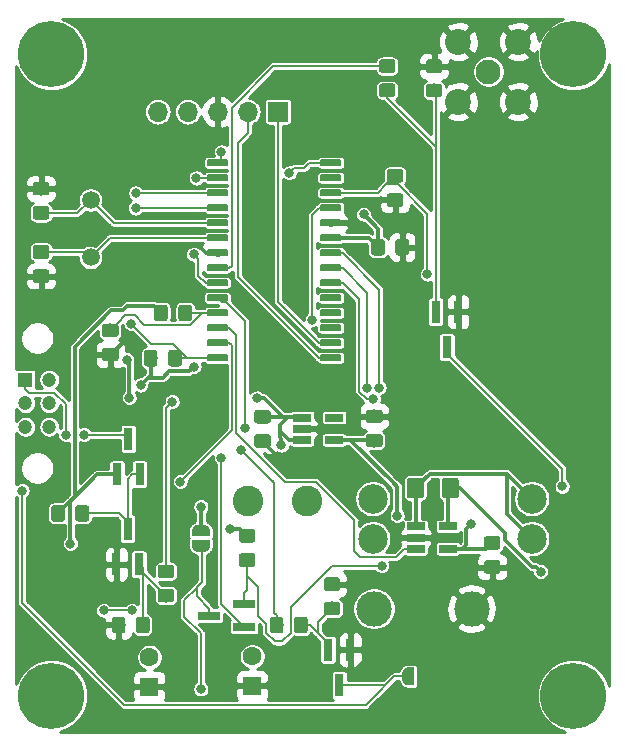
<source format=gbl>
G04 #@! TF.GenerationSoftware,KiCad,Pcbnew,(5.0.0-3-g5ebb6b6)*
G04 #@! TF.CreationDate,2020-02-23T20:28:12-05:00*
G04 #@! TF.ProjectId,telemetry_transmitter,74656C656D657472795F7472616E736D,rev?*
G04 #@! TF.SameCoordinates,Original*
G04 #@! TF.FileFunction,Copper,L2,Bot,Signal*
G04 #@! TF.FilePolarity,Positive*
%FSLAX46Y46*%
G04 Gerber Fmt 4.6, Leading zero omitted, Abs format (unit mm)*
G04 Created by KiCad (PCBNEW (5.0.0-3-g5ebb6b6)) date Sunday, February 23, 2020 at 08:28:12 PM*
%MOMM*%
%LPD*%
G01*
G04 APERTURE LIST*
G04 #@! TA.AperFunction,ComponentPad*
%ADD10O,1.700000X1.700000*%
G04 #@! TD*
G04 #@! TA.AperFunction,ComponentPad*
%ADD11R,1.700000X1.700000*%
G04 #@! TD*
G04 #@! TA.AperFunction,ComponentPad*
%ADD12C,1.600000*%
G04 #@! TD*
G04 #@! TA.AperFunction,ComponentPad*
%ADD13R,1.600000X1.600000*%
G04 #@! TD*
G04 #@! TA.AperFunction,Conductor*
%ADD14C,0.100000*%
G04 #@! TD*
G04 #@! TA.AperFunction,SMDPad,CuDef*
%ADD15C,1.150000*%
G04 #@! TD*
G04 #@! TA.AperFunction,SMDPad,CuDef*
%ADD16R,1.900000X0.800000*%
G04 #@! TD*
G04 #@! TA.AperFunction,SMDPad,CuDef*
%ADD17C,0.500000*%
G04 #@! TD*
G04 #@! TA.AperFunction,SMDPad,CuDef*
%ADD18R,1.560000X0.650000*%
G04 #@! TD*
G04 #@! TA.AperFunction,ComponentPad*
%ADD19C,2.600000*%
G04 #@! TD*
G04 #@! TA.AperFunction,ComponentPad*
%ADD20C,2.100000*%
G04 #@! TD*
G04 #@! TA.AperFunction,ComponentPad*
%ADD21C,2.200000*%
G04 #@! TD*
G04 #@! TA.AperFunction,ComponentPad*
%ADD22C,5.600000*%
G04 #@! TD*
G04 #@! TA.AperFunction,ComponentPad*
%ADD23C,1.500000*%
G04 #@! TD*
G04 #@! TA.AperFunction,SMDPad,CuDef*
%ADD24C,0.600000*%
G04 #@! TD*
G04 #@! TA.AperFunction,SMDPad,CuDef*
%ADD25C,1.425000*%
G04 #@! TD*
G04 #@! TA.AperFunction,SMDPad,CuDef*
%ADD26R,0.800000X1.900000*%
G04 #@! TD*
G04 #@! TA.AperFunction,ComponentPad*
%ADD27C,1.200000*%
G04 #@! TD*
G04 #@! TA.AperFunction,ComponentPad*
%ADD28R,1.200000X1.200000*%
G04 #@! TD*
G04 #@! TA.AperFunction,ComponentPad*
%ADD29C,3.000000*%
G04 #@! TD*
G04 #@! TA.AperFunction,ComponentPad*
%ADD30C,2.500000*%
G04 #@! TD*
G04 #@! TA.AperFunction,ViaPad*
%ADD31C,0.800000*%
G04 #@! TD*
G04 #@! TA.AperFunction,Conductor*
%ADD32C,0.304800*%
G04 #@! TD*
G04 #@! TA.AperFunction,Conductor*
%ADD33C,0.203200*%
G04 #@! TD*
G04 #@! TA.AperFunction,Conductor*
%ADD34C,0.254000*%
G04 #@! TD*
G04 APERTURE END LIST*
D10*
G04 #@! TO.P,J1,5*
G04 #@! TO.N,/~MCLR*
X128498600Y-70459600D03*
G04 #@! TO.P,J1,4*
G04 #@! TO.N,+3V3*
X131038600Y-70459600D03*
G04 #@! TO.P,J1,3*
G04 #@! TO.N,GND*
X133578600Y-70459600D03*
G04 #@! TO.P,J1,2*
G04 #@! TO.N,/ICSPDAT*
X136118600Y-70459600D03*
D11*
G04 #@! TO.P,J1,1*
G04 #@! TO.N,/ICSPCLK*
X138658600Y-70459600D03*
G04 #@! TD*
D12*
G04 #@! TO.P,C5,2*
G04 #@! TO.N,+12V*
X127787400Y-116651400D03*
D13*
G04 #@! TO.P,C5,1*
G04 #@! TO.N,GND*
X127787400Y-119151400D03*
G04 #@! TD*
D14*
G04 #@! TO.N,Net-(Q2-Pad3)*
G04 #@! TO.C,R16*
G36*
X136542305Y-107842404D02*
X136566573Y-107846004D01*
X136590372Y-107851965D01*
X136613471Y-107860230D01*
X136635650Y-107870720D01*
X136656693Y-107883332D01*
X136676399Y-107897947D01*
X136694577Y-107914423D01*
X136711053Y-107932601D01*
X136725668Y-107952307D01*
X136738280Y-107973350D01*
X136748770Y-107995529D01*
X136757035Y-108018628D01*
X136762996Y-108042427D01*
X136766596Y-108066695D01*
X136767800Y-108091199D01*
X136767800Y-108741201D01*
X136766596Y-108765705D01*
X136762996Y-108789973D01*
X136757035Y-108813772D01*
X136748770Y-108836871D01*
X136738280Y-108859050D01*
X136725668Y-108880093D01*
X136711053Y-108899799D01*
X136694577Y-108917977D01*
X136676399Y-108934453D01*
X136656693Y-108949068D01*
X136635650Y-108961680D01*
X136613471Y-108972170D01*
X136590372Y-108980435D01*
X136566573Y-108986396D01*
X136542305Y-108989996D01*
X136517801Y-108991200D01*
X135617799Y-108991200D01*
X135593295Y-108989996D01*
X135569027Y-108986396D01*
X135545228Y-108980435D01*
X135522129Y-108972170D01*
X135499950Y-108961680D01*
X135478907Y-108949068D01*
X135459201Y-108934453D01*
X135441023Y-108917977D01*
X135424547Y-108899799D01*
X135409932Y-108880093D01*
X135397320Y-108859050D01*
X135386830Y-108836871D01*
X135378565Y-108813772D01*
X135372604Y-108789973D01*
X135369004Y-108765705D01*
X135367800Y-108741201D01*
X135367800Y-108091199D01*
X135369004Y-108066695D01*
X135372604Y-108042427D01*
X135378565Y-108018628D01*
X135386830Y-107995529D01*
X135397320Y-107973350D01*
X135409932Y-107952307D01*
X135424547Y-107932601D01*
X135441023Y-107914423D01*
X135459201Y-107897947D01*
X135478907Y-107883332D01*
X135499950Y-107870720D01*
X135522129Y-107860230D01*
X135545228Y-107851965D01*
X135569027Y-107846004D01*
X135593295Y-107842404D01*
X135617799Y-107841200D01*
X136517801Y-107841200D01*
X136542305Y-107842404D01*
X136542305Y-107842404D01*
G37*
D15*
G04 #@! TD*
G04 #@! TO.P,R16,2*
G04 #@! TO.N,Net-(Q2-Pad3)*
X136067800Y-108416200D03*
D14*
G04 #@! TO.N,+5V*
G04 #@! TO.C,R16*
G36*
X136542305Y-105792404D02*
X136566573Y-105796004D01*
X136590372Y-105801965D01*
X136613471Y-105810230D01*
X136635650Y-105820720D01*
X136656693Y-105833332D01*
X136676399Y-105847947D01*
X136694577Y-105864423D01*
X136711053Y-105882601D01*
X136725668Y-105902307D01*
X136738280Y-105923350D01*
X136748770Y-105945529D01*
X136757035Y-105968628D01*
X136762996Y-105992427D01*
X136766596Y-106016695D01*
X136767800Y-106041199D01*
X136767800Y-106691201D01*
X136766596Y-106715705D01*
X136762996Y-106739973D01*
X136757035Y-106763772D01*
X136748770Y-106786871D01*
X136738280Y-106809050D01*
X136725668Y-106830093D01*
X136711053Y-106849799D01*
X136694577Y-106867977D01*
X136676399Y-106884453D01*
X136656693Y-106899068D01*
X136635650Y-106911680D01*
X136613471Y-106922170D01*
X136590372Y-106930435D01*
X136566573Y-106936396D01*
X136542305Y-106939996D01*
X136517801Y-106941200D01*
X135617799Y-106941200D01*
X135593295Y-106939996D01*
X135569027Y-106936396D01*
X135545228Y-106930435D01*
X135522129Y-106922170D01*
X135499950Y-106911680D01*
X135478907Y-106899068D01*
X135459201Y-106884453D01*
X135441023Y-106867977D01*
X135424547Y-106849799D01*
X135409932Y-106830093D01*
X135397320Y-106809050D01*
X135386830Y-106786871D01*
X135378565Y-106763772D01*
X135372604Y-106739973D01*
X135369004Y-106715705D01*
X135367800Y-106691201D01*
X135367800Y-106041199D01*
X135369004Y-106016695D01*
X135372604Y-105992427D01*
X135378565Y-105968628D01*
X135386830Y-105945529D01*
X135397320Y-105923350D01*
X135409932Y-105902307D01*
X135424547Y-105882601D01*
X135441023Y-105864423D01*
X135459201Y-105847947D01*
X135478907Y-105833332D01*
X135499950Y-105820720D01*
X135522129Y-105810230D01*
X135545228Y-105801965D01*
X135569027Y-105796004D01*
X135593295Y-105792404D01*
X135617799Y-105791200D01*
X136517801Y-105791200D01*
X136542305Y-105792404D01*
X136542305Y-105792404D01*
G37*
D15*
G04 #@! TD*
G04 #@! TO.P,R16,1*
G04 #@! TO.N,+5V*
X136067800Y-106366200D03*
D16*
G04 #@! TO.P,Q4,3*
G04 #@! TO.N,Net-(J3-Pad2)*
X132815200Y-113131600D03*
G04 #@! TO.P,Q4,2*
G04 #@! TO.N,/power/Sensed_5V*
X135815200Y-114081600D03*
G04 #@! TO.P,Q4,1*
G04 #@! TO.N,Net-(Q2-Pad3)*
X135815200Y-112181600D03*
G04 #@! TD*
D17*
G04 #@! TO.P,JP1,2*
G04 #@! TO.N,Net-(J3-Pad2)*
X132156200Y-107228400D03*
D14*
G04 #@! TD*
G04 #@! TO.N,Net-(J3-Pad2)*
G04 #@! TO.C,JP1*
G36*
X132905598Y-107228400D02*
X132905598Y-107252934D01*
X132900788Y-107301765D01*
X132891216Y-107349890D01*
X132876972Y-107396845D01*
X132858195Y-107442178D01*
X132835064Y-107485451D01*
X132807804Y-107526250D01*
X132776676Y-107564179D01*
X132741979Y-107598876D01*
X132704050Y-107630004D01*
X132663251Y-107657264D01*
X132619978Y-107680395D01*
X132574645Y-107699172D01*
X132527690Y-107713416D01*
X132479565Y-107722988D01*
X132430734Y-107727798D01*
X132406200Y-107727798D01*
X132406200Y-107728400D01*
X131906200Y-107728400D01*
X131906200Y-107727798D01*
X131881666Y-107727798D01*
X131832835Y-107722988D01*
X131784710Y-107713416D01*
X131737755Y-107699172D01*
X131692422Y-107680395D01*
X131649149Y-107657264D01*
X131608350Y-107630004D01*
X131570421Y-107598876D01*
X131535724Y-107564179D01*
X131504596Y-107526250D01*
X131477336Y-107485451D01*
X131454205Y-107442178D01*
X131435428Y-107396845D01*
X131421184Y-107349890D01*
X131411612Y-107301765D01*
X131406802Y-107252934D01*
X131406802Y-107228400D01*
X131406200Y-107228400D01*
X131406200Y-106728400D01*
X132906200Y-106728400D01*
X132906200Y-107228400D01*
X132905598Y-107228400D01*
X132905598Y-107228400D01*
G37*
D17*
G04 #@! TO.P,JP1,1*
G04 #@! TO.N,+5V*
X132156200Y-105928400D03*
D14*
G04 #@! TD*
G04 #@! TO.N,+5V*
G04 #@! TO.C,JP1*
G36*
X131406200Y-106428400D02*
X131406200Y-105928400D01*
X131406802Y-105928400D01*
X131406802Y-105903866D01*
X131411612Y-105855035D01*
X131421184Y-105806910D01*
X131435428Y-105759955D01*
X131454205Y-105714622D01*
X131477336Y-105671349D01*
X131504596Y-105630550D01*
X131535724Y-105592621D01*
X131570421Y-105557924D01*
X131608350Y-105526796D01*
X131649149Y-105499536D01*
X131692422Y-105476405D01*
X131737755Y-105457628D01*
X131784710Y-105443384D01*
X131832835Y-105433812D01*
X131881666Y-105429002D01*
X131906200Y-105429002D01*
X131906200Y-105428400D01*
X132406200Y-105428400D01*
X132406200Y-105429002D01*
X132430734Y-105429002D01*
X132479565Y-105433812D01*
X132527690Y-105443384D01*
X132574645Y-105457628D01*
X132619978Y-105476405D01*
X132663251Y-105499536D01*
X132704050Y-105526796D01*
X132741979Y-105557924D01*
X132776676Y-105592621D01*
X132807804Y-105630550D01*
X132835064Y-105671349D01*
X132858195Y-105714622D01*
X132876972Y-105759955D01*
X132891216Y-105806910D01*
X132900788Y-105855035D01*
X132905598Y-105903866D01*
X132905598Y-105928400D01*
X132906200Y-105928400D01*
X132906200Y-106428400D01*
X131406200Y-106428400D01*
X131406200Y-106428400D01*
G37*
D18*
G04 #@! TO.P,U3,5*
G04 #@! TO.N,+3V3*
X143437600Y-98257400D03*
G04 #@! TO.P,U3,4*
G04 #@! TO.N,Net-(U3-Pad4)*
X143437600Y-96357400D03*
G04 #@! TO.P,U3,3*
G04 #@! TO.N,+5V*
X140737600Y-96357400D03*
G04 #@! TO.P,U3,2*
G04 #@! TO.N,GND*
X140737600Y-97307400D03*
G04 #@! TO.P,U3,1*
G04 #@! TO.N,+5V*
X140737600Y-98257400D03*
G04 #@! TD*
D19*
G04 #@! TO.P,L1,2*
G04 #@! TO.N,+5V*
X136147800Y-103428800D03*
G04 #@! TO.P,L1,1*
G04 #@! TO.N,Net-(D4-Pad1)*
X141147800Y-103428800D03*
G04 #@! TD*
D20*
G04 #@! TO.P,J4,1*
G04 #@! TO.N,Net-(AE1-Pad1)*
X156489400Y-67081400D03*
D21*
G04 #@! TO.P,J4,2*
G04 #@! TO.N,GND*
X153949400Y-64541400D03*
X159029400Y-64541400D03*
X159029400Y-69621400D03*
X153949400Y-69621400D03*
G04 #@! TD*
D22*
G04 #@! TO.P,REF\002A\002A,1*
G04 #@! TO.N,N/C*
X119500000Y-65600000D03*
G04 #@! TD*
G04 #@! TO.P,REF\002A\002A,1*
G04 #@! TO.N,N/C*
X119500000Y-119900000D03*
G04 #@! TD*
G04 #@! TO.P,REF\002A\002A,1*
G04 #@! TO.N,N/C*
X163700000Y-119900000D03*
G04 #@! TD*
G04 #@! TO.P,REF\002A\002A,1*
G04 #@! TO.N,N/C*
X163700000Y-65600000D03*
G04 #@! TD*
D23*
G04 #@! TO.P,Y1,2*
G04 #@! TO.N,/OSC2*
X122809000Y-77924000D03*
G04 #@! TO.P,Y1,1*
G04 #@! TO.N,/OSC1*
X122809000Y-82804000D03*
G04 #@! TD*
D18*
G04 #@! TO.P,U7,5*
G04 #@! TO.N,+5V*
X153064200Y-107477600D03*
G04 #@! TO.P,U7,4*
G04 #@! TO.N,+12V*
X153064200Y-105577600D03*
G04 #@! TO.P,U7,3*
G04 #@! TO.N,Net-(F1-Pad1)*
X150364200Y-105577600D03*
G04 #@! TO.P,U7,2*
G04 #@! TO.N,GND*
X150364200Y-106527600D03*
G04 #@! TO.P,U7,1*
G04 #@! TO.N,/power/CURR_BATT*
X150364200Y-107477600D03*
G04 #@! TD*
D14*
G04 #@! TO.N,/ICSPDAT*
G04 #@! TO.C,U1*
G36*
X143918503Y-91013722D02*
X143933064Y-91015882D01*
X143947343Y-91019459D01*
X143961203Y-91024418D01*
X143974510Y-91030712D01*
X143987136Y-91038280D01*
X143998959Y-91047048D01*
X144009866Y-91056934D01*
X144019752Y-91067841D01*
X144028520Y-91079664D01*
X144036088Y-91092290D01*
X144042382Y-91105597D01*
X144047341Y-91119457D01*
X144050918Y-91133736D01*
X144053078Y-91148297D01*
X144053800Y-91163000D01*
X144053800Y-91463000D01*
X144053078Y-91477703D01*
X144050918Y-91492264D01*
X144047341Y-91506543D01*
X144042382Y-91520403D01*
X144036088Y-91533710D01*
X144028520Y-91546336D01*
X144019752Y-91558159D01*
X144009866Y-91569066D01*
X143998959Y-91578952D01*
X143987136Y-91587720D01*
X143974510Y-91595288D01*
X143961203Y-91601582D01*
X143947343Y-91606541D01*
X143933064Y-91610118D01*
X143918503Y-91612278D01*
X143903800Y-91613000D01*
X142403800Y-91613000D01*
X142389097Y-91612278D01*
X142374536Y-91610118D01*
X142360257Y-91606541D01*
X142346397Y-91601582D01*
X142333090Y-91595288D01*
X142320464Y-91587720D01*
X142308641Y-91578952D01*
X142297734Y-91569066D01*
X142287848Y-91558159D01*
X142279080Y-91546336D01*
X142271512Y-91533710D01*
X142265218Y-91520403D01*
X142260259Y-91506543D01*
X142256682Y-91492264D01*
X142254522Y-91477703D01*
X142253800Y-91463000D01*
X142253800Y-91163000D01*
X142254522Y-91148297D01*
X142256682Y-91133736D01*
X142260259Y-91119457D01*
X142265218Y-91105597D01*
X142271512Y-91092290D01*
X142279080Y-91079664D01*
X142287848Y-91067841D01*
X142297734Y-91056934D01*
X142308641Y-91047048D01*
X142320464Y-91038280D01*
X142333090Y-91030712D01*
X142346397Y-91024418D01*
X142360257Y-91019459D01*
X142374536Y-91015882D01*
X142389097Y-91013722D01*
X142403800Y-91013000D01*
X143903800Y-91013000D01*
X143918503Y-91013722D01*
X143918503Y-91013722D01*
G37*
D24*
G04 #@! TD*
G04 #@! TO.P,U1,28*
G04 #@! TO.N,/ICSPDAT*
X143153800Y-91313000D03*
D14*
G04 #@! TO.N,/ICSPCLK*
G04 #@! TO.C,U1*
G36*
X143918503Y-89743722D02*
X143933064Y-89745882D01*
X143947343Y-89749459D01*
X143961203Y-89754418D01*
X143974510Y-89760712D01*
X143987136Y-89768280D01*
X143998959Y-89777048D01*
X144009866Y-89786934D01*
X144019752Y-89797841D01*
X144028520Y-89809664D01*
X144036088Y-89822290D01*
X144042382Y-89835597D01*
X144047341Y-89849457D01*
X144050918Y-89863736D01*
X144053078Y-89878297D01*
X144053800Y-89893000D01*
X144053800Y-90193000D01*
X144053078Y-90207703D01*
X144050918Y-90222264D01*
X144047341Y-90236543D01*
X144042382Y-90250403D01*
X144036088Y-90263710D01*
X144028520Y-90276336D01*
X144019752Y-90288159D01*
X144009866Y-90299066D01*
X143998959Y-90308952D01*
X143987136Y-90317720D01*
X143974510Y-90325288D01*
X143961203Y-90331582D01*
X143947343Y-90336541D01*
X143933064Y-90340118D01*
X143918503Y-90342278D01*
X143903800Y-90343000D01*
X142403800Y-90343000D01*
X142389097Y-90342278D01*
X142374536Y-90340118D01*
X142360257Y-90336541D01*
X142346397Y-90331582D01*
X142333090Y-90325288D01*
X142320464Y-90317720D01*
X142308641Y-90308952D01*
X142297734Y-90299066D01*
X142287848Y-90288159D01*
X142279080Y-90276336D01*
X142271512Y-90263710D01*
X142265218Y-90250403D01*
X142260259Y-90236543D01*
X142256682Y-90222264D01*
X142254522Y-90207703D01*
X142253800Y-90193000D01*
X142253800Y-89893000D01*
X142254522Y-89878297D01*
X142256682Y-89863736D01*
X142260259Y-89849457D01*
X142265218Y-89835597D01*
X142271512Y-89822290D01*
X142279080Y-89809664D01*
X142287848Y-89797841D01*
X142297734Y-89786934D01*
X142308641Y-89777048D01*
X142320464Y-89768280D01*
X142333090Y-89760712D01*
X142346397Y-89754418D01*
X142360257Y-89749459D01*
X142374536Y-89745882D01*
X142389097Y-89743722D01*
X142403800Y-89743000D01*
X143903800Y-89743000D01*
X143918503Y-89743722D01*
X143918503Y-89743722D01*
G37*
D24*
G04 #@! TD*
G04 #@! TO.P,U1,27*
G04 #@! TO.N,/ICSPCLK*
X143153800Y-90043000D03*
D14*
G04 #@! TO.N,Net-(U1-Pad26)*
G04 #@! TO.C,U1*
G36*
X143918503Y-88473722D02*
X143933064Y-88475882D01*
X143947343Y-88479459D01*
X143961203Y-88484418D01*
X143974510Y-88490712D01*
X143987136Y-88498280D01*
X143998959Y-88507048D01*
X144009866Y-88516934D01*
X144019752Y-88527841D01*
X144028520Y-88539664D01*
X144036088Y-88552290D01*
X144042382Y-88565597D01*
X144047341Y-88579457D01*
X144050918Y-88593736D01*
X144053078Y-88608297D01*
X144053800Y-88623000D01*
X144053800Y-88923000D01*
X144053078Y-88937703D01*
X144050918Y-88952264D01*
X144047341Y-88966543D01*
X144042382Y-88980403D01*
X144036088Y-88993710D01*
X144028520Y-89006336D01*
X144019752Y-89018159D01*
X144009866Y-89029066D01*
X143998959Y-89038952D01*
X143987136Y-89047720D01*
X143974510Y-89055288D01*
X143961203Y-89061582D01*
X143947343Y-89066541D01*
X143933064Y-89070118D01*
X143918503Y-89072278D01*
X143903800Y-89073000D01*
X142403800Y-89073000D01*
X142389097Y-89072278D01*
X142374536Y-89070118D01*
X142360257Y-89066541D01*
X142346397Y-89061582D01*
X142333090Y-89055288D01*
X142320464Y-89047720D01*
X142308641Y-89038952D01*
X142297734Y-89029066D01*
X142287848Y-89018159D01*
X142279080Y-89006336D01*
X142271512Y-88993710D01*
X142265218Y-88980403D01*
X142260259Y-88966543D01*
X142256682Y-88952264D01*
X142254522Y-88937703D01*
X142253800Y-88923000D01*
X142253800Y-88623000D01*
X142254522Y-88608297D01*
X142256682Y-88593736D01*
X142260259Y-88579457D01*
X142265218Y-88565597D01*
X142271512Y-88552290D01*
X142279080Y-88539664D01*
X142287848Y-88527841D01*
X142297734Y-88516934D01*
X142308641Y-88507048D01*
X142320464Y-88498280D01*
X142333090Y-88490712D01*
X142346397Y-88484418D01*
X142360257Y-88479459D01*
X142374536Y-88475882D01*
X142389097Y-88473722D01*
X142403800Y-88473000D01*
X143903800Y-88473000D01*
X143918503Y-88473722D01*
X143918503Y-88473722D01*
G37*
D24*
G04 #@! TD*
G04 #@! TO.P,U1,26*
G04 #@! TO.N,Net-(U1-Pad26)*
X143153800Y-88773000D03*
D14*
G04 #@! TO.N,Net-(U1-Pad25)*
G04 #@! TO.C,U1*
G36*
X143918503Y-87203722D02*
X143933064Y-87205882D01*
X143947343Y-87209459D01*
X143961203Y-87214418D01*
X143974510Y-87220712D01*
X143987136Y-87228280D01*
X143998959Y-87237048D01*
X144009866Y-87246934D01*
X144019752Y-87257841D01*
X144028520Y-87269664D01*
X144036088Y-87282290D01*
X144042382Y-87295597D01*
X144047341Y-87309457D01*
X144050918Y-87323736D01*
X144053078Y-87338297D01*
X144053800Y-87353000D01*
X144053800Y-87653000D01*
X144053078Y-87667703D01*
X144050918Y-87682264D01*
X144047341Y-87696543D01*
X144042382Y-87710403D01*
X144036088Y-87723710D01*
X144028520Y-87736336D01*
X144019752Y-87748159D01*
X144009866Y-87759066D01*
X143998959Y-87768952D01*
X143987136Y-87777720D01*
X143974510Y-87785288D01*
X143961203Y-87791582D01*
X143947343Y-87796541D01*
X143933064Y-87800118D01*
X143918503Y-87802278D01*
X143903800Y-87803000D01*
X142403800Y-87803000D01*
X142389097Y-87802278D01*
X142374536Y-87800118D01*
X142360257Y-87796541D01*
X142346397Y-87791582D01*
X142333090Y-87785288D01*
X142320464Y-87777720D01*
X142308641Y-87768952D01*
X142297734Y-87759066D01*
X142287848Y-87748159D01*
X142279080Y-87736336D01*
X142271512Y-87723710D01*
X142265218Y-87710403D01*
X142260259Y-87696543D01*
X142256682Y-87682264D01*
X142254522Y-87667703D01*
X142253800Y-87653000D01*
X142253800Y-87353000D01*
X142254522Y-87338297D01*
X142256682Y-87323736D01*
X142260259Y-87309457D01*
X142265218Y-87295597D01*
X142271512Y-87282290D01*
X142279080Y-87269664D01*
X142287848Y-87257841D01*
X142297734Y-87246934D01*
X142308641Y-87237048D01*
X142320464Y-87228280D01*
X142333090Y-87220712D01*
X142346397Y-87214418D01*
X142360257Y-87209459D01*
X142374536Y-87205882D01*
X142389097Y-87203722D01*
X142403800Y-87203000D01*
X143903800Y-87203000D01*
X143918503Y-87203722D01*
X143918503Y-87203722D01*
G37*
D24*
G04 #@! TD*
G04 #@! TO.P,U1,25*
G04 #@! TO.N,Net-(U1-Pad25)*
X143153800Y-87503000D03*
D14*
G04 #@! TO.N,Net-(U1-Pad24)*
G04 #@! TO.C,U1*
G36*
X143918503Y-85933722D02*
X143933064Y-85935882D01*
X143947343Y-85939459D01*
X143961203Y-85944418D01*
X143974510Y-85950712D01*
X143987136Y-85958280D01*
X143998959Y-85967048D01*
X144009866Y-85976934D01*
X144019752Y-85987841D01*
X144028520Y-85999664D01*
X144036088Y-86012290D01*
X144042382Y-86025597D01*
X144047341Y-86039457D01*
X144050918Y-86053736D01*
X144053078Y-86068297D01*
X144053800Y-86083000D01*
X144053800Y-86383000D01*
X144053078Y-86397703D01*
X144050918Y-86412264D01*
X144047341Y-86426543D01*
X144042382Y-86440403D01*
X144036088Y-86453710D01*
X144028520Y-86466336D01*
X144019752Y-86478159D01*
X144009866Y-86489066D01*
X143998959Y-86498952D01*
X143987136Y-86507720D01*
X143974510Y-86515288D01*
X143961203Y-86521582D01*
X143947343Y-86526541D01*
X143933064Y-86530118D01*
X143918503Y-86532278D01*
X143903800Y-86533000D01*
X142403800Y-86533000D01*
X142389097Y-86532278D01*
X142374536Y-86530118D01*
X142360257Y-86526541D01*
X142346397Y-86521582D01*
X142333090Y-86515288D01*
X142320464Y-86507720D01*
X142308641Y-86498952D01*
X142297734Y-86489066D01*
X142287848Y-86478159D01*
X142279080Y-86466336D01*
X142271512Y-86453710D01*
X142265218Y-86440403D01*
X142260259Y-86426543D01*
X142256682Y-86412264D01*
X142254522Y-86397703D01*
X142253800Y-86383000D01*
X142253800Y-86083000D01*
X142254522Y-86068297D01*
X142256682Y-86053736D01*
X142260259Y-86039457D01*
X142265218Y-86025597D01*
X142271512Y-86012290D01*
X142279080Y-85999664D01*
X142287848Y-85987841D01*
X142297734Y-85976934D01*
X142308641Y-85967048D01*
X142320464Y-85958280D01*
X142333090Y-85950712D01*
X142346397Y-85944418D01*
X142360257Y-85939459D01*
X142374536Y-85935882D01*
X142389097Y-85933722D01*
X142403800Y-85933000D01*
X143903800Y-85933000D01*
X143918503Y-85933722D01*
X143918503Y-85933722D01*
G37*
D24*
G04 #@! TD*
G04 #@! TO.P,U1,24*
G04 #@! TO.N,Net-(U1-Pad24)*
X143153800Y-86233000D03*
D14*
G04 #@! TO.N,/radio/SDO*
G04 #@! TO.C,U1*
G36*
X143918503Y-84663722D02*
X143933064Y-84665882D01*
X143947343Y-84669459D01*
X143961203Y-84674418D01*
X143974510Y-84680712D01*
X143987136Y-84688280D01*
X143998959Y-84697048D01*
X144009866Y-84706934D01*
X144019752Y-84717841D01*
X144028520Y-84729664D01*
X144036088Y-84742290D01*
X144042382Y-84755597D01*
X144047341Y-84769457D01*
X144050918Y-84783736D01*
X144053078Y-84798297D01*
X144053800Y-84813000D01*
X144053800Y-85113000D01*
X144053078Y-85127703D01*
X144050918Y-85142264D01*
X144047341Y-85156543D01*
X144042382Y-85170403D01*
X144036088Y-85183710D01*
X144028520Y-85196336D01*
X144019752Y-85208159D01*
X144009866Y-85219066D01*
X143998959Y-85228952D01*
X143987136Y-85237720D01*
X143974510Y-85245288D01*
X143961203Y-85251582D01*
X143947343Y-85256541D01*
X143933064Y-85260118D01*
X143918503Y-85262278D01*
X143903800Y-85263000D01*
X142403800Y-85263000D01*
X142389097Y-85262278D01*
X142374536Y-85260118D01*
X142360257Y-85256541D01*
X142346397Y-85251582D01*
X142333090Y-85245288D01*
X142320464Y-85237720D01*
X142308641Y-85228952D01*
X142297734Y-85219066D01*
X142287848Y-85208159D01*
X142279080Y-85196336D01*
X142271512Y-85183710D01*
X142265218Y-85170403D01*
X142260259Y-85156543D01*
X142256682Y-85142264D01*
X142254522Y-85127703D01*
X142253800Y-85113000D01*
X142253800Y-84813000D01*
X142254522Y-84798297D01*
X142256682Y-84783736D01*
X142260259Y-84769457D01*
X142265218Y-84755597D01*
X142271512Y-84742290D01*
X142279080Y-84729664D01*
X142287848Y-84717841D01*
X142297734Y-84706934D01*
X142308641Y-84697048D01*
X142320464Y-84688280D01*
X142333090Y-84680712D01*
X142346397Y-84674418D01*
X142360257Y-84669459D01*
X142374536Y-84665882D01*
X142389097Y-84663722D01*
X142403800Y-84663000D01*
X143903800Y-84663000D01*
X143918503Y-84663722D01*
X143918503Y-84663722D01*
G37*
D24*
G04 #@! TD*
G04 #@! TO.P,U1,23*
G04 #@! TO.N,/radio/SDO*
X143153800Y-84963000D03*
D14*
G04 #@! TO.N,/radio/SDI*
G04 #@! TO.C,U1*
G36*
X143918503Y-83393722D02*
X143933064Y-83395882D01*
X143947343Y-83399459D01*
X143961203Y-83404418D01*
X143974510Y-83410712D01*
X143987136Y-83418280D01*
X143998959Y-83427048D01*
X144009866Y-83436934D01*
X144019752Y-83447841D01*
X144028520Y-83459664D01*
X144036088Y-83472290D01*
X144042382Y-83485597D01*
X144047341Y-83499457D01*
X144050918Y-83513736D01*
X144053078Y-83528297D01*
X144053800Y-83543000D01*
X144053800Y-83843000D01*
X144053078Y-83857703D01*
X144050918Y-83872264D01*
X144047341Y-83886543D01*
X144042382Y-83900403D01*
X144036088Y-83913710D01*
X144028520Y-83926336D01*
X144019752Y-83938159D01*
X144009866Y-83949066D01*
X143998959Y-83958952D01*
X143987136Y-83967720D01*
X143974510Y-83975288D01*
X143961203Y-83981582D01*
X143947343Y-83986541D01*
X143933064Y-83990118D01*
X143918503Y-83992278D01*
X143903800Y-83993000D01*
X142403800Y-83993000D01*
X142389097Y-83992278D01*
X142374536Y-83990118D01*
X142360257Y-83986541D01*
X142346397Y-83981582D01*
X142333090Y-83975288D01*
X142320464Y-83967720D01*
X142308641Y-83958952D01*
X142297734Y-83949066D01*
X142287848Y-83938159D01*
X142279080Y-83926336D01*
X142271512Y-83913710D01*
X142265218Y-83900403D01*
X142260259Y-83886543D01*
X142256682Y-83872264D01*
X142254522Y-83857703D01*
X142253800Y-83843000D01*
X142253800Y-83543000D01*
X142254522Y-83528297D01*
X142256682Y-83513736D01*
X142260259Y-83499457D01*
X142265218Y-83485597D01*
X142271512Y-83472290D01*
X142279080Y-83459664D01*
X142287848Y-83447841D01*
X142297734Y-83436934D01*
X142308641Y-83427048D01*
X142320464Y-83418280D01*
X142333090Y-83410712D01*
X142346397Y-83404418D01*
X142360257Y-83399459D01*
X142374536Y-83395882D01*
X142389097Y-83393722D01*
X142403800Y-83393000D01*
X143903800Y-83393000D01*
X143918503Y-83393722D01*
X143918503Y-83393722D01*
G37*
D24*
G04 #@! TD*
G04 #@! TO.P,U1,22*
G04 #@! TO.N,/radio/SDI*
X143153800Y-83693000D03*
D14*
G04 #@! TO.N,/radio/SCK*
G04 #@! TO.C,U1*
G36*
X143918503Y-82123722D02*
X143933064Y-82125882D01*
X143947343Y-82129459D01*
X143961203Y-82134418D01*
X143974510Y-82140712D01*
X143987136Y-82148280D01*
X143998959Y-82157048D01*
X144009866Y-82166934D01*
X144019752Y-82177841D01*
X144028520Y-82189664D01*
X144036088Y-82202290D01*
X144042382Y-82215597D01*
X144047341Y-82229457D01*
X144050918Y-82243736D01*
X144053078Y-82258297D01*
X144053800Y-82273000D01*
X144053800Y-82573000D01*
X144053078Y-82587703D01*
X144050918Y-82602264D01*
X144047341Y-82616543D01*
X144042382Y-82630403D01*
X144036088Y-82643710D01*
X144028520Y-82656336D01*
X144019752Y-82668159D01*
X144009866Y-82679066D01*
X143998959Y-82688952D01*
X143987136Y-82697720D01*
X143974510Y-82705288D01*
X143961203Y-82711582D01*
X143947343Y-82716541D01*
X143933064Y-82720118D01*
X143918503Y-82722278D01*
X143903800Y-82723000D01*
X142403800Y-82723000D01*
X142389097Y-82722278D01*
X142374536Y-82720118D01*
X142360257Y-82716541D01*
X142346397Y-82711582D01*
X142333090Y-82705288D01*
X142320464Y-82697720D01*
X142308641Y-82688952D01*
X142297734Y-82679066D01*
X142287848Y-82668159D01*
X142279080Y-82656336D01*
X142271512Y-82643710D01*
X142265218Y-82630403D01*
X142260259Y-82616543D01*
X142256682Y-82602264D01*
X142254522Y-82587703D01*
X142253800Y-82573000D01*
X142253800Y-82273000D01*
X142254522Y-82258297D01*
X142256682Y-82243736D01*
X142260259Y-82229457D01*
X142265218Y-82215597D01*
X142271512Y-82202290D01*
X142279080Y-82189664D01*
X142287848Y-82177841D01*
X142297734Y-82166934D01*
X142308641Y-82157048D01*
X142320464Y-82148280D01*
X142333090Y-82140712D01*
X142346397Y-82134418D01*
X142360257Y-82129459D01*
X142374536Y-82125882D01*
X142389097Y-82123722D01*
X142403800Y-82123000D01*
X143903800Y-82123000D01*
X143918503Y-82123722D01*
X143918503Y-82123722D01*
G37*
D24*
G04 #@! TD*
G04 #@! TO.P,U1,21*
G04 #@! TO.N,/radio/SCK*
X143153800Y-82423000D03*
D14*
G04 #@! TO.N,+3V3*
G04 #@! TO.C,U1*
G36*
X143918503Y-80853722D02*
X143933064Y-80855882D01*
X143947343Y-80859459D01*
X143961203Y-80864418D01*
X143974510Y-80870712D01*
X143987136Y-80878280D01*
X143998959Y-80887048D01*
X144009866Y-80896934D01*
X144019752Y-80907841D01*
X144028520Y-80919664D01*
X144036088Y-80932290D01*
X144042382Y-80945597D01*
X144047341Y-80959457D01*
X144050918Y-80973736D01*
X144053078Y-80988297D01*
X144053800Y-81003000D01*
X144053800Y-81303000D01*
X144053078Y-81317703D01*
X144050918Y-81332264D01*
X144047341Y-81346543D01*
X144042382Y-81360403D01*
X144036088Y-81373710D01*
X144028520Y-81386336D01*
X144019752Y-81398159D01*
X144009866Y-81409066D01*
X143998959Y-81418952D01*
X143987136Y-81427720D01*
X143974510Y-81435288D01*
X143961203Y-81441582D01*
X143947343Y-81446541D01*
X143933064Y-81450118D01*
X143918503Y-81452278D01*
X143903800Y-81453000D01*
X142403800Y-81453000D01*
X142389097Y-81452278D01*
X142374536Y-81450118D01*
X142360257Y-81446541D01*
X142346397Y-81441582D01*
X142333090Y-81435288D01*
X142320464Y-81427720D01*
X142308641Y-81418952D01*
X142297734Y-81409066D01*
X142287848Y-81398159D01*
X142279080Y-81386336D01*
X142271512Y-81373710D01*
X142265218Y-81360403D01*
X142260259Y-81346543D01*
X142256682Y-81332264D01*
X142254522Y-81317703D01*
X142253800Y-81303000D01*
X142253800Y-81003000D01*
X142254522Y-80988297D01*
X142256682Y-80973736D01*
X142260259Y-80959457D01*
X142265218Y-80945597D01*
X142271512Y-80932290D01*
X142279080Y-80919664D01*
X142287848Y-80907841D01*
X142297734Y-80896934D01*
X142308641Y-80887048D01*
X142320464Y-80878280D01*
X142333090Y-80870712D01*
X142346397Y-80864418D01*
X142360257Y-80859459D01*
X142374536Y-80855882D01*
X142389097Y-80853722D01*
X142403800Y-80853000D01*
X143903800Y-80853000D01*
X143918503Y-80853722D01*
X143918503Y-80853722D01*
G37*
D24*
G04 #@! TD*
G04 #@! TO.P,U1,20*
G04 #@! TO.N,+3V3*
X143153800Y-81153000D03*
D14*
G04 #@! TO.N,GND*
G04 #@! TO.C,U1*
G36*
X143918503Y-79583722D02*
X143933064Y-79585882D01*
X143947343Y-79589459D01*
X143961203Y-79594418D01*
X143974510Y-79600712D01*
X143987136Y-79608280D01*
X143998959Y-79617048D01*
X144009866Y-79626934D01*
X144019752Y-79637841D01*
X144028520Y-79649664D01*
X144036088Y-79662290D01*
X144042382Y-79675597D01*
X144047341Y-79689457D01*
X144050918Y-79703736D01*
X144053078Y-79718297D01*
X144053800Y-79733000D01*
X144053800Y-80033000D01*
X144053078Y-80047703D01*
X144050918Y-80062264D01*
X144047341Y-80076543D01*
X144042382Y-80090403D01*
X144036088Y-80103710D01*
X144028520Y-80116336D01*
X144019752Y-80128159D01*
X144009866Y-80139066D01*
X143998959Y-80148952D01*
X143987136Y-80157720D01*
X143974510Y-80165288D01*
X143961203Y-80171582D01*
X143947343Y-80176541D01*
X143933064Y-80180118D01*
X143918503Y-80182278D01*
X143903800Y-80183000D01*
X142403800Y-80183000D01*
X142389097Y-80182278D01*
X142374536Y-80180118D01*
X142360257Y-80176541D01*
X142346397Y-80171582D01*
X142333090Y-80165288D01*
X142320464Y-80157720D01*
X142308641Y-80148952D01*
X142297734Y-80139066D01*
X142287848Y-80128159D01*
X142279080Y-80116336D01*
X142271512Y-80103710D01*
X142265218Y-80090403D01*
X142260259Y-80076543D01*
X142256682Y-80062264D01*
X142254522Y-80047703D01*
X142253800Y-80033000D01*
X142253800Y-79733000D01*
X142254522Y-79718297D01*
X142256682Y-79703736D01*
X142260259Y-79689457D01*
X142265218Y-79675597D01*
X142271512Y-79662290D01*
X142279080Y-79649664D01*
X142287848Y-79637841D01*
X142297734Y-79626934D01*
X142308641Y-79617048D01*
X142320464Y-79608280D01*
X142333090Y-79600712D01*
X142346397Y-79594418D01*
X142360257Y-79589459D01*
X142374536Y-79585882D01*
X142389097Y-79583722D01*
X142403800Y-79583000D01*
X143903800Y-79583000D01*
X143918503Y-79583722D01*
X143918503Y-79583722D01*
G37*
D24*
G04 #@! TD*
G04 #@! TO.P,U1,19*
G04 #@! TO.N,GND*
X143153800Y-79883000D03*
D14*
G04 #@! TO.N,/radio/~SS*
G04 #@! TO.C,U1*
G36*
X143918503Y-78313722D02*
X143933064Y-78315882D01*
X143947343Y-78319459D01*
X143961203Y-78324418D01*
X143974510Y-78330712D01*
X143987136Y-78338280D01*
X143998959Y-78347048D01*
X144009866Y-78356934D01*
X144019752Y-78367841D01*
X144028520Y-78379664D01*
X144036088Y-78392290D01*
X144042382Y-78405597D01*
X144047341Y-78419457D01*
X144050918Y-78433736D01*
X144053078Y-78448297D01*
X144053800Y-78463000D01*
X144053800Y-78763000D01*
X144053078Y-78777703D01*
X144050918Y-78792264D01*
X144047341Y-78806543D01*
X144042382Y-78820403D01*
X144036088Y-78833710D01*
X144028520Y-78846336D01*
X144019752Y-78858159D01*
X144009866Y-78869066D01*
X143998959Y-78878952D01*
X143987136Y-78887720D01*
X143974510Y-78895288D01*
X143961203Y-78901582D01*
X143947343Y-78906541D01*
X143933064Y-78910118D01*
X143918503Y-78912278D01*
X143903800Y-78913000D01*
X142403800Y-78913000D01*
X142389097Y-78912278D01*
X142374536Y-78910118D01*
X142360257Y-78906541D01*
X142346397Y-78901582D01*
X142333090Y-78895288D01*
X142320464Y-78887720D01*
X142308641Y-78878952D01*
X142297734Y-78869066D01*
X142287848Y-78858159D01*
X142279080Y-78846336D01*
X142271512Y-78833710D01*
X142265218Y-78820403D01*
X142260259Y-78806543D01*
X142256682Y-78792264D01*
X142254522Y-78777703D01*
X142253800Y-78763000D01*
X142253800Y-78463000D01*
X142254522Y-78448297D01*
X142256682Y-78433736D01*
X142260259Y-78419457D01*
X142265218Y-78405597D01*
X142271512Y-78392290D01*
X142279080Y-78379664D01*
X142287848Y-78367841D01*
X142297734Y-78356934D01*
X142308641Y-78347048D01*
X142320464Y-78338280D01*
X142333090Y-78330712D01*
X142346397Y-78324418D01*
X142360257Y-78319459D01*
X142374536Y-78315882D01*
X142389097Y-78313722D01*
X142403800Y-78313000D01*
X143903800Y-78313000D01*
X143918503Y-78313722D01*
X143918503Y-78313722D01*
G37*
D24*
G04 #@! TD*
G04 #@! TO.P,U1,18*
G04 #@! TO.N,/radio/~SS*
X143153800Y-78613000D03*
D14*
G04 #@! TO.N,/radio/RESET*
G04 #@! TO.C,U1*
G36*
X143918503Y-77043722D02*
X143933064Y-77045882D01*
X143947343Y-77049459D01*
X143961203Y-77054418D01*
X143974510Y-77060712D01*
X143987136Y-77068280D01*
X143998959Y-77077048D01*
X144009866Y-77086934D01*
X144019752Y-77097841D01*
X144028520Y-77109664D01*
X144036088Y-77122290D01*
X144042382Y-77135597D01*
X144047341Y-77149457D01*
X144050918Y-77163736D01*
X144053078Y-77178297D01*
X144053800Y-77193000D01*
X144053800Y-77493000D01*
X144053078Y-77507703D01*
X144050918Y-77522264D01*
X144047341Y-77536543D01*
X144042382Y-77550403D01*
X144036088Y-77563710D01*
X144028520Y-77576336D01*
X144019752Y-77588159D01*
X144009866Y-77599066D01*
X143998959Y-77608952D01*
X143987136Y-77617720D01*
X143974510Y-77625288D01*
X143961203Y-77631582D01*
X143947343Y-77636541D01*
X143933064Y-77640118D01*
X143918503Y-77642278D01*
X143903800Y-77643000D01*
X142403800Y-77643000D01*
X142389097Y-77642278D01*
X142374536Y-77640118D01*
X142360257Y-77636541D01*
X142346397Y-77631582D01*
X142333090Y-77625288D01*
X142320464Y-77617720D01*
X142308641Y-77608952D01*
X142297734Y-77599066D01*
X142287848Y-77588159D01*
X142279080Y-77576336D01*
X142271512Y-77563710D01*
X142265218Y-77550403D01*
X142260259Y-77536543D01*
X142256682Y-77522264D01*
X142254522Y-77507703D01*
X142253800Y-77493000D01*
X142253800Y-77193000D01*
X142254522Y-77178297D01*
X142256682Y-77163736D01*
X142260259Y-77149457D01*
X142265218Y-77135597D01*
X142271512Y-77122290D01*
X142279080Y-77109664D01*
X142287848Y-77097841D01*
X142297734Y-77086934D01*
X142308641Y-77077048D01*
X142320464Y-77068280D01*
X142333090Y-77060712D01*
X142346397Y-77054418D01*
X142360257Y-77049459D01*
X142374536Y-77045882D01*
X142389097Y-77043722D01*
X142403800Y-77043000D01*
X143903800Y-77043000D01*
X143918503Y-77043722D01*
X143918503Y-77043722D01*
G37*
D24*
G04 #@! TD*
G04 #@! TO.P,U1,17*
G04 #@! TO.N,/radio/RESET*
X143153800Y-77343000D03*
D14*
G04 #@! TO.N,Net-(U1-Pad16)*
G04 #@! TO.C,U1*
G36*
X143918503Y-75773722D02*
X143933064Y-75775882D01*
X143947343Y-75779459D01*
X143961203Y-75784418D01*
X143974510Y-75790712D01*
X143987136Y-75798280D01*
X143998959Y-75807048D01*
X144009866Y-75816934D01*
X144019752Y-75827841D01*
X144028520Y-75839664D01*
X144036088Y-75852290D01*
X144042382Y-75865597D01*
X144047341Y-75879457D01*
X144050918Y-75893736D01*
X144053078Y-75908297D01*
X144053800Y-75923000D01*
X144053800Y-76223000D01*
X144053078Y-76237703D01*
X144050918Y-76252264D01*
X144047341Y-76266543D01*
X144042382Y-76280403D01*
X144036088Y-76293710D01*
X144028520Y-76306336D01*
X144019752Y-76318159D01*
X144009866Y-76329066D01*
X143998959Y-76338952D01*
X143987136Y-76347720D01*
X143974510Y-76355288D01*
X143961203Y-76361582D01*
X143947343Y-76366541D01*
X143933064Y-76370118D01*
X143918503Y-76372278D01*
X143903800Y-76373000D01*
X142403800Y-76373000D01*
X142389097Y-76372278D01*
X142374536Y-76370118D01*
X142360257Y-76366541D01*
X142346397Y-76361582D01*
X142333090Y-76355288D01*
X142320464Y-76347720D01*
X142308641Y-76338952D01*
X142297734Y-76329066D01*
X142287848Y-76318159D01*
X142279080Y-76306336D01*
X142271512Y-76293710D01*
X142265218Y-76280403D01*
X142260259Y-76266543D01*
X142256682Y-76252264D01*
X142254522Y-76237703D01*
X142253800Y-76223000D01*
X142253800Y-75923000D01*
X142254522Y-75908297D01*
X142256682Y-75893736D01*
X142260259Y-75879457D01*
X142265218Y-75865597D01*
X142271512Y-75852290D01*
X142279080Y-75839664D01*
X142287848Y-75827841D01*
X142297734Y-75816934D01*
X142308641Y-75807048D01*
X142320464Y-75798280D01*
X142333090Y-75790712D01*
X142346397Y-75784418D01*
X142360257Y-75779459D01*
X142374536Y-75775882D01*
X142389097Y-75773722D01*
X142403800Y-75773000D01*
X143903800Y-75773000D01*
X143918503Y-75773722D01*
X143918503Y-75773722D01*
G37*
D24*
G04 #@! TD*
G04 #@! TO.P,U1,16*
G04 #@! TO.N,Net-(U1-Pad16)*
X143153800Y-76073000D03*
D14*
G04 #@! TO.N,Net-(R1-Pad2)*
G04 #@! TO.C,U1*
G36*
X143918503Y-74503722D02*
X143933064Y-74505882D01*
X143947343Y-74509459D01*
X143961203Y-74514418D01*
X143974510Y-74520712D01*
X143987136Y-74528280D01*
X143998959Y-74537048D01*
X144009866Y-74546934D01*
X144019752Y-74557841D01*
X144028520Y-74569664D01*
X144036088Y-74582290D01*
X144042382Y-74595597D01*
X144047341Y-74609457D01*
X144050918Y-74623736D01*
X144053078Y-74638297D01*
X144053800Y-74653000D01*
X144053800Y-74953000D01*
X144053078Y-74967703D01*
X144050918Y-74982264D01*
X144047341Y-74996543D01*
X144042382Y-75010403D01*
X144036088Y-75023710D01*
X144028520Y-75036336D01*
X144019752Y-75048159D01*
X144009866Y-75059066D01*
X143998959Y-75068952D01*
X143987136Y-75077720D01*
X143974510Y-75085288D01*
X143961203Y-75091582D01*
X143947343Y-75096541D01*
X143933064Y-75100118D01*
X143918503Y-75102278D01*
X143903800Y-75103000D01*
X142403800Y-75103000D01*
X142389097Y-75102278D01*
X142374536Y-75100118D01*
X142360257Y-75096541D01*
X142346397Y-75091582D01*
X142333090Y-75085288D01*
X142320464Y-75077720D01*
X142308641Y-75068952D01*
X142297734Y-75059066D01*
X142287848Y-75048159D01*
X142279080Y-75036336D01*
X142271512Y-75023710D01*
X142265218Y-75010403D01*
X142260259Y-74996543D01*
X142256682Y-74982264D01*
X142254522Y-74967703D01*
X142253800Y-74953000D01*
X142253800Y-74653000D01*
X142254522Y-74638297D01*
X142256682Y-74623736D01*
X142260259Y-74609457D01*
X142265218Y-74595597D01*
X142271512Y-74582290D01*
X142279080Y-74569664D01*
X142287848Y-74557841D01*
X142297734Y-74546934D01*
X142308641Y-74537048D01*
X142320464Y-74528280D01*
X142333090Y-74520712D01*
X142346397Y-74514418D01*
X142360257Y-74509459D01*
X142374536Y-74505882D01*
X142389097Y-74503722D01*
X142403800Y-74503000D01*
X143903800Y-74503000D01*
X143918503Y-74503722D01*
X143918503Y-74503722D01*
G37*
D24*
G04 #@! TD*
G04 #@! TO.P,U1,15*
G04 #@! TO.N,Net-(R1-Pad2)*
X143153800Y-74803000D03*
D14*
G04 #@! TO.N,Net-(R2-Pad2)*
G04 #@! TO.C,U1*
G36*
X134318503Y-74503722D02*
X134333064Y-74505882D01*
X134347343Y-74509459D01*
X134361203Y-74514418D01*
X134374510Y-74520712D01*
X134387136Y-74528280D01*
X134398959Y-74537048D01*
X134409866Y-74546934D01*
X134419752Y-74557841D01*
X134428520Y-74569664D01*
X134436088Y-74582290D01*
X134442382Y-74595597D01*
X134447341Y-74609457D01*
X134450918Y-74623736D01*
X134453078Y-74638297D01*
X134453800Y-74653000D01*
X134453800Y-74953000D01*
X134453078Y-74967703D01*
X134450918Y-74982264D01*
X134447341Y-74996543D01*
X134442382Y-75010403D01*
X134436088Y-75023710D01*
X134428520Y-75036336D01*
X134419752Y-75048159D01*
X134409866Y-75059066D01*
X134398959Y-75068952D01*
X134387136Y-75077720D01*
X134374510Y-75085288D01*
X134361203Y-75091582D01*
X134347343Y-75096541D01*
X134333064Y-75100118D01*
X134318503Y-75102278D01*
X134303800Y-75103000D01*
X132803800Y-75103000D01*
X132789097Y-75102278D01*
X132774536Y-75100118D01*
X132760257Y-75096541D01*
X132746397Y-75091582D01*
X132733090Y-75085288D01*
X132720464Y-75077720D01*
X132708641Y-75068952D01*
X132697734Y-75059066D01*
X132687848Y-75048159D01*
X132679080Y-75036336D01*
X132671512Y-75023710D01*
X132665218Y-75010403D01*
X132660259Y-74996543D01*
X132656682Y-74982264D01*
X132654522Y-74967703D01*
X132653800Y-74953000D01*
X132653800Y-74653000D01*
X132654522Y-74638297D01*
X132656682Y-74623736D01*
X132660259Y-74609457D01*
X132665218Y-74595597D01*
X132671512Y-74582290D01*
X132679080Y-74569664D01*
X132687848Y-74557841D01*
X132697734Y-74546934D01*
X132708641Y-74537048D01*
X132720464Y-74528280D01*
X132733090Y-74520712D01*
X132746397Y-74514418D01*
X132760257Y-74509459D01*
X132774536Y-74505882D01*
X132789097Y-74503722D01*
X132803800Y-74503000D01*
X134303800Y-74503000D01*
X134318503Y-74503722D01*
X134318503Y-74503722D01*
G37*
D24*
G04 #@! TD*
G04 #@! TO.P,U1,14*
G04 #@! TO.N,Net-(R2-Pad2)*
X133553800Y-74803000D03*
D14*
G04 #@! TO.N,Net-(R3-Pad2)*
G04 #@! TO.C,U1*
G36*
X134318503Y-75773722D02*
X134333064Y-75775882D01*
X134347343Y-75779459D01*
X134361203Y-75784418D01*
X134374510Y-75790712D01*
X134387136Y-75798280D01*
X134398959Y-75807048D01*
X134409866Y-75816934D01*
X134419752Y-75827841D01*
X134428520Y-75839664D01*
X134436088Y-75852290D01*
X134442382Y-75865597D01*
X134447341Y-75879457D01*
X134450918Y-75893736D01*
X134453078Y-75908297D01*
X134453800Y-75923000D01*
X134453800Y-76223000D01*
X134453078Y-76237703D01*
X134450918Y-76252264D01*
X134447341Y-76266543D01*
X134442382Y-76280403D01*
X134436088Y-76293710D01*
X134428520Y-76306336D01*
X134419752Y-76318159D01*
X134409866Y-76329066D01*
X134398959Y-76338952D01*
X134387136Y-76347720D01*
X134374510Y-76355288D01*
X134361203Y-76361582D01*
X134347343Y-76366541D01*
X134333064Y-76370118D01*
X134318503Y-76372278D01*
X134303800Y-76373000D01*
X132803800Y-76373000D01*
X132789097Y-76372278D01*
X132774536Y-76370118D01*
X132760257Y-76366541D01*
X132746397Y-76361582D01*
X132733090Y-76355288D01*
X132720464Y-76347720D01*
X132708641Y-76338952D01*
X132697734Y-76329066D01*
X132687848Y-76318159D01*
X132679080Y-76306336D01*
X132671512Y-76293710D01*
X132665218Y-76280403D01*
X132660259Y-76266543D01*
X132656682Y-76252264D01*
X132654522Y-76237703D01*
X132653800Y-76223000D01*
X132653800Y-75923000D01*
X132654522Y-75908297D01*
X132656682Y-75893736D01*
X132660259Y-75879457D01*
X132665218Y-75865597D01*
X132671512Y-75852290D01*
X132679080Y-75839664D01*
X132687848Y-75827841D01*
X132697734Y-75816934D01*
X132708641Y-75807048D01*
X132720464Y-75798280D01*
X132733090Y-75790712D01*
X132746397Y-75784418D01*
X132760257Y-75779459D01*
X132774536Y-75775882D01*
X132789097Y-75773722D01*
X132803800Y-75773000D01*
X134303800Y-75773000D01*
X134318503Y-75773722D01*
X134318503Y-75773722D01*
G37*
D24*
G04 #@! TD*
G04 #@! TO.P,U1,13*
G04 #@! TO.N,Net-(R3-Pad2)*
X133553800Y-76073000D03*
D14*
G04 #@! TO.N,/CAN_RX*
G04 #@! TO.C,U1*
G36*
X134318503Y-77043722D02*
X134333064Y-77045882D01*
X134347343Y-77049459D01*
X134361203Y-77054418D01*
X134374510Y-77060712D01*
X134387136Y-77068280D01*
X134398959Y-77077048D01*
X134409866Y-77086934D01*
X134419752Y-77097841D01*
X134428520Y-77109664D01*
X134436088Y-77122290D01*
X134442382Y-77135597D01*
X134447341Y-77149457D01*
X134450918Y-77163736D01*
X134453078Y-77178297D01*
X134453800Y-77193000D01*
X134453800Y-77493000D01*
X134453078Y-77507703D01*
X134450918Y-77522264D01*
X134447341Y-77536543D01*
X134442382Y-77550403D01*
X134436088Y-77563710D01*
X134428520Y-77576336D01*
X134419752Y-77588159D01*
X134409866Y-77599066D01*
X134398959Y-77608952D01*
X134387136Y-77617720D01*
X134374510Y-77625288D01*
X134361203Y-77631582D01*
X134347343Y-77636541D01*
X134333064Y-77640118D01*
X134318503Y-77642278D01*
X134303800Y-77643000D01*
X132803800Y-77643000D01*
X132789097Y-77642278D01*
X132774536Y-77640118D01*
X132760257Y-77636541D01*
X132746397Y-77631582D01*
X132733090Y-77625288D01*
X132720464Y-77617720D01*
X132708641Y-77608952D01*
X132697734Y-77599066D01*
X132687848Y-77588159D01*
X132679080Y-77576336D01*
X132671512Y-77563710D01*
X132665218Y-77550403D01*
X132660259Y-77536543D01*
X132656682Y-77522264D01*
X132654522Y-77507703D01*
X132653800Y-77493000D01*
X132653800Y-77193000D01*
X132654522Y-77178297D01*
X132656682Y-77163736D01*
X132660259Y-77149457D01*
X132665218Y-77135597D01*
X132671512Y-77122290D01*
X132679080Y-77109664D01*
X132687848Y-77097841D01*
X132697734Y-77086934D01*
X132708641Y-77077048D01*
X132720464Y-77068280D01*
X132733090Y-77060712D01*
X132746397Y-77054418D01*
X132760257Y-77049459D01*
X132774536Y-77045882D01*
X132789097Y-77043722D01*
X132803800Y-77043000D01*
X134303800Y-77043000D01*
X134318503Y-77043722D01*
X134318503Y-77043722D01*
G37*
D24*
G04 #@! TD*
G04 #@! TO.P,U1,12*
G04 #@! TO.N,/CAN_RX*
X133553800Y-77343000D03*
D14*
G04 #@! TO.N,/CAN_TX*
G04 #@! TO.C,U1*
G36*
X134318503Y-78313722D02*
X134333064Y-78315882D01*
X134347343Y-78319459D01*
X134361203Y-78324418D01*
X134374510Y-78330712D01*
X134387136Y-78338280D01*
X134398959Y-78347048D01*
X134409866Y-78356934D01*
X134419752Y-78367841D01*
X134428520Y-78379664D01*
X134436088Y-78392290D01*
X134442382Y-78405597D01*
X134447341Y-78419457D01*
X134450918Y-78433736D01*
X134453078Y-78448297D01*
X134453800Y-78463000D01*
X134453800Y-78763000D01*
X134453078Y-78777703D01*
X134450918Y-78792264D01*
X134447341Y-78806543D01*
X134442382Y-78820403D01*
X134436088Y-78833710D01*
X134428520Y-78846336D01*
X134419752Y-78858159D01*
X134409866Y-78869066D01*
X134398959Y-78878952D01*
X134387136Y-78887720D01*
X134374510Y-78895288D01*
X134361203Y-78901582D01*
X134347343Y-78906541D01*
X134333064Y-78910118D01*
X134318503Y-78912278D01*
X134303800Y-78913000D01*
X132803800Y-78913000D01*
X132789097Y-78912278D01*
X132774536Y-78910118D01*
X132760257Y-78906541D01*
X132746397Y-78901582D01*
X132733090Y-78895288D01*
X132720464Y-78887720D01*
X132708641Y-78878952D01*
X132697734Y-78869066D01*
X132687848Y-78858159D01*
X132679080Y-78846336D01*
X132671512Y-78833710D01*
X132665218Y-78820403D01*
X132660259Y-78806543D01*
X132656682Y-78792264D01*
X132654522Y-78777703D01*
X132653800Y-78763000D01*
X132653800Y-78463000D01*
X132654522Y-78448297D01*
X132656682Y-78433736D01*
X132660259Y-78419457D01*
X132665218Y-78405597D01*
X132671512Y-78392290D01*
X132679080Y-78379664D01*
X132687848Y-78367841D01*
X132697734Y-78356934D01*
X132708641Y-78347048D01*
X132720464Y-78338280D01*
X132733090Y-78330712D01*
X132746397Y-78324418D01*
X132760257Y-78319459D01*
X132774536Y-78315882D01*
X132789097Y-78313722D01*
X132803800Y-78313000D01*
X134303800Y-78313000D01*
X134318503Y-78313722D01*
X134318503Y-78313722D01*
G37*
D24*
G04 #@! TD*
G04 #@! TO.P,U1,11*
G04 #@! TO.N,/CAN_TX*
X133553800Y-78613000D03*
D14*
G04 #@! TO.N,/OSC2*
G04 #@! TO.C,U1*
G36*
X134318503Y-79583722D02*
X134333064Y-79585882D01*
X134347343Y-79589459D01*
X134361203Y-79594418D01*
X134374510Y-79600712D01*
X134387136Y-79608280D01*
X134398959Y-79617048D01*
X134409866Y-79626934D01*
X134419752Y-79637841D01*
X134428520Y-79649664D01*
X134436088Y-79662290D01*
X134442382Y-79675597D01*
X134447341Y-79689457D01*
X134450918Y-79703736D01*
X134453078Y-79718297D01*
X134453800Y-79733000D01*
X134453800Y-80033000D01*
X134453078Y-80047703D01*
X134450918Y-80062264D01*
X134447341Y-80076543D01*
X134442382Y-80090403D01*
X134436088Y-80103710D01*
X134428520Y-80116336D01*
X134419752Y-80128159D01*
X134409866Y-80139066D01*
X134398959Y-80148952D01*
X134387136Y-80157720D01*
X134374510Y-80165288D01*
X134361203Y-80171582D01*
X134347343Y-80176541D01*
X134333064Y-80180118D01*
X134318503Y-80182278D01*
X134303800Y-80183000D01*
X132803800Y-80183000D01*
X132789097Y-80182278D01*
X132774536Y-80180118D01*
X132760257Y-80176541D01*
X132746397Y-80171582D01*
X132733090Y-80165288D01*
X132720464Y-80157720D01*
X132708641Y-80148952D01*
X132697734Y-80139066D01*
X132687848Y-80128159D01*
X132679080Y-80116336D01*
X132671512Y-80103710D01*
X132665218Y-80090403D01*
X132660259Y-80076543D01*
X132656682Y-80062264D01*
X132654522Y-80047703D01*
X132653800Y-80033000D01*
X132653800Y-79733000D01*
X132654522Y-79718297D01*
X132656682Y-79703736D01*
X132660259Y-79689457D01*
X132665218Y-79675597D01*
X132671512Y-79662290D01*
X132679080Y-79649664D01*
X132687848Y-79637841D01*
X132697734Y-79626934D01*
X132708641Y-79617048D01*
X132720464Y-79608280D01*
X132733090Y-79600712D01*
X132746397Y-79594418D01*
X132760257Y-79589459D01*
X132774536Y-79585882D01*
X132789097Y-79583722D01*
X132803800Y-79583000D01*
X134303800Y-79583000D01*
X134318503Y-79583722D01*
X134318503Y-79583722D01*
G37*
D24*
G04 #@! TD*
G04 #@! TO.P,U1,10*
G04 #@! TO.N,/OSC2*
X133553800Y-79883000D03*
D14*
G04 #@! TO.N,/OSC1*
G04 #@! TO.C,U1*
G36*
X134318503Y-80853722D02*
X134333064Y-80855882D01*
X134347343Y-80859459D01*
X134361203Y-80864418D01*
X134374510Y-80870712D01*
X134387136Y-80878280D01*
X134398959Y-80887048D01*
X134409866Y-80896934D01*
X134419752Y-80907841D01*
X134428520Y-80919664D01*
X134436088Y-80932290D01*
X134442382Y-80945597D01*
X134447341Y-80959457D01*
X134450918Y-80973736D01*
X134453078Y-80988297D01*
X134453800Y-81003000D01*
X134453800Y-81303000D01*
X134453078Y-81317703D01*
X134450918Y-81332264D01*
X134447341Y-81346543D01*
X134442382Y-81360403D01*
X134436088Y-81373710D01*
X134428520Y-81386336D01*
X134419752Y-81398159D01*
X134409866Y-81409066D01*
X134398959Y-81418952D01*
X134387136Y-81427720D01*
X134374510Y-81435288D01*
X134361203Y-81441582D01*
X134347343Y-81446541D01*
X134333064Y-81450118D01*
X134318503Y-81452278D01*
X134303800Y-81453000D01*
X132803800Y-81453000D01*
X132789097Y-81452278D01*
X132774536Y-81450118D01*
X132760257Y-81446541D01*
X132746397Y-81441582D01*
X132733090Y-81435288D01*
X132720464Y-81427720D01*
X132708641Y-81418952D01*
X132697734Y-81409066D01*
X132687848Y-81398159D01*
X132679080Y-81386336D01*
X132671512Y-81373710D01*
X132665218Y-81360403D01*
X132660259Y-81346543D01*
X132656682Y-81332264D01*
X132654522Y-81317703D01*
X132653800Y-81303000D01*
X132653800Y-81003000D01*
X132654522Y-80988297D01*
X132656682Y-80973736D01*
X132660259Y-80959457D01*
X132665218Y-80945597D01*
X132671512Y-80932290D01*
X132679080Y-80919664D01*
X132687848Y-80907841D01*
X132697734Y-80896934D01*
X132708641Y-80887048D01*
X132720464Y-80878280D01*
X132733090Y-80870712D01*
X132746397Y-80864418D01*
X132760257Y-80859459D01*
X132774536Y-80855882D01*
X132789097Y-80853722D01*
X132803800Y-80853000D01*
X134303800Y-80853000D01*
X134318503Y-80853722D01*
X134318503Y-80853722D01*
G37*
D24*
G04 #@! TD*
G04 #@! TO.P,U1,9*
G04 #@! TO.N,/OSC1*
X133553800Y-81153000D03*
D14*
G04 #@! TO.N,GND*
G04 #@! TO.C,U1*
G36*
X134318503Y-82123722D02*
X134333064Y-82125882D01*
X134347343Y-82129459D01*
X134361203Y-82134418D01*
X134374510Y-82140712D01*
X134387136Y-82148280D01*
X134398959Y-82157048D01*
X134409866Y-82166934D01*
X134419752Y-82177841D01*
X134428520Y-82189664D01*
X134436088Y-82202290D01*
X134442382Y-82215597D01*
X134447341Y-82229457D01*
X134450918Y-82243736D01*
X134453078Y-82258297D01*
X134453800Y-82273000D01*
X134453800Y-82573000D01*
X134453078Y-82587703D01*
X134450918Y-82602264D01*
X134447341Y-82616543D01*
X134442382Y-82630403D01*
X134436088Y-82643710D01*
X134428520Y-82656336D01*
X134419752Y-82668159D01*
X134409866Y-82679066D01*
X134398959Y-82688952D01*
X134387136Y-82697720D01*
X134374510Y-82705288D01*
X134361203Y-82711582D01*
X134347343Y-82716541D01*
X134333064Y-82720118D01*
X134318503Y-82722278D01*
X134303800Y-82723000D01*
X132803800Y-82723000D01*
X132789097Y-82722278D01*
X132774536Y-82720118D01*
X132760257Y-82716541D01*
X132746397Y-82711582D01*
X132733090Y-82705288D01*
X132720464Y-82697720D01*
X132708641Y-82688952D01*
X132697734Y-82679066D01*
X132687848Y-82668159D01*
X132679080Y-82656336D01*
X132671512Y-82643710D01*
X132665218Y-82630403D01*
X132660259Y-82616543D01*
X132656682Y-82602264D01*
X132654522Y-82587703D01*
X132653800Y-82573000D01*
X132653800Y-82273000D01*
X132654522Y-82258297D01*
X132656682Y-82243736D01*
X132660259Y-82229457D01*
X132665218Y-82215597D01*
X132671512Y-82202290D01*
X132679080Y-82189664D01*
X132687848Y-82177841D01*
X132697734Y-82166934D01*
X132708641Y-82157048D01*
X132720464Y-82148280D01*
X132733090Y-82140712D01*
X132746397Y-82134418D01*
X132760257Y-82129459D01*
X132774536Y-82125882D01*
X132789097Y-82123722D01*
X132803800Y-82123000D01*
X134303800Y-82123000D01*
X134318503Y-82123722D01*
X134318503Y-82123722D01*
G37*
D24*
G04 #@! TD*
G04 #@! TO.P,U1,8*
G04 #@! TO.N,GND*
X133553800Y-82423000D03*
D14*
G04 #@! TO.N,/power/BUS_EN_5V*
G04 #@! TO.C,U1*
G36*
X134318503Y-83393722D02*
X134333064Y-83395882D01*
X134347343Y-83399459D01*
X134361203Y-83404418D01*
X134374510Y-83410712D01*
X134387136Y-83418280D01*
X134398959Y-83427048D01*
X134409866Y-83436934D01*
X134419752Y-83447841D01*
X134428520Y-83459664D01*
X134436088Y-83472290D01*
X134442382Y-83485597D01*
X134447341Y-83499457D01*
X134450918Y-83513736D01*
X134453078Y-83528297D01*
X134453800Y-83543000D01*
X134453800Y-83843000D01*
X134453078Y-83857703D01*
X134450918Y-83872264D01*
X134447341Y-83886543D01*
X134442382Y-83900403D01*
X134436088Y-83913710D01*
X134428520Y-83926336D01*
X134419752Y-83938159D01*
X134409866Y-83949066D01*
X134398959Y-83958952D01*
X134387136Y-83967720D01*
X134374510Y-83975288D01*
X134361203Y-83981582D01*
X134347343Y-83986541D01*
X134333064Y-83990118D01*
X134318503Y-83992278D01*
X134303800Y-83993000D01*
X132803800Y-83993000D01*
X132789097Y-83992278D01*
X132774536Y-83990118D01*
X132760257Y-83986541D01*
X132746397Y-83981582D01*
X132733090Y-83975288D01*
X132720464Y-83967720D01*
X132708641Y-83958952D01*
X132697734Y-83949066D01*
X132687848Y-83938159D01*
X132679080Y-83926336D01*
X132671512Y-83913710D01*
X132665218Y-83900403D01*
X132660259Y-83886543D01*
X132656682Y-83872264D01*
X132654522Y-83857703D01*
X132653800Y-83843000D01*
X132653800Y-83543000D01*
X132654522Y-83528297D01*
X132656682Y-83513736D01*
X132660259Y-83499457D01*
X132665218Y-83485597D01*
X132671512Y-83472290D01*
X132679080Y-83459664D01*
X132687848Y-83447841D01*
X132697734Y-83436934D01*
X132708641Y-83427048D01*
X132720464Y-83418280D01*
X132733090Y-83410712D01*
X132746397Y-83404418D01*
X132760257Y-83399459D01*
X132774536Y-83395882D01*
X132789097Y-83393722D01*
X132803800Y-83393000D01*
X134303800Y-83393000D01*
X134318503Y-83393722D01*
X134318503Y-83393722D01*
G37*
D24*
G04 #@! TD*
G04 #@! TO.P,U1,7*
G04 #@! TO.N,/power/BUS_EN_5V*
X133553800Y-83693000D03*
D14*
G04 #@! TO.N,/power/BUS_EN_12V*
G04 #@! TO.C,U1*
G36*
X134318503Y-84663722D02*
X134333064Y-84665882D01*
X134347343Y-84669459D01*
X134361203Y-84674418D01*
X134374510Y-84680712D01*
X134387136Y-84688280D01*
X134398959Y-84697048D01*
X134409866Y-84706934D01*
X134419752Y-84717841D01*
X134428520Y-84729664D01*
X134436088Y-84742290D01*
X134442382Y-84755597D01*
X134447341Y-84769457D01*
X134450918Y-84783736D01*
X134453078Y-84798297D01*
X134453800Y-84813000D01*
X134453800Y-85113000D01*
X134453078Y-85127703D01*
X134450918Y-85142264D01*
X134447341Y-85156543D01*
X134442382Y-85170403D01*
X134436088Y-85183710D01*
X134428520Y-85196336D01*
X134419752Y-85208159D01*
X134409866Y-85219066D01*
X134398959Y-85228952D01*
X134387136Y-85237720D01*
X134374510Y-85245288D01*
X134361203Y-85251582D01*
X134347343Y-85256541D01*
X134333064Y-85260118D01*
X134318503Y-85262278D01*
X134303800Y-85263000D01*
X132803800Y-85263000D01*
X132789097Y-85262278D01*
X132774536Y-85260118D01*
X132760257Y-85256541D01*
X132746397Y-85251582D01*
X132733090Y-85245288D01*
X132720464Y-85237720D01*
X132708641Y-85228952D01*
X132697734Y-85219066D01*
X132687848Y-85208159D01*
X132679080Y-85196336D01*
X132671512Y-85183710D01*
X132665218Y-85170403D01*
X132660259Y-85156543D01*
X132656682Y-85142264D01*
X132654522Y-85127703D01*
X132653800Y-85113000D01*
X132653800Y-84813000D01*
X132654522Y-84798297D01*
X132656682Y-84783736D01*
X132660259Y-84769457D01*
X132665218Y-84755597D01*
X132671512Y-84742290D01*
X132679080Y-84729664D01*
X132687848Y-84717841D01*
X132697734Y-84706934D01*
X132708641Y-84697048D01*
X132720464Y-84688280D01*
X132733090Y-84680712D01*
X132746397Y-84674418D01*
X132760257Y-84669459D01*
X132774536Y-84665882D01*
X132789097Y-84663722D01*
X132803800Y-84663000D01*
X134303800Y-84663000D01*
X134318503Y-84663722D01*
X134318503Y-84663722D01*
G37*
D24*
G04 #@! TD*
G04 #@! TO.P,U1,6*
G04 #@! TO.N,/power/BUS_EN_12V*
X133553800Y-84963000D03*
D14*
G04 #@! TO.N,/power/BUS_EN_GND*
G04 #@! TO.C,U1*
G36*
X134318503Y-85933722D02*
X134333064Y-85935882D01*
X134347343Y-85939459D01*
X134361203Y-85944418D01*
X134374510Y-85950712D01*
X134387136Y-85958280D01*
X134398959Y-85967048D01*
X134409866Y-85976934D01*
X134419752Y-85987841D01*
X134428520Y-85999664D01*
X134436088Y-86012290D01*
X134442382Y-86025597D01*
X134447341Y-86039457D01*
X134450918Y-86053736D01*
X134453078Y-86068297D01*
X134453800Y-86083000D01*
X134453800Y-86383000D01*
X134453078Y-86397703D01*
X134450918Y-86412264D01*
X134447341Y-86426543D01*
X134442382Y-86440403D01*
X134436088Y-86453710D01*
X134428520Y-86466336D01*
X134419752Y-86478159D01*
X134409866Y-86489066D01*
X134398959Y-86498952D01*
X134387136Y-86507720D01*
X134374510Y-86515288D01*
X134361203Y-86521582D01*
X134347343Y-86526541D01*
X134333064Y-86530118D01*
X134318503Y-86532278D01*
X134303800Y-86533000D01*
X132803800Y-86533000D01*
X132789097Y-86532278D01*
X132774536Y-86530118D01*
X132760257Y-86526541D01*
X132746397Y-86521582D01*
X132733090Y-86515288D01*
X132720464Y-86507720D01*
X132708641Y-86498952D01*
X132697734Y-86489066D01*
X132687848Y-86478159D01*
X132679080Y-86466336D01*
X132671512Y-86453710D01*
X132665218Y-86440403D01*
X132660259Y-86426543D01*
X132656682Y-86412264D01*
X132654522Y-86397703D01*
X132653800Y-86383000D01*
X132653800Y-86083000D01*
X132654522Y-86068297D01*
X132656682Y-86053736D01*
X132660259Y-86039457D01*
X132665218Y-86025597D01*
X132671512Y-86012290D01*
X132679080Y-85999664D01*
X132687848Y-85987841D01*
X132697734Y-85976934D01*
X132708641Y-85967048D01*
X132720464Y-85958280D01*
X132733090Y-85950712D01*
X132746397Y-85944418D01*
X132760257Y-85939459D01*
X132774536Y-85935882D01*
X132789097Y-85933722D01*
X132803800Y-85933000D01*
X134303800Y-85933000D01*
X134318503Y-85933722D01*
X134318503Y-85933722D01*
G37*
D24*
G04 #@! TD*
G04 #@! TO.P,U1,5*
G04 #@! TO.N,/power/BUS_EN_GND*
X133553800Y-86233000D03*
D14*
G04 #@! TO.N,/power/BATT_VSENSE*
G04 #@! TO.C,U1*
G36*
X134318503Y-87203722D02*
X134333064Y-87205882D01*
X134347343Y-87209459D01*
X134361203Y-87214418D01*
X134374510Y-87220712D01*
X134387136Y-87228280D01*
X134398959Y-87237048D01*
X134409866Y-87246934D01*
X134419752Y-87257841D01*
X134428520Y-87269664D01*
X134436088Y-87282290D01*
X134442382Y-87295597D01*
X134447341Y-87309457D01*
X134450918Y-87323736D01*
X134453078Y-87338297D01*
X134453800Y-87353000D01*
X134453800Y-87653000D01*
X134453078Y-87667703D01*
X134450918Y-87682264D01*
X134447341Y-87696543D01*
X134442382Y-87710403D01*
X134436088Y-87723710D01*
X134428520Y-87736336D01*
X134419752Y-87748159D01*
X134409866Y-87759066D01*
X134398959Y-87768952D01*
X134387136Y-87777720D01*
X134374510Y-87785288D01*
X134361203Y-87791582D01*
X134347343Y-87796541D01*
X134333064Y-87800118D01*
X134318503Y-87802278D01*
X134303800Y-87803000D01*
X132803800Y-87803000D01*
X132789097Y-87802278D01*
X132774536Y-87800118D01*
X132760257Y-87796541D01*
X132746397Y-87791582D01*
X132733090Y-87785288D01*
X132720464Y-87777720D01*
X132708641Y-87768952D01*
X132697734Y-87759066D01*
X132687848Y-87748159D01*
X132679080Y-87736336D01*
X132671512Y-87723710D01*
X132665218Y-87710403D01*
X132660259Y-87696543D01*
X132656682Y-87682264D01*
X132654522Y-87667703D01*
X132653800Y-87653000D01*
X132653800Y-87353000D01*
X132654522Y-87338297D01*
X132656682Y-87323736D01*
X132660259Y-87309457D01*
X132665218Y-87295597D01*
X132671512Y-87282290D01*
X132679080Y-87269664D01*
X132687848Y-87257841D01*
X132697734Y-87246934D01*
X132708641Y-87237048D01*
X132720464Y-87228280D01*
X132733090Y-87220712D01*
X132746397Y-87214418D01*
X132760257Y-87209459D01*
X132774536Y-87205882D01*
X132789097Y-87203722D01*
X132803800Y-87203000D01*
X134303800Y-87203000D01*
X134318503Y-87203722D01*
X134318503Y-87203722D01*
G37*
D24*
G04 #@! TD*
G04 #@! TO.P,U1,4*
G04 #@! TO.N,/power/BATT_VSENSE*
X133553800Y-87503000D03*
D14*
G04 #@! TO.N,/power/CURR_BATT*
G04 #@! TO.C,U1*
G36*
X134318503Y-88473722D02*
X134333064Y-88475882D01*
X134347343Y-88479459D01*
X134361203Y-88484418D01*
X134374510Y-88490712D01*
X134387136Y-88498280D01*
X134398959Y-88507048D01*
X134409866Y-88516934D01*
X134419752Y-88527841D01*
X134428520Y-88539664D01*
X134436088Y-88552290D01*
X134442382Y-88565597D01*
X134447341Y-88579457D01*
X134450918Y-88593736D01*
X134453078Y-88608297D01*
X134453800Y-88623000D01*
X134453800Y-88923000D01*
X134453078Y-88937703D01*
X134450918Y-88952264D01*
X134447341Y-88966543D01*
X134442382Y-88980403D01*
X134436088Y-88993710D01*
X134428520Y-89006336D01*
X134419752Y-89018159D01*
X134409866Y-89029066D01*
X134398959Y-89038952D01*
X134387136Y-89047720D01*
X134374510Y-89055288D01*
X134361203Y-89061582D01*
X134347343Y-89066541D01*
X134333064Y-89070118D01*
X134318503Y-89072278D01*
X134303800Y-89073000D01*
X132803800Y-89073000D01*
X132789097Y-89072278D01*
X132774536Y-89070118D01*
X132760257Y-89066541D01*
X132746397Y-89061582D01*
X132733090Y-89055288D01*
X132720464Y-89047720D01*
X132708641Y-89038952D01*
X132697734Y-89029066D01*
X132687848Y-89018159D01*
X132679080Y-89006336D01*
X132671512Y-88993710D01*
X132665218Y-88980403D01*
X132660259Y-88966543D01*
X132656682Y-88952264D01*
X132654522Y-88937703D01*
X132653800Y-88923000D01*
X132653800Y-88623000D01*
X132654522Y-88608297D01*
X132656682Y-88593736D01*
X132660259Y-88579457D01*
X132665218Y-88565597D01*
X132671512Y-88552290D01*
X132679080Y-88539664D01*
X132687848Y-88527841D01*
X132697734Y-88516934D01*
X132708641Y-88507048D01*
X132720464Y-88498280D01*
X132733090Y-88490712D01*
X132746397Y-88484418D01*
X132760257Y-88479459D01*
X132774536Y-88475882D01*
X132789097Y-88473722D01*
X132803800Y-88473000D01*
X134303800Y-88473000D01*
X134318503Y-88473722D01*
X134318503Y-88473722D01*
G37*
D24*
G04 #@! TD*
G04 #@! TO.P,U1,3*
G04 #@! TO.N,/power/CURR_BATT*
X133553800Y-88773000D03*
D14*
G04 #@! TO.N,/power/CURR_BUS*
G04 #@! TO.C,U1*
G36*
X134318503Y-89743722D02*
X134333064Y-89745882D01*
X134347343Y-89749459D01*
X134361203Y-89754418D01*
X134374510Y-89760712D01*
X134387136Y-89768280D01*
X134398959Y-89777048D01*
X134409866Y-89786934D01*
X134419752Y-89797841D01*
X134428520Y-89809664D01*
X134436088Y-89822290D01*
X134442382Y-89835597D01*
X134447341Y-89849457D01*
X134450918Y-89863736D01*
X134453078Y-89878297D01*
X134453800Y-89893000D01*
X134453800Y-90193000D01*
X134453078Y-90207703D01*
X134450918Y-90222264D01*
X134447341Y-90236543D01*
X134442382Y-90250403D01*
X134436088Y-90263710D01*
X134428520Y-90276336D01*
X134419752Y-90288159D01*
X134409866Y-90299066D01*
X134398959Y-90308952D01*
X134387136Y-90317720D01*
X134374510Y-90325288D01*
X134361203Y-90331582D01*
X134347343Y-90336541D01*
X134333064Y-90340118D01*
X134318503Y-90342278D01*
X134303800Y-90343000D01*
X132803800Y-90343000D01*
X132789097Y-90342278D01*
X132774536Y-90340118D01*
X132760257Y-90336541D01*
X132746397Y-90331582D01*
X132733090Y-90325288D01*
X132720464Y-90317720D01*
X132708641Y-90308952D01*
X132697734Y-90299066D01*
X132687848Y-90288159D01*
X132679080Y-90276336D01*
X132671512Y-90263710D01*
X132665218Y-90250403D01*
X132660259Y-90236543D01*
X132656682Y-90222264D01*
X132654522Y-90207703D01*
X132653800Y-90193000D01*
X132653800Y-89893000D01*
X132654522Y-89878297D01*
X132656682Y-89863736D01*
X132660259Y-89849457D01*
X132665218Y-89835597D01*
X132671512Y-89822290D01*
X132679080Y-89809664D01*
X132687848Y-89797841D01*
X132697734Y-89786934D01*
X132708641Y-89777048D01*
X132720464Y-89768280D01*
X132733090Y-89760712D01*
X132746397Y-89754418D01*
X132760257Y-89749459D01*
X132774536Y-89745882D01*
X132789097Y-89743722D01*
X132803800Y-89743000D01*
X134303800Y-89743000D01*
X134318503Y-89743722D01*
X134318503Y-89743722D01*
G37*
D24*
G04 #@! TD*
G04 #@! TO.P,U1,2*
G04 #@! TO.N,/power/CURR_BUS*
X133553800Y-90043000D03*
D14*
G04 #@! TO.N,/~MCLR*
G04 #@! TO.C,U1*
G36*
X134318503Y-91013722D02*
X134333064Y-91015882D01*
X134347343Y-91019459D01*
X134361203Y-91024418D01*
X134374510Y-91030712D01*
X134387136Y-91038280D01*
X134398959Y-91047048D01*
X134409866Y-91056934D01*
X134419752Y-91067841D01*
X134428520Y-91079664D01*
X134436088Y-91092290D01*
X134442382Y-91105597D01*
X134447341Y-91119457D01*
X134450918Y-91133736D01*
X134453078Y-91148297D01*
X134453800Y-91163000D01*
X134453800Y-91463000D01*
X134453078Y-91477703D01*
X134450918Y-91492264D01*
X134447341Y-91506543D01*
X134442382Y-91520403D01*
X134436088Y-91533710D01*
X134428520Y-91546336D01*
X134419752Y-91558159D01*
X134409866Y-91569066D01*
X134398959Y-91578952D01*
X134387136Y-91587720D01*
X134374510Y-91595288D01*
X134361203Y-91601582D01*
X134347343Y-91606541D01*
X134333064Y-91610118D01*
X134318503Y-91612278D01*
X134303800Y-91613000D01*
X132803800Y-91613000D01*
X132789097Y-91612278D01*
X132774536Y-91610118D01*
X132760257Y-91606541D01*
X132746397Y-91601582D01*
X132733090Y-91595288D01*
X132720464Y-91587720D01*
X132708641Y-91578952D01*
X132697734Y-91569066D01*
X132687848Y-91558159D01*
X132679080Y-91546336D01*
X132671512Y-91533710D01*
X132665218Y-91520403D01*
X132660259Y-91506543D01*
X132656682Y-91492264D01*
X132654522Y-91477703D01*
X132653800Y-91463000D01*
X132653800Y-91163000D01*
X132654522Y-91148297D01*
X132656682Y-91133736D01*
X132660259Y-91119457D01*
X132665218Y-91105597D01*
X132671512Y-91092290D01*
X132679080Y-91079664D01*
X132687848Y-91067841D01*
X132697734Y-91056934D01*
X132708641Y-91047048D01*
X132720464Y-91038280D01*
X132733090Y-91030712D01*
X132746397Y-91024418D01*
X132760257Y-91019459D01*
X132774536Y-91015882D01*
X132789097Y-91013722D01*
X132803800Y-91013000D01*
X134303800Y-91013000D01*
X134318503Y-91013722D01*
X134318503Y-91013722D01*
G37*
D24*
G04 #@! TD*
G04 #@! TO.P,U1,1*
G04 #@! TO.N,/~MCLR*
X133553800Y-91313000D03*
D14*
G04 #@! TO.N,GND*
G04 #@! TO.C,R17*
G36*
X149064505Y-77362404D02*
X149088773Y-77366004D01*
X149112572Y-77371965D01*
X149135671Y-77380230D01*
X149157850Y-77390720D01*
X149178893Y-77403332D01*
X149198599Y-77417947D01*
X149216777Y-77434423D01*
X149233253Y-77452601D01*
X149247868Y-77472307D01*
X149260480Y-77493350D01*
X149270970Y-77515529D01*
X149279235Y-77538628D01*
X149285196Y-77562427D01*
X149288796Y-77586695D01*
X149290000Y-77611199D01*
X149290000Y-78261201D01*
X149288796Y-78285705D01*
X149285196Y-78309973D01*
X149279235Y-78333772D01*
X149270970Y-78356871D01*
X149260480Y-78379050D01*
X149247868Y-78400093D01*
X149233253Y-78419799D01*
X149216777Y-78437977D01*
X149198599Y-78454453D01*
X149178893Y-78469068D01*
X149157850Y-78481680D01*
X149135671Y-78492170D01*
X149112572Y-78500435D01*
X149088773Y-78506396D01*
X149064505Y-78509996D01*
X149040001Y-78511200D01*
X148139999Y-78511200D01*
X148115495Y-78509996D01*
X148091227Y-78506396D01*
X148067428Y-78500435D01*
X148044329Y-78492170D01*
X148022150Y-78481680D01*
X148001107Y-78469068D01*
X147981401Y-78454453D01*
X147963223Y-78437977D01*
X147946747Y-78419799D01*
X147932132Y-78400093D01*
X147919520Y-78379050D01*
X147909030Y-78356871D01*
X147900765Y-78333772D01*
X147894804Y-78309973D01*
X147891204Y-78285705D01*
X147890000Y-78261201D01*
X147890000Y-77611199D01*
X147891204Y-77586695D01*
X147894804Y-77562427D01*
X147900765Y-77538628D01*
X147909030Y-77515529D01*
X147919520Y-77493350D01*
X147932132Y-77472307D01*
X147946747Y-77452601D01*
X147963223Y-77434423D01*
X147981401Y-77417947D01*
X148001107Y-77403332D01*
X148022150Y-77390720D01*
X148044329Y-77380230D01*
X148067428Y-77371965D01*
X148091227Y-77366004D01*
X148115495Y-77362404D01*
X148139999Y-77361200D01*
X149040001Y-77361200D01*
X149064505Y-77362404D01*
X149064505Y-77362404D01*
G37*
D15*
G04 #@! TD*
G04 #@! TO.P,R17,2*
G04 #@! TO.N,GND*
X148590000Y-77936200D03*
D14*
G04 #@! TO.N,/radio/RESET*
G04 #@! TO.C,R17*
G36*
X149064505Y-75312404D02*
X149088773Y-75316004D01*
X149112572Y-75321965D01*
X149135671Y-75330230D01*
X149157850Y-75340720D01*
X149178893Y-75353332D01*
X149198599Y-75367947D01*
X149216777Y-75384423D01*
X149233253Y-75402601D01*
X149247868Y-75422307D01*
X149260480Y-75443350D01*
X149270970Y-75465529D01*
X149279235Y-75488628D01*
X149285196Y-75512427D01*
X149288796Y-75536695D01*
X149290000Y-75561199D01*
X149290000Y-76211201D01*
X149288796Y-76235705D01*
X149285196Y-76259973D01*
X149279235Y-76283772D01*
X149270970Y-76306871D01*
X149260480Y-76329050D01*
X149247868Y-76350093D01*
X149233253Y-76369799D01*
X149216777Y-76387977D01*
X149198599Y-76404453D01*
X149178893Y-76419068D01*
X149157850Y-76431680D01*
X149135671Y-76442170D01*
X149112572Y-76450435D01*
X149088773Y-76456396D01*
X149064505Y-76459996D01*
X149040001Y-76461200D01*
X148139999Y-76461200D01*
X148115495Y-76459996D01*
X148091227Y-76456396D01*
X148067428Y-76450435D01*
X148044329Y-76442170D01*
X148022150Y-76431680D01*
X148001107Y-76419068D01*
X147981401Y-76404453D01*
X147963223Y-76387977D01*
X147946747Y-76369799D01*
X147932132Y-76350093D01*
X147919520Y-76329050D01*
X147909030Y-76306871D01*
X147900765Y-76283772D01*
X147894804Y-76259973D01*
X147891204Y-76235705D01*
X147890000Y-76211201D01*
X147890000Y-75561199D01*
X147891204Y-75536695D01*
X147894804Y-75512427D01*
X147900765Y-75488628D01*
X147909030Y-75465529D01*
X147919520Y-75443350D01*
X147932132Y-75422307D01*
X147946747Y-75402601D01*
X147963223Y-75384423D01*
X147981401Y-75367947D01*
X148001107Y-75353332D01*
X148022150Y-75340720D01*
X148044329Y-75330230D01*
X148067428Y-75321965D01*
X148091227Y-75316004D01*
X148115495Y-75312404D01*
X148139999Y-75311200D01*
X149040001Y-75311200D01*
X149064505Y-75312404D01*
X149064505Y-75312404D01*
G37*
D15*
G04 #@! TD*
G04 #@! TO.P,R17,1*
G04 #@! TO.N,/radio/RESET*
X148590000Y-75886200D03*
D14*
G04 #@! TO.N,Net-(Q1-Pad3)*
G04 #@! TO.C,R15*
G36*
X122456305Y-103771404D02*
X122480573Y-103775004D01*
X122504372Y-103780965D01*
X122527471Y-103789230D01*
X122549650Y-103799720D01*
X122570693Y-103812332D01*
X122590399Y-103826947D01*
X122608577Y-103843423D01*
X122625053Y-103861601D01*
X122639668Y-103881307D01*
X122652280Y-103902350D01*
X122662770Y-103924529D01*
X122671035Y-103947628D01*
X122676996Y-103971427D01*
X122680596Y-103995695D01*
X122681800Y-104020199D01*
X122681800Y-104920201D01*
X122680596Y-104944705D01*
X122676996Y-104968973D01*
X122671035Y-104992772D01*
X122662770Y-105015871D01*
X122652280Y-105038050D01*
X122639668Y-105059093D01*
X122625053Y-105078799D01*
X122608577Y-105096977D01*
X122590399Y-105113453D01*
X122570693Y-105128068D01*
X122549650Y-105140680D01*
X122527471Y-105151170D01*
X122504372Y-105159435D01*
X122480573Y-105165396D01*
X122456305Y-105168996D01*
X122431801Y-105170200D01*
X121781799Y-105170200D01*
X121757295Y-105168996D01*
X121733027Y-105165396D01*
X121709228Y-105159435D01*
X121686129Y-105151170D01*
X121663950Y-105140680D01*
X121642907Y-105128068D01*
X121623201Y-105113453D01*
X121605023Y-105096977D01*
X121588547Y-105078799D01*
X121573932Y-105059093D01*
X121561320Y-105038050D01*
X121550830Y-105015871D01*
X121542565Y-104992772D01*
X121536604Y-104968973D01*
X121533004Y-104944705D01*
X121531800Y-104920201D01*
X121531800Y-104020199D01*
X121533004Y-103995695D01*
X121536604Y-103971427D01*
X121542565Y-103947628D01*
X121550830Y-103924529D01*
X121561320Y-103902350D01*
X121573932Y-103881307D01*
X121588547Y-103861601D01*
X121605023Y-103843423D01*
X121623201Y-103826947D01*
X121642907Y-103812332D01*
X121663950Y-103799720D01*
X121686129Y-103789230D01*
X121709228Y-103780965D01*
X121733027Y-103775004D01*
X121757295Y-103771404D01*
X121781799Y-103770200D01*
X122431801Y-103770200D01*
X122456305Y-103771404D01*
X122456305Y-103771404D01*
G37*
D15*
G04 #@! TD*
G04 #@! TO.P,R15,2*
G04 #@! TO.N,Net-(Q1-Pad3)*
X122106800Y-104470200D03*
D14*
G04 #@! TO.N,+12V*
G04 #@! TO.C,R15*
G36*
X120406305Y-103771404D02*
X120430573Y-103775004D01*
X120454372Y-103780965D01*
X120477471Y-103789230D01*
X120499650Y-103799720D01*
X120520693Y-103812332D01*
X120540399Y-103826947D01*
X120558577Y-103843423D01*
X120575053Y-103861601D01*
X120589668Y-103881307D01*
X120602280Y-103902350D01*
X120612770Y-103924529D01*
X120621035Y-103947628D01*
X120626996Y-103971427D01*
X120630596Y-103995695D01*
X120631800Y-104020199D01*
X120631800Y-104920201D01*
X120630596Y-104944705D01*
X120626996Y-104968973D01*
X120621035Y-104992772D01*
X120612770Y-105015871D01*
X120602280Y-105038050D01*
X120589668Y-105059093D01*
X120575053Y-105078799D01*
X120558577Y-105096977D01*
X120540399Y-105113453D01*
X120520693Y-105128068D01*
X120499650Y-105140680D01*
X120477471Y-105151170D01*
X120454372Y-105159435D01*
X120430573Y-105165396D01*
X120406305Y-105168996D01*
X120381801Y-105170200D01*
X119731799Y-105170200D01*
X119707295Y-105168996D01*
X119683027Y-105165396D01*
X119659228Y-105159435D01*
X119636129Y-105151170D01*
X119613950Y-105140680D01*
X119592907Y-105128068D01*
X119573201Y-105113453D01*
X119555023Y-105096977D01*
X119538547Y-105078799D01*
X119523932Y-105059093D01*
X119511320Y-105038050D01*
X119500830Y-105015871D01*
X119492565Y-104992772D01*
X119486604Y-104968973D01*
X119483004Y-104944705D01*
X119481800Y-104920201D01*
X119481800Y-104020199D01*
X119483004Y-103995695D01*
X119486604Y-103971427D01*
X119492565Y-103947628D01*
X119500830Y-103924529D01*
X119511320Y-103902350D01*
X119523932Y-103881307D01*
X119538547Y-103861601D01*
X119555023Y-103843423D01*
X119573201Y-103826947D01*
X119592907Y-103812332D01*
X119613950Y-103799720D01*
X119636129Y-103789230D01*
X119659228Y-103780965D01*
X119683027Y-103775004D01*
X119707295Y-103771404D01*
X119731799Y-103770200D01*
X120381801Y-103770200D01*
X120406305Y-103771404D01*
X120406305Y-103771404D01*
G37*
D15*
G04 #@! TD*
G04 #@! TO.P,R15,1*
G04 #@! TO.N,+12V*
X120056800Y-104470200D03*
D14*
G04 #@! TO.N,GND*
G04 #@! TO.C,R14*
G36*
X143730505Y-109898204D02*
X143754773Y-109901804D01*
X143778572Y-109907765D01*
X143801671Y-109916030D01*
X143823850Y-109926520D01*
X143844893Y-109939132D01*
X143864599Y-109953747D01*
X143882777Y-109970223D01*
X143899253Y-109988401D01*
X143913868Y-110008107D01*
X143926480Y-110029150D01*
X143936970Y-110051329D01*
X143945235Y-110074428D01*
X143951196Y-110098227D01*
X143954796Y-110122495D01*
X143956000Y-110146999D01*
X143956000Y-110797001D01*
X143954796Y-110821505D01*
X143951196Y-110845773D01*
X143945235Y-110869572D01*
X143936970Y-110892671D01*
X143926480Y-110914850D01*
X143913868Y-110935893D01*
X143899253Y-110955599D01*
X143882777Y-110973777D01*
X143864599Y-110990253D01*
X143844893Y-111004868D01*
X143823850Y-111017480D01*
X143801671Y-111027970D01*
X143778572Y-111036235D01*
X143754773Y-111042196D01*
X143730505Y-111045796D01*
X143706001Y-111047000D01*
X142805999Y-111047000D01*
X142781495Y-111045796D01*
X142757227Y-111042196D01*
X142733428Y-111036235D01*
X142710329Y-111027970D01*
X142688150Y-111017480D01*
X142667107Y-111004868D01*
X142647401Y-110990253D01*
X142629223Y-110973777D01*
X142612747Y-110955599D01*
X142598132Y-110935893D01*
X142585520Y-110914850D01*
X142575030Y-110892671D01*
X142566765Y-110869572D01*
X142560804Y-110845773D01*
X142557204Y-110821505D01*
X142556000Y-110797001D01*
X142556000Y-110146999D01*
X142557204Y-110122495D01*
X142560804Y-110098227D01*
X142566765Y-110074428D01*
X142575030Y-110051329D01*
X142585520Y-110029150D01*
X142598132Y-110008107D01*
X142612747Y-109988401D01*
X142629223Y-109970223D01*
X142647401Y-109953747D01*
X142667107Y-109939132D01*
X142688150Y-109926520D01*
X142710329Y-109916030D01*
X142733428Y-109907765D01*
X142757227Y-109901804D01*
X142781495Y-109898204D01*
X142805999Y-109897000D01*
X143706001Y-109897000D01*
X143730505Y-109898204D01*
X143730505Y-109898204D01*
G37*
D15*
G04 #@! TD*
G04 #@! TO.P,R14,2*
G04 #@! TO.N,GND*
X143256000Y-110472000D03*
D14*
G04 #@! TO.N,Net-(Q5-Pad1)*
G04 #@! TO.C,R14*
G36*
X143730505Y-111948204D02*
X143754773Y-111951804D01*
X143778572Y-111957765D01*
X143801671Y-111966030D01*
X143823850Y-111976520D01*
X143844893Y-111989132D01*
X143864599Y-112003747D01*
X143882777Y-112020223D01*
X143899253Y-112038401D01*
X143913868Y-112058107D01*
X143926480Y-112079150D01*
X143936970Y-112101329D01*
X143945235Y-112124428D01*
X143951196Y-112148227D01*
X143954796Y-112172495D01*
X143956000Y-112196999D01*
X143956000Y-112847001D01*
X143954796Y-112871505D01*
X143951196Y-112895773D01*
X143945235Y-112919572D01*
X143936970Y-112942671D01*
X143926480Y-112964850D01*
X143913868Y-112985893D01*
X143899253Y-113005599D01*
X143882777Y-113023777D01*
X143864599Y-113040253D01*
X143844893Y-113054868D01*
X143823850Y-113067480D01*
X143801671Y-113077970D01*
X143778572Y-113086235D01*
X143754773Y-113092196D01*
X143730505Y-113095796D01*
X143706001Y-113097000D01*
X142805999Y-113097000D01*
X142781495Y-113095796D01*
X142757227Y-113092196D01*
X142733428Y-113086235D01*
X142710329Y-113077970D01*
X142688150Y-113067480D01*
X142667107Y-113054868D01*
X142647401Y-113040253D01*
X142629223Y-113023777D01*
X142612747Y-113005599D01*
X142598132Y-112985893D01*
X142585520Y-112964850D01*
X142575030Y-112942671D01*
X142566765Y-112919572D01*
X142560804Y-112895773D01*
X142557204Y-112871505D01*
X142556000Y-112847001D01*
X142556000Y-112196999D01*
X142557204Y-112172495D01*
X142560804Y-112148227D01*
X142566765Y-112124428D01*
X142575030Y-112101329D01*
X142585520Y-112079150D01*
X142598132Y-112058107D01*
X142612747Y-112038401D01*
X142629223Y-112020223D01*
X142647401Y-112003747D01*
X142667107Y-111989132D01*
X142688150Y-111976520D01*
X142710329Y-111966030D01*
X142733428Y-111957765D01*
X142757227Y-111951804D01*
X142781495Y-111948204D01*
X142805999Y-111947000D01*
X143706001Y-111947000D01*
X143730505Y-111948204D01*
X143730505Y-111948204D01*
G37*
D15*
G04 #@! TD*
G04 #@! TO.P,R14,1*
G04 #@! TO.N,Net-(Q5-Pad1)*
X143256000Y-112522000D03*
D14*
G04 #@! TO.N,GND*
G04 #@! TO.C,R13*
G36*
X152366505Y-66041404D02*
X152390773Y-66045004D01*
X152414572Y-66050965D01*
X152437671Y-66059230D01*
X152459850Y-66069720D01*
X152480893Y-66082332D01*
X152500599Y-66096947D01*
X152518777Y-66113423D01*
X152535253Y-66131601D01*
X152549868Y-66151307D01*
X152562480Y-66172350D01*
X152572970Y-66194529D01*
X152581235Y-66217628D01*
X152587196Y-66241427D01*
X152590796Y-66265695D01*
X152592000Y-66290199D01*
X152592000Y-66940201D01*
X152590796Y-66964705D01*
X152587196Y-66988973D01*
X152581235Y-67012772D01*
X152572970Y-67035871D01*
X152562480Y-67058050D01*
X152549868Y-67079093D01*
X152535253Y-67098799D01*
X152518777Y-67116977D01*
X152500599Y-67133453D01*
X152480893Y-67148068D01*
X152459850Y-67160680D01*
X152437671Y-67171170D01*
X152414572Y-67179435D01*
X152390773Y-67185396D01*
X152366505Y-67188996D01*
X152342001Y-67190200D01*
X151441999Y-67190200D01*
X151417495Y-67188996D01*
X151393227Y-67185396D01*
X151369428Y-67179435D01*
X151346329Y-67171170D01*
X151324150Y-67160680D01*
X151303107Y-67148068D01*
X151283401Y-67133453D01*
X151265223Y-67116977D01*
X151248747Y-67098799D01*
X151234132Y-67079093D01*
X151221520Y-67058050D01*
X151211030Y-67035871D01*
X151202765Y-67012772D01*
X151196804Y-66988973D01*
X151193204Y-66964705D01*
X151192000Y-66940201D01*
X151192000Y-66290199D01*
X151193204Y-66265695D01*
X151196804Y-66241427D01*
X151202765Y-66217628D01*
X151211030Y-66194529D01*
X151221520Y-66172350D01*
X151234132Y-66151307D01*
X151248747Y-66131601D01*
X151265223Y-66113423D01*
X151283401Y-66096947D01*
X151303107Y-66082332D01*
X151324150Y-66069720D01*
X151346329Y-66059230D01*
X151369428Y-66050965D01*
X151393227Y-66045004D01*
X151417495Y-66041404D01*
X151441999Y-66040200D01*
X152342001Y-66040200D01*
X152366505Y-66041404D01*
X152366505Y-66041404D01*
G37*
D15*
G04 #@! TD*
G04 #@! TO.P,R13,2*
G04 #@! TO.N,GND*
X151892000Y-66615200D03*
D14*
G04 #@! TO.N,Net-(Q2-Pad1)*
G04 #@! TO.C,R13*
G36*
X152366505Y-68091404D02*
X152390773Y-68095004D01*
X152414572Y-68100965D01*
X152437671Y-68109230D01*
X152459850Y-68119720D01*
X152480893Y-68132332D01*
X152500599Y-68146947D01*
X152518777Y-68163423D01*
X152535253Y-68181601D01*
X152549868Y-68201307D01*
X152562480Y-68222350D01*
X152572970Y-68244529D01*
X152581235Y-68267628D01*
X152587196Y-68291427D01*
X152590796Y-68315695D01*
X152592000Y-68340199D01*
X152592000Y-68990201D01*
X152590796Y-69014705D01*
X152587196Y-69038973D01*
X152581235Y-69062772D01*
X152572970Y-69085871D01*
X152562480Y-69108050D01*
X152549868Y-69129093D01*
X152535253Y-69148799D01*
X152518777Y-69166977D01*
X152500599Y-69183453D01*
X152480893Y-69198068D01*
X152459850Y-69210680D01*
X152437671Y-69221170D01*
X152414572Y-69229435D01*
X152390773Y-69235396D01*
X152366505Y-69238996D01*
X152342001Y-69240200D01*
X151441999Y-69240200D01*
X151417495Y-69238996D01*
X151393227Y-69235396D01*
X151369428Y-69229435D01*
X151346329Y-69221170D01*
X151324150Y-69210680D01*
X151303107Y-69198068D01*
X151283401Y-69183453D01*
X151265223Y-69166977D01*
X151248747Y-69148799D01*
X151234132Y-69129093D01*
X151221520Y-69108050D01*
X151211030Y-69085871D01*
X151202765Y-69062772D01*
X151196804Y-69038973D01*
X151193204Y-69014705D01*
X151192000Y-68990201D01*
X151192000Y-68340199D01*
X151193204Y-68315695D01*
X151196804Y-68291427D01*
X151202765Y-68267628D01*
X151211030Y-68244529D01*
X151221520Y-68222350D01*
X151234132Y-68201307D01*
X151248747Y-68181601D01*
X151265223Y-68163423D01*
X151283401Y-68146947D01*
X151303107Y-68132332D01*
X151324150Y-68119720D01*
X151346329Y-68109230D01*
X151369428Y-68100965D01*
X151393227Y-68095004D01*
X151417495Y-68091404D01*
X151441999Y-68090200D01*
X152342001Y-68090200D01*
X152366505Y-68091404D01*
X152366505Y-68091404D01*
G37*
D15*
G04 #@! TD*
G04 #@! TO.P,R13,1*
G04 #@! TO.N,Net-(Q2-Pad1)*
X151892000Y-68665200D03*
D14*
G04 #@! TO.N,GND*
G04 #@! TO.C,R12*
G36*
X125537105Y-113220204D02*
X125561373Y-113223804D01*
X125585172Y-113229765D01*
X125608271Y-113238030D01*
X125630450Y-113248520D01*
X125651493Y-113261132D01*
X125671199Y-113275747D01*
X125689377Y-113292223D01*
X125705853Y-113310401D01*
X125720468Y-113330107D01*
X125733080Y-113351150D01*
X125743570Y-113373329D01*
X125751835Y-113396428D01*
X125757796Y-113420227D01*
X125761396Y-113444495D01*
X125762600Y-113468999D01*
X125762600Y-114369001D01*
X125761396Y-114393505D01*
X125757796Y-114417773D01*
X125751835Y-114441572D01*
X125743570Y-114464671D01*
X125733080Y-114486850D01*
X125720468Y-114507893D01*
X125705853Y-114527599D01*
X125689377Y-114545777D01*
X125671199Y-114562253D01*
X125651493Y-114576868D01*
X125630450Y-114589480D01*
X125608271Y-114599970D01*
X125585172Y-114608235D01*
X125561373Y-114614196D01*
X125537105Y-114617796D01*
X125512601Y-114619000D01*
X124862599Y-114619000D01*
X124838095Y-114617796D01*
X124813827Y-114614196D01*
X124790028Y-114608235D01*
X124766929Y-114599970D01*
X124744750Y-114589480D01*
X124723707Y-114576868D01*
X124704001Y-114562253D01*
X124685823Y-114545777D01*
X124669347Y-114527599D01*
X124654732Y-114507893D01*
X124642120Y-114486850D01*
X124631630Y-114464671D01*
X124623365Y-114441572D01*
X124617404Y-114417773D01*
X124613804Y-114393505D01*
X124612600Y-114369001D01*
X124612600Y-113468999D01*
X124613804Y-113444495D01*
X124617404Y-113420227D01*
X124623365Y-113396428D01*
X124631630Y-113373329D01*
X124642120Y-113351150D01*
X124654732Y-113330107D01*
X124669347Y-113310401D01*
X124685823Y-113292223D01*
X124704001Y-113275747D01*
X124723707Y-113261132D01*
X124744750Y-113248520D01*
X124766929Y-113238030D01*
X124790028Y-113229765D01*
X124813827Y-113223804D01*
X124838095Y-113220204D01*
X124862599Y-113219000D01*
X125512601Y-113219000D01*
X125537105Y-113220204D01*
X125537105Y-113220204D01*
G37*
D15*
G04 #@! TD*
G04 #@! TO.P,R12,2*
G04 #@! TO.N,GND*
X125187600Y-113919000D03*
D14*
G04 #@! TO.N,Net-(Q1-Pad1)*
G04 #@! TO.C,R12*
G36*
X127587105Y-113220204D02*
X127611373Y-113223804D01*
X127635172Y-113229765D01*
X127658271Y-113238030D01*
X127680450Y-113248520D01*
X127701493Y-113261132D01*
X127721199Y-113275747D01*
X127739377Y-113292223D01*
X127755853Y-113310401D01*
X127770468Y-113330107D01*
X127783080Y-113351150D01*
X127793570Y-113373329D01*
X127801835Y-113396428D01*
X127807796Y-113420227D01*
X127811396Y-113444495D01*
X127812600Y-113468999D01*
X127812600Y-114369001D01*
X127811396Y-114393505D01*
X127807796Y-114417773D01*
X127801835Y-114441572D01*
X127793570Y-114464671D01*
X127783080Y-114486850D01*
X127770468Y-114507893D01*
X127755853Y-114527599D01*
X127739377Y-114545777D01*
X127721199Y-114562253D01*
X127701493Y-114576868D01*
X127680450Y-114589480D01*
X127658271Y-114599970D01*
X127635172Y-114608235D01*
X127611373Y-114614196D01*
X127587105Y-114617796D01*
X127562601Y-114619000D01*
X126912599Y-114619000D01*
X126888095Y-114617796D01*
X126863827Y-114614196D01*
X126840028Y-114608235D01*
X126816929Y-114599970D01*
X126794750Y-114589480D01*
X126773707Y-114576868D01*
X126754001Y-114562253D01*
X126735823Y-114545777D01*
X126719347Y-114527599D01*
X126704732Y-114507893D01*
X126692120Y-114486850D01*
X126681630Y-114464671D01*
X126673365Y-114441572D01*
X126667404Y-114417773D01*
X126663804Y-114393505D01*
X126662600Y-114369001D01*
X126662600Y-113468999D01*
X126663804Y-113444495D01*
X126667404Y-113420227D01*
X126673365Y-113396428D01*
X126681630Y-113373329D01*
X126692120Y-113351150D01*
X126704732Y-113330107D01*
X126719347Y-113310401D01*
X126735823Y-113292223D01*
X126754001Y-113275747D01*
X126773707Y-113261132D01*
X126794750Y-113248520D01*
X126816929Y-113238030D01*
X126840028Y-113229765D01*
X126863827Y-113223804D01*
X126888095Y-113220204D01*
X126912599Y-113219000D01*
X127562601Y-113219000D01*
X127587105Y-113220204D01*
X127587105Y-113220204D01*
G37*
D15*
G04 #@! TD*
G04 #@! TO.P,R12,1*
G04 #@! TO.N,Net-(Q1-Pad1)*
X127237600Y-113919000D03*
D14*
G04 #@! TO.N,GND*
G04 #@! TO.C,R11*
G36*
X124959905Y-90452404D02*
X124984173Y-90456004D01*
X125007972Y-90461965D01*
X125031071Y-90470230D01*
X125053250Y-90480720D01*
X125074293Y-90493332D01*
X125093999Y-90507947D01*
X125112177Y-90524423D01*
X125128653Y-90542601D01*
X125143268Y-90562307D01*
X125155880Y-90583350D01*
X125166370Y-90605529D01*
X125174635Y-90628628D01*
X125180596Y-90652427D01*
X125184196Y-90676695D01*
X125185400Y-90701199D01*
X125185400Y-91351201D01*
X125184196Y-91375705D01*
X125180596Y-91399973D01*
X125174635Y-91423772D01*
X125166370Y-91446871D01*
X125155880Y-91469050D01*
X125143268Y-91490093D01*
X125128653Y-91509799D01*
X125112177Y-91527977D01*
X125093999Y-91544453D01*
X125074293Y-91559068D01*
X125053250Y-91571680D01*
X125031071Y-91582170D01*
X125007972Y-91590435D01*
X124984173Y-91596396D01*
X124959905Y-91599996D01*
X124935401Y-91601200D01*
X124035399Y-91601200D01*
X124010895Y-91599996D01*
X123986627Y-91596396D01*
X123962828Y-91590435D01*
X123939729Y-91582170D01*
X123917550Y-91571680D01*
X123896507Y-91559068D01*
X123876801Y-91544453D01*
X123858623Y-91527977D01*
X123842147Y-91509799D01*
X123827532Y-91490093D01*
X123814920Y-91469050D01*
X123804430Y-91446871D01*
X123796165Y-91423772D01*
X123790204Y-91399973D01*
X123786604Y-91375705D01*
X123785400Y-91351201D01*
X123785400Y-90701199D01*
X123786604Y-90676695D01*
X123790204Y-90652427D01*
X123796165Y-90628628D01*
X123804430Y-90605529D01*
X123814920Y-90583350D01*
X123827532Y-90562307D01*
X123842147Y-90542601D01*
X123858623Y-90524423D01*
X123876801Y-90507947D01*
X123896507Y-90493332D01*
X123917550Y-90480720D01*
X123939729Y-90470230D01*
X123962828Y-90461965D01*
X123986627Y-90456004D01*
X124010895Y-90452404D01*
X124035399Y-90451200D01*
X124935401Y-90451200D01*
X124959905Y-90452404D01*
X124959905Y-90452404D01*
G37*
D15*
G04 #@! TD*
G04 #@! TO.P,R11,2*
G04 #@! TO.N,GND*
X124485400Y-91026200D03*
D14*
G04 #@! TO.N,/power/BATT_VSENSE*
G04 #@! TO.C,R11*
G36*
X124959905Y-88402404D02*
X124984173Y-88406004D01*
X125007972Y-88411965D01*
X125031071Y-88420230D01*
X125053250Y-88430720D01*
X125074293Y-88443332D01*
X125093999Y-88457947D01*
X125112177Y-88474423D01*
X125128653Y-88492601D01*
X125143268Y-88512307D01*
X125155880Y-88533350D01*
X125166370Y-88555529D01*
X125174635Y-88578628D01*
X125180596Y-88602427D01*
X125184196Y-88626695D01*
X125185400Y-88651199D01*
X125185400Y-89301201D01*
X125184196Y-89325705D01*
X125180596Y-89349973D01*
X125174635Y-89373772D01*
X125166370Y-89396871D01*
X125155880Y-89419050D01*
X125143268Y-89440093D01*
X125128653Y-89459799D01*
X125112177Y-89477977D01*
X125093999Y-89494453D01*
X125074293Y-89509068D01*
X125053250Y-89521680D01*
X125031071Y-89532170D01*
X125007972Y-89540435D01*
X124984173Y-89546396D01*
X124959905Y-89549996D01*
X124935401Y-89551200D01*
X124035399Y-89551200D01*
X124010895Y-89549996D01*
X123986627Y-89546396D01*
X123962828Y-89540435D01*
X123939729Y-89532170D01*
X123917550Y-89521680D01*
X123896507Y-89509068D01*
X123876801Y-89494453D01*
X123858623Y-89477977D01*
X123842147Y-89459799D01*
X123827532Y-89440093D01*
X123814920Y-89419050D01*
X123804430Y-89396871D01*
X123796165Y-89373772D01*
X123790204Y-89349973D01*
X123786604Y-89325705D01*
X123785400Y-89301201D01*
X123785400Y-88651199D01*
X123786604Y-88626695D01*
X123790204Y-88602427D01*
X123796165Y-88578628D01*
X123804430Y-88555529D01*
X123814920Y-88533350D01*
X123827532Y-88512307D01*
X123842147Y-88492601D01*
X123858623Y-88474423D01*
X123876801Y-88457947D01*
X123896507Y-88443332D01*
X123917550Y-88430720D01*
X123939729Y-88420230D01*
X123962828Y-88411965D01*
X123986627Y-88406004D01*
X124010895Y-88402404D01*
X124035399Y-88401200D01*
X124935401Y-88401200D01*
X124959905Y-88402404D01*
X124959905Y-88402404D01*
G37*
D15*
G04 #@! TD*
G04 #@! TO.P,R11,1*
G04 #@! TO.N,/power/BATT_VSENSE*
X124485400Y-88976200D03*
D14*
G04 #@! TO.N,/power/BATT_VSENSE*
G04 #@! TO.C,R10*
G36*
X131168505Y-86804204D02*
X131192773Y-86807804D01*
X131216572Y-86813765D01*
X131239671Y-86822030D01*
X131261850Y-86832520D01*
X131282893Y-86845132D01*
X131302599Y-86859747D01*
X131320777Y-86876223D01*
X131337253Y-86894401D01*
X131351868Y-86914107D01*
X131364480Y-86935150D01*
X131374970Y-86957329D01*
X131383235Y-86980428D01*
X131389196Y-87004227D01*
X131392796Y-87028495D01*
X131394000Y-87052999D01*
X131394000Y-87953001D01*
X131392796Y-87977505D01*
X131389196Y-88001773D01*
X131383235Y-88025572D01*
X131374970Y-88048671D01*
X131364480Y-88070850D01*
X131351868Y-88091893D01*
X131337253Y-88111599D01*
X131320777Y-88129777D01*
X131302599Y-88146253D01*
X131282893Y-88160868D01*
X131261850Y-88173480D01*
X131239671Y-88183970D01*
X131216572Y-88192235D01*
X131192773Y-88198196D01*
X131168505Y-88201796D01*
X131144001Y-88203000D01*
X130493999Y-88203000D01*
X130469495Y-88201796D01*
X130445227Y-88198196D01*
X130421428Y-88192235D01*
X130398329Y-88183970D01*
X130376150Y-88173480D01*
X130355107Y-88160868D01*
X130335401Y-88146253D01*
X130317223Y-88129777D01*
X130300747Y-88111599D01*
X130286132Y-88091893D01*
X130273520Y-88070850D01*
X130263030Y-88048671D01*
X130254765Y-88025572D01*
X130248804Y-88001773D01*
X130245204Y-87977505D01*
X130244000Y-87953001D01*
X130244000Y-87052999D01*
X130245204Y-87028495D01*
X130248804Y-87004227D01*
X130254765Y-86980428D01*
X130263030Y-86957329D01*
X130273520Y-86935150D01*
X130286132Y-86914107D01*
X130300747Y-86894401D01*
X130317223Y-86876223D01*
X130335401Y-86859747D01*
X130355107Y-86845132D01*
X130376150Y-86832520D01*
X130398329Y-86822030D01*
X130421428Y-86813765D01*
X130445227Y-86807804D01*
X130469495Y-86804204D01*
X130493999Y-86803000D01*
X131144001Y-86803000D01*
X131168505Y-86804204D01*
X131168505Y-86804204D01*
G37*
D15*
G04 #@! TD*
G04 #@! TO.P,R10,2*
G04 #@! TO.N,/power/BATT_VSENSE*
X130819000Y-87503000D03*
D14*
G04 #@! TO.N,+12V*
G04 #@! TO.C,R10*
G36*
X129118505Y-86804204D02*
X129142773Y-86807804D01*
X129166572Y-86813765D01*
X129189671Y-86822030D01*
X129211850Y-86832520D01*
X129232893Y-86845132D01*
X129252599Y-86859747D01*
X129270777Y-86876223D01*
X129287253Y-86894401D01*
X129301868Y-86914107D01*
X129314480Y-86935150D01*
X129324970Y-86957329D01*
X129333235Y-86980428D01*
X129339196Y-87004227D01*
X129342796Y-87028495D01*
X129344000Y-87052999D01*
X129344000Y-87953001D01*
X129342796Y-87977505D01*
X129339196Y-88001773D01*
X129333235Y-88025572D01*
X129324970Y-88048671D01*
X129314480Y-88070850D01*
X129301868Y-88091893D01*
X129287253Y-88111599D01*
X129270777Y-88129777D01*
X129252599Y-88146253D01*
X129232893Y-88160868D01*
X129211850Y-88173480D01*
X129189671Y-88183970D01*
X129166572Y-88192235D01*
X129142773Y-88198196D01*
X129118505Y-88201796D01*
X129094001Y-88203000D01*
X128443999Y-88203000D01*
X128419495Y-88201796D01*
X128395227Y-88198196D01*
X128371428Y-88192235D01*
X128348329Y-88183970D01*
X128326150Y-88173480D01*
X128305107Y-88160868D01*
X128285401Y-88146253D01*
X128267223Y-88129777D01*
X128250747Y-88111599D01*
X128236132Y-88091893D01*
X128223520Y-88070850D01*
X128213030Y-88048671D01*
X128204765Y-88025572D01*
X128198804Y-88001773D01*
X128195204Y-87977505D01*
X128194000Y-87953001D01*
X128194000Y-87052999D01*
X128195204Y-87028495D01*
X128198804Y-87004227D01*
X128204765Y-86980428D01*
X128213030Y-86957329D01*
X128223520Y-86935150D01*
X128236132Y-86914107D01*
X128250747Y-86894401D01*
X128267223Y-86876223D01*
X128285401Y-86859747D01*
X128305107Y-86845132D01*
X128326150Y-86832520D01*
X128348329Y-86822030D01*
X128371428Y-86813765D01*
X128395227Y-86807804D01*
X128419495Y-86804204D01*
X128443999Y-86803000D01*
X129094001Y-86803000D01*
X129118505Y-86804204D01*
X129118505Y-86804204D01*
G37*
D15*
G04 #@! TD*
G04 #@! TO.P,R10,1*
G04 #@! TO.N,+12V*
X128769000Y-87503000D03*
D14*
G04 #@! TO.N,/power/BUS_EN_GND*
G04 #@! TO.C,R9*
G36*
X138922905Y-113220204D02*
X138947173Y-113223804D01*
X138970972Y-113229765D01*
X138994071Y-113238030D01*
X139016250Y-113248520D01*
X139037293Y-113261132D01*
X139056999Y-113275747D01*
X139075177Y-113292223D01*
X139091653Y-113310401D01*
X139106268Y-113330107D01*
X139118880Y-113351150D01*
X139129370Y-113373329D01*
X139137635Y-113396428D01*
X139143596Y-113420227D01*
X139147196Y-113444495D01*
X139148400Y-113468999D01*
X139148400Y-114369001D01*
X139147196Y-114393505D01*
X139143596Y-114417773D01*
X139137635Y-114441572D01*
X139129370Y-114464671D01*
X139118880Y-114486850D01*
X139106268Y-114507893D01*
X139091653Y-114527599D01*
X139075177Y-114545777D01*
X139056999Y-114562253D01*
X139037293Y-114576868D01*
X139016250Y-114589480D01*
X138994071Y-114599970D01*
X138970972Y-114608235D01*
X138947173Y-114614196D01*
X138922905Y-114617796D01*
X138898401Y-114619000D01*
X138248399Y-114619000D01*
X138223895Y-114617796D01*
X138199627Y-114614196D01*
X138175828Y-114608235D01*
X138152729Y-114599970D01*
X138130550Y-114589480D01*
X138109507Y-114576868D01*
X138089801Y-114562253D01*
X138071623Y-114545777D01*
X138055147Y-114527599D01*
X138040532Y-114507893D01*
X138027920Y-114486850D01*
X138017430Y-114464671D01*
X138009165Y-114441572D01*
X138003204Y-114417773D01*
X137999604Y-114393505D01*
X137998400Y-114369001D01*
X137998400Y-113468999D01*
X137999604Y-113444495D01*
X138003204Y-113420227D01*
X138009165Y-113396428D01*
X138017430Y-113373329D01*
X138027920Y-113351150D01*
X138040532Y-113330107D01*
X138055147Y-113310401D01*
X138071623Y-113292223D01*
X138089801Y-113275747D01*
X138109507Y-113261132D01*
X138130550Y-113248520D01*
X138152729Y-113238030D01*
X138175828Y-113229765D01*
X138199627Y-113223804D01*
X138223895Y-113220204D01*
X138248399Y-113219000D01*
X138898401Y-113219000D01*
X138922905Y-113220204D01*
X138922905Y-113220204D01*
G37*
D15*
G04 #@! TD*
G04 #@! TO.P,R9,2*
G04 #@! TO.N,/power/BUS_EN_GND*
X138573400Y-113919000D03*
D14*
G04 #@! TO.N,Net-(Q5-Pad1)*
G04 #@! TO.C,R9*
G36*
X140972905Y-113220204D02*
X140997173Y-113223804D01*
X141020972Y-113229765D01*
X141044071Y-113238030D01*
X141066250Y-113248520D01*
X141087293Y-113261132D01*
X141106999Y-113275747D01*
X141125177Y-113292223D01*
X141141653Y-113310401D01*
X141156268Y-113330107D01*
X141168880Y-113351150D01*
X141179370Y-113373329D01*
X141187635Y-113396428D01*
X141193596Y-113420227D01*
X141197196Y-113444495D01*
X141198400Y-113468999D01*
X141198400Y-114369001D01*
X141197196Y-114393505D01*
X141193596Y-114417773D01*
X141187635Y-114441572D01*
X141179370Y-114464671D01*
X141168880Y-114486850D01*
X141156268Y-114507893D01*
X141141653Y-114527599D01*
X141125177Y-114545777D01*
X141106999Y-114562253D01*
X141087293Y-114576868D01*
X141066250Y-114589480D01*
X141044071Y-114599970D01*
X141020972Y-114608235D01*
X140997173Y-114614196D01*
X140972905Y-114617796D01*
X140948401Y-114619000D01*
X140298399Y-114619000D01*
X140273895Y-114617796D01*
X140249627Y-114614196D01*
X140225828Y-114608235D01*
X140202729Y-114599970D01*
X140180550Y-114589480D01*
X140159507Y-114576868D01*
X140139801Y-114562253D01*
X140121623Y-114545777D01*
X140105147Y-114527599D01*
X140090532Y-114507893D01*
X140077920Y-114486850D01*
X140067430Y-114464671D01*
X140059165Y-114441572D01*
X140053204Y-114417773D01*
X140049604Y-114393505D01*
X140048400Y-114369001D01*
X140048400Y-113468999D01*
X140049604Y-113444495D01*
X140053204Y-113420227D01*
X140059165Y-113396428D01*
X140067430Y-113373329D01*
X140077920Y-113351150D01*
X140090532Y-113330107D01*
X140105147Y-113310401D01*
X140121623Y-113292223D01*
X140139801Y-113275747D01*
X140159507Y-113261132D01*
X140180550Y-113248520D01*
X140202729Y-113238030D01*
X140225828Y-113229765D01*
X140249627Y-113223804D01*
X140273895Y-113220204D01*
X140298399Y-113219000D01*
X140948401Y-113219000D01*
X140972905Y-113220204D01*
X140972905Y-113220204D01*
G37*
D15*
G04 #@! TD*
G04 #@! TO.P,R9,1*
G04 #@! TO.N,Net-(Q5-Pad1)*
X140623400Y-113919000D03*
D14*
G04 #@! TO.N,/power/BUS_EN_5V*
G04 #@! TO.C,R8*
G36*
X148404105Y-66025004D02*
X148428373Y-66028604D01*
X148452172Y-66034565D01*
X148475271Y-66042830D01*
X148497450Y-66053320D01*
X148518493Y-66065932D01*
X148538199Y-66080547D01*
X148556377Y-66097023D01*
X148572853Y-66115201D01*
X148587468Y-66134907D01*
X148600080Y-66155950D01*
X148610570Y-66178129D01*
X148618835Y-66201228D01*
X148624796Y-66225027D01*
X148628396Y-66249295D01*
X148629600Y-66273799D01*
X148629600Y-66923801D01*
X148628396Y-66948305D01*
X148624796Y-66972573D01*
X148618835Y-66996372D01*
X148610570Y-67019471D01*
X148600080Y-67041650D01*
X148587468Y-67062693D01*
X148572853Y-67082399D01*
X148556377Y-67100577D01*
X148538199Y-67117053D01*
X148518493Y-67131668D01*
X148497450Y-67144280D01*
X148475271Y-67154770D01*
X148452172Y-67163035D01*
X148428373Y-67168996D01*
X148404105Y-67172596D01*
X148379601Y-67173800D01*
X147479599Y-67173800D01*
X147455095Y-67172596D01*
X147430827Y-67168996D01*
X147407028Y-67163035D01*
X147383929Y-67154770D01*
X147361750Y-67144280D01*
X147340707Y-67131668D01*
X147321001Y-67117053D01*
X147302823Y-67100577D01*
X147286347Y-67082399D01*
X147271732Y-67062693D01*
X147259120Y-67041650D01*
X147248630Y-67019471D01*
X147240365Y-66996372D01*
X147234404Y-66972573D01*
X147230804Y-66948305D01*
X147229600Y-66923801D01*
X147229600Y-66273799D01*
X147230804Y-66249295D01*
X147234404Y-66225027D01*
X147240365Y-66201228D01*
X147248630Y-66178129D01*
X147259120Y-66155950D01*
X147271732Y-66134907D01*
X147286347Y-66115201D01*
X147302823Y-66097023D01*
X147321001Y-66080547D01*
X147340707Y-66065932D01*
X147361750Y-66053320D01*
X147383929Y-66042830D01*
X147407028Y-66034565D01*
X147430827Y-66028604D01*
X147455095Y-66025004D01*
X147479599Y-66023800D01*
X148379601Y-66023800D01*
X148404105Y-66025004D01*
X148404105Y-66025004D01*
G37*
D15*
G04 #@! TD*
G04 #@! TO.P,R8,2*
G04 #@! TO.N,/power/BUS_EN_5V*
X147929600Y-66598800D03*
D14*
G04 #@! TO.N,Net-(Q2-Pad1)*
G04 #@! TO.C,R8*
G36*
X148404105Y-68075004D02*
X148428373Y-68078604D01*
X148452172Y-68084565D01*
X148475271Y-68092830D01*
X148497450Y-68103320D01*
X148518493Y-68115932D01*
X148538199Y-68130547D01*
X148556377Y-68147023D01*
X148572853Y-68165201D01*
X148587468Y-68184907D01*
X148600080Y-68205950D01*
X148610570Y-68228129D01*
X148618835Y-68251228D01*
X148624796Y-68275027D01*
X148628396Y-68299295D01*
X148629600Y-68323799D01*
X148629600Y-68973801D01*
X148628396Y-68998305D01*
X148624796Y-69022573D01*
X148618835Y-69046372D01*
X148610570Y-69069471D01*
X148600080Y-69091650D01*
X148587468Y-69112693D01*
X148572853Y-69132399D01*
X148556377Y-69150577D01*
X148538199Y-69167053D01*
X148518493Y-69181668D01*
X148497450Y-69194280D01*
X148475271Y-69204770D01*
X148452172Y-69213035D01*
X148428373Y-69218996D01*
X148404105Y-69222596D01*
X148379601Y-69223800D01*
X147479599Y-69223800D01*
X147455095Y-69222596D01*
X147430827Y-69218996D01*
X147407028Y-69213035D01*
X147383929Y-69204770D01*
X147361750Y-69194280D01*
X147340707Y-69181668D01*
X147321001Y-69167053D01*
X147302823Y-69150577D01*
X147286347Y-69132399D01*
X147271732Y-69112693D01*
X147259120Y-69091650D01*
X147248630Y-69069471D01*
X147240365Y-69046372D01*
X147234404Y-69022573D01*
X147230804Y-68998305D01*
X147229600Y-68973801D01*
X147229600Y-68323799D01*
X147230804Y-68299295D01*
X147234404Y-68275027D01*
X147240365Y-68251228D01*
X147248630Y-68228129D01*
X147259120Y-68205950D01*
X147271732Y-68184907D01*
X147286347Y-68165201D01*
X147302823Y-68147023D01*
X147321001Y-68130547D01*
X147340707Y-68115932D01*
X147361750Y-68103320D01*
X147383929Y-68092830D01*
X147407028Y-68084565D01*
X147430827Y-68078604D01*
X147455095Y-68075004D01*
X147479599Y-68073800D01*
X148379601Y-68073800D01*
X148404105Y-68075004D01*
X148404105Y-68075004D01*
G37*
D15*
G04 #@! TD*
G04 #@! TO.P,R8,1*
G04 #@! TO.N,Net-(Q2-Pad1)*
X147929600Y-68648800D03*
D14*
G04 #@! TO.N,Net-(Q1-Pad1)*
G04 #@! TO.C,R7*
G36*
X129658905Y-110856004D02*
X129683173Y-110859604D01*
X129706972Y-110865565D01*
X129730071Y-110873830D01*
X129752250Y-110884320D01*
X129773293Y-110896932D01*
X129792999Y-110911547D01*
X129811177Y-110928023D01*
X129827653Y-110946201D01*
X129842268Y-110965907D01*
X129854880Y-110986950D01*
X129865370Y-111009129D01*
X129873635Y-111032228D01*
X129879596Y-111056027D01*
X129883196Y-111080295D01*
X129884400Y-111104799D01*
X129884400Y-111754801D01*
X129883196Y-111779305D01*
X129879596Y-111803573D01*
X129873635Y-111827372D01*
X129865370Y-111850471D01*
X129854880Y-111872650D01*
X129842268Y-111893693D01*
X129827653Y-111913399D01*
X129811177Y-111931577D01*
X129792999Y-111948053D01*
X129773293Y-111962668D01*
X129752250Y-111975280D01*
X129730071Y-111985770D01*
X129706972Y-111994035D01*
X129683173Y-111999996D01*
X129658905Y-112003596D01*
X129634401Y-112004800D01*
X128734399Y-112004800D01*
X128709895Y-112003596D01*
X128685627Y-111999996D01*
X128661828Y-111994035D01*
X128638729Y-111985770D01*
X128616550Y-111975280D01*
X128595507Y-111962668D01*
X128575801Y-111948053D01*
X128557623Y-111931577D01*
X128541147Y-111913399D01*
X128526532Y-111893693D01*
X128513920Y-111872650D01*
X128503430Y-111850471D01*
X128495165Y-111827372D01*
X128489204Y-111803573D01*
X128485604Y-111779305D01*
X128484400Y-111754801D01*
X128484400Y-111104799D01*
X128485604Y-111080295D01*
X128489204Y-111056027D01*
X128495165Y-111032228D01*
X128503430Y-111009129D01*
X128513920Y-110986950D01*
X128526532Y-110965907D01*
X128541147Y-110946201D01*
X128557623Y-110928023D01*
X128575801Y-110911547D01*
X128595507Y-110896932D01*
X128616550Y-110884320D01*
X128638729Y-110873830D01*
X128661828Y-110865565D01*
X128685627Y-110859604D01*
X128709895Y-110856004D01*
X128734399Y-110854800D01*
X129634401Y-110854800D01*
X129658905Y-110856004D01*
X129658905Y-110856004D01*
G37*
D15*
G04 #@! TD*
G04 #@! TO.P,R7,1*
G04 #@! TO.N,Net-(Q1-Pad1)*
X129184400Y-111429800D03*
D14*
G04 #@! TO.N,/power/BUS_EN_12V*
G04 #@! TO.C,R7*
G36*
X129658905Y-108806004D02*
X129683173Y-108809604D01*
X129706972Y-108815565D01*
X129730071Y-108823830D01*
X129752250Y-108834320D01*
X129773293Y-108846932D01*
X129792999Y-108861547D01*
X129811177Y-108878023D01*
X129827653Y-108896201D01*
X129842268Y-108915907D01*
X129854880Y-108936950D01*
X129865370Y-108959129D01*
X129873635Y-108982228D01*
X129879596Y-109006027D01*
X129883196Y-109030295D01*
X129884400Y-109054799D01*
X129884400Y-109704801D01*
X129883196Y-109729305D01*
X129879596Y-109753573D01*
X129873635Y-109777372D01*
X129865370Y-109800471D01*
X129854880Y-109822650D01*
X129842268Y-109843693D01*
X129827653Y-109863399D01*
X129811177Y-109881577D01*
X129792999Y-109898053D01*
X129773293Y-109912668D01*
X129752250Y-109925280D01*
X129730071Y-109935770D01*
X129706972Y-109944035D01*
X129683173Y-109949996D01*
X129658905Y-109953596D01*
X129634401Y-109954800D01*
X128734399Y-109954800D01*
X128709895Y-109953596D01*
X128685627Y-109949996D01*
X128661828Y-109944035D01*
X128638729Y-109935770D01*
X128616550Y-109925280D01*
X128595507Y-109912668D01*
X128575801Y-109898053D01*
X128557623Y-109881577D01*
X128541147Y-109863399D01*
X128526532Y-109843693D01*
X128513920Y-109822650D01*
X128503430Y-109800471D01*
X128495165Y-109777372D01*
X128489204Y-109753573D01*
X128485604Y-109729305D01*
X128484400Y-109704801D01*
X128484400Y-109054799D01*
X128485604Y-109030295D01*
X128489204Y-109006027D01*
X128495165Y-108982228D01*
X128503430Y-108959129D01*
X128513920Y-108936950D01*
X128526532Y-108915907D01*
X128541147Y-108896201D01*
X128557623Y-108878023D01*
X128575801Y-108861547D01*
X128595507Y-108846932D01*
X128616550Y-108834320D01*
X128638729Y-108823830D01*
X128661828Y-108815565D01*
X128685627Y-108809604D01*
X128709895Y-108806004D01*
X128734399Y-108804800D01*
X129634401Y-108804800D01*
X129658905Y-108806004D01*
X129658905Y-108806004D01*
G37*
D15*
G04 #@! TD*
G04 #@! TO.P,R7,2*
G04 #@! TO.N,/power/BUS_EN_12V*
X129184400Y-109379800D03*
D14*
G04 #@! TO.N,Net-(F1-Pad1)*
G04 #@! TO.C,R6*
G36*
X150789904Y-101462804D02*
X150814173Y-101466404D01*
X150837971Y-101472365D01*
X150861071Y-101480630D01*
X150883249Y-101491120D01*
X150904293Y-101503733D01*
X150923998Y-101518347D01*
X150942177Y-101534823D01*
X150958653Y-101553002D01*
X150973267Y-101572707D01*
X150985880Y-101593751D01*
X150996370Y-101615929D01*
X151004635Y-101639029D01*
X151010596Y-101662827D01*
X151014196Y-101687096D01*
X151015400Y-101711600D01*
X151015400Y-102961600D01*
X151014196Y-102986104D01*
X151010596Y-103010373D01*
X151004635Y-103034171D01*
X150996370Y-103057271D01*
X150985880Y-103079449D01*
X150973267Y-103100493D01*
X150958653Y-103120198D01*
X150942177Y-103138377D01*
X150923998Y-103154853D01*
X150904293Y-103169467D01*
X150883249Y-103182080D01*
X150861071Y-103192570D01*
X150837971Y-103200835D01*
X150814173Y-103206796D01*
X150789904Y-103210396D01*
X150765400Y-103211600D01*
X149840400Y-103211600D01*
X149815896Y-103210396D01*
X149791627Y-103206796D01*
X149767829Y-103200835D01*
X149744729Y-103192570D01*
X149722551Y-103182080D01*
X149701507Y-103169467D01*
X149681802Y-103154853D01*
X149663623Y-103138377D01*
X149647147Y-103120198D01*
X149632533Y-103100493D01*
X149619920Y-103079449D01*
X149609430Y-103057271D01*
X149601165Y-103034171D01*
X149595204Y-103010373D01*
X149591604Y-102986104D01*
X149590400Y-102961600D01*
X149590400Y-101711600D01*
X149591604Y-101687096D01*
X149595204Y-101662827D01*
X149601165Y-101639029D01*
X149609430Y-101615929D01*
X149619920Y-101593751D01*
X149632533Y-101572707D01*
X149647147Y-101553002D01*
X149663623Y-101534823D01*
X149681802Y-101518347D01*
X149701507Y-101503733D01*
X149722551Y-101491120D01*
X149744729Y-101480630D01*
X149767829Y-101472365D01*
X149791627Y-101466404D01*
X149815896Y-101462804D01*
X149840400Y-101461600D01*
X150765400Y-101461600D01*
X150789904Y-101462804D01*
X150789904Y-101462804D01*
G37*
D25*
G04 #@! TD*
G04 #@! TO.P,R6,2*
G04 #@! TO.N,Net-(F1-Pad1)*
X150302900Y-102336600D03*
D14*
G04 #@! TO.N,+12V*
G04 #@! TO.C,R6*
G36*
X153764904Y-101462804D02*
X153789173Y-101466404D01*
X153812971Y-101472365D01*
X153836071Y-101480630D01*
X153858249Y-101491120D01*
X153879293Y-101503733D01*
X153898998Y-101518347D01*
X153917177Y-101534823D01*
X153933653Y-101553002D01*
X153948267Y-101572707D01*
X153960880Y-101593751D01*
X153971370Y-101615929D01*
X153979635Y-101639029D01*
X153985596Y-101662827D01*
X153989196Y-101687096D01*
X153990400Y-101711600D01*
X153990400Y-102961600D01*
X153989196Y-102986104D01*
X153985596Y-103010373D01*
X153979635Y-103034171D01*
X153971370Y-103057271D01*
X153960880Y-103079449D01*
X153948267Y-103100493D01*
X153933653Y-103120198D01*
X153917177Y-103138377D01*
X153898998Y-103154853D01*
X153879293Y-103169467D01*
X153858249Y-103182080D01*
X153836071Y-103192570D01*
X153812971Y-103200835D01*
X153789173Y-103206796D01*
X153764904Y-103210396D01*
X153740400Y-103211600D01*
X152815400Y-103211600D01*
X152790896Y-103210396D01*
X152766627Y-103206796D01*
X152742829Y-103200835D01*
X152719729Y-103192570D01*
X152697551Y-103182080D01*
X152676507Y-103169467D01*
X152656802Y-103154853D01*
X152638623Y-103138377D01*
X152622147Y-103120198D01*
X152607533Y-103100493D01*
X152594920Y-103079449D01*
X152584430Y-103057271D01*
X152576165Y-103034171D01*
X152570204Y-103010373D01*
X152566604Y-102986104D01*
X152565400Y-102961600D01*
X152565400Y-101711600D01*
X152566604Y-101687096D01*
X152570204Y-101662827D01*
X152576165Y-101639029D01*
X152584430Y-101615929D01*
X152594920Y-101593751D01*
X152607533Y-101572707D01*
X152622147Y-101553002D01*
X152638623Y-101534823D01*
X152656802Y-101518347D01*
X152676507Y-101503733D01*
X152697551Y-101491120D01*
X152719729Y-101480630D01*
X152742829Y-101472365D01*
X152766627Y-101466404D01*
X152790896Y-101462804D01*
X152815400Y-101461600D01*
X153740400Y-101461600D01*
X153764904Y-101462804D01*
X153764904Y-101462804D01*
G37*
D25*
G04 #@! TD*
G04 #@! TO.P,R6,1*
G04 #@! TO.N,+12V*
X153277900Y-102336600D03*
D14*
G04 #@! TO.N,+3V3*
G04 #@! TO.C,R4*
G36*
X128254905Y-90639604D02*
X128279173Y-90643204D01*
X128302972Y-90649165D01*
X128326071Y-90657430D01*
X128348250Y-90667920D01*
X128369293Y-90680532D01*
X128388999Y-90695147D01*
X128407177Y-90711623D01*
X128423653Y-90729801D01*
X128438268Y-90749507D01*
X128450880Y-90770550D01*
X128461370Y-90792729D01*
X128469635Y-90815828D01*
X128475596Y-90839627D01*
X128479196Y-90863895D01*
X128480400Y-90888399D01*
X128480400Y-91788401D01*
X128479196Y-91812905D01*
X128475596Y-91837173D01*
X128469635Y-91860972D01*
X128461370Y-91884071D01*
X128450880Y-91906250D01*
X128438268Y-91927293D01*
X128423653Y-91946999D01*
X128407177Y-91965177D01*
X128388999Y-91981653D01*
X128369293Y-91996268D01*
X128348250Y-92008880D01*
X128326071Y-92019370D01*
X128302972Y-92027635D01*
X128279173Y-92033596D01*
X128254905Y-92037196D01*
X128230401Y-92038400D01*
X127580399Y-92038400D01*
X127555895Y-92037196D01*
X127531627Y-92033596D01*
X127507828Y-92027635D01*
X127484729Y-92019370D01*
X127462550Y-92008880D01*
X127441507Y-91996268D01*
X127421801Y-91981653D01*
X127403623Y-91965177D01*
X127387147Y-91946999D01*
X127372532Y-91927293D01*
X127359920Y-91906250D01*
X127349430Y-91884071D01*
X127341165Y-91860972D01*
X127335204Y-91837173D01*
X127331604Y-91812905D01*
X127330400Y-91788401D01*
X127330400Y-90888399D01*
X127331604Y-90863895D01*
X127335204Y-90839627D01*
X127341165Y-90815828D01*
X127349430Y-90792729D01*
X127359920Y-90770550D01*
X127372532Y-90749507D01*
X127387147Y-90729801D01*
X127403623Y-90711623D01*
X127421801Y-90695147D01*
X127441507Y-90680532D01*
X127462550Y-90667920D01*
X127484729Y-90657430D01*
X127507828Y-90649165D01*
X127531627Y-90643204D01*
X127555895Y-90639604D01*
X127580399Y-90638400D01*
X128230401Y-90638400D01*
X128254905Y-90639604D01*
X128254905Y-90639604D01*
G37*
D15*
G04 #@! TD*
G04 #@! TO.P,R4,2*
G04 #@! TO.N,+3V3*
X127905400Y-91338400D03*
D14*
G04 #@! TO.N,/~MCLR*
G04 #@! TO.C,R4*
G36*
X130304905Y-90639604D02*
X130329173Y-90643204D01*
X130352972Y-90649165D01*
X130376071Y-90657430D01*
X130398250Y-90667920D01*
X130419293Y-90680532D01*
X130438999Y-90695147D01*
X130457177Y-90711623D01*
X130473653Y-90729801D01*
X130488268Y-90749507D01*
X130500880Y-90770550D01*
X130511370Y-90792729D01*
X130519635Y-90815828D01*
X130525596Y-90839627D01*
X130529196Y-90863895D01*
X130530400Y-90888399D01*
X130530400Y-91788401D01*
X130529196Y-91812905D01*
X130525596Y-91837173D01*
X130519635Y-91860972D01*
X130511370Y-91884071D01*
X130500880Y-91906250D01*
X130488268Y-91927293D01*
X130473653Y-91946999D01*
X130457177Y-91965177D01*
X130438999Y-91981653D01*
X130419293Y-91996268D01*
X130398250Y-92008880D01*
X130376071Y-92019370D01*
X130352972Y-92027635D01*
X130329173Y-92033596D01*
X130304905Y-92037196D01*
X130280401Y-92038400D01*
X129630399Y-92038400D01*
X129605895Y-92037196D01*
X129581627Y-92033596D01*
X129557828Y-92027635D01*
X129534729Y-92019370D01*
X129512550Y-92008880D01*
X129491507Y-91996268D01*
X129471801Y-91981653D01*
X129453623Y-91965177D01*
X129437147Y-91946999D01*
X129422532Y-91927293D01*
X129409920Y-91906250D01*
X129399430Y-91884071D01*
X129391165Y-91860972D01*
X129385204Y-91837173D01*
X129381604Y-91812905D01*
X129380400Y-91788401D01*
X129380400Y-90888399D01*
X129381604Y-90863895D01*
X129385204Y-90839627D01*
X129391165Y-90815828D01*
X129399430Y-90792729D01*
X129409920Y-90770550D01*
X129422532Y-90749507D01*
X129437147Y-90729801D01*
X129453623Y-90711623D01*
X129471801Y-90695147D01*
X129491507Y-90680532D01*
X129512550Y-90667920D01*
X129534729Y-90657430D01*
X129557828Y-90649165D01*
X129581627Y-90643204D01*
X129605895Y-90639604D01*
X129630399Y-90638400D01*
X130280401Y-90638400D01*
X130304905Y-90639604D01*
X130304905Y-90639604D01*
G37*
D15*
G04 #@! TD*
G04 #@! TO.P,R4,1*
G04 #@! TO.N,/~MCLR*
X129955400Y-91338400D03*
D26*
G04 #@! TO.P,Q5,3*
G04 #@! TO.N,Net-(J3-Pad3)*
X143865600Y-119025800D03*
G04 #@! TO.P,Q5,2*
G04 #@! TO.N,GND*
X144815600Y-116025800D03*
G04 #@! TO.P,Q5,1*
G04 #@! TO.N,Net-(Q5-Pad1)*
X142915600Y-116025800D03*
G04 #@! TD*
G04 #@! TO.P,Q3,3*
G04 #@! TO.N,Net-(J3-Pad1)*
X126009400Y-98169600D03*
G04 #@! TO.P,Q3,2*
G04 #@! TO.N,+12V*
X125059400Y-101169600D03*
G04 #@! TO.P,Q3,1*
G04 #@! TO.N,Net-(Q1-Pad3)*
X126959400Y-101169600D03*
G04 #@! TD*
G04 #@! TO.P,Q2,3*
G04 #@! TO.N,Net-(Q2-Pad3)*
X152984200Y-90400000D03*
G04 #@! TO.P,Q2,2*
G04 #@! TO.N,GND*
X153934200Y-87400000D03*
G04 #@! TO.P,Q2,1*
G04 #@! TO.N,Net-(Q2-Pad1)*
X152034200Y-87400000D03*
G04 #@! TD*
G04 #@! TO.P,Q1,3*
G04 #@! TO.N,Net-(Q1-Pad3)*
X125958600Y-105789600D03*
G04 #@! TO.P,Q1,2*
G04 #@! TO.N,GND*
X125008600Y-108789600D03*
G04 #@! TO.P,Q1,1*
G04 #@! TO.N,Net-(Q1-Pad1)*
X126908600Y-108789600D03*
G04 #@! TD*
D17*
G04 #@! TO.P,JP2,2*
G04 #@! TO.N,GND*
X151018000Y-118262400D03*
D14*
G04 #@! TD*
G04 #@! TO.N,GND*
G04 #@! TO.C,JP2*
G36*
X151018000Y-117513002D02*
X151042534Y-117513002D01*
X151091365Y-117517812D01*
X151139490Y-117527384D01*
X151186445Y-117541628D01*
X151231778Y-117560405D01*
X151275051Y-117583536D01*
X151315850Y-117610796D01*
X151353779Y-117641924D01*
X151388476Y-117676621D01*
X151419604Y-117714550D01*
X151446864Y-117755349D01*
X151469995Y-117798622D01*
X151488772Y-117843955D01*
X151503016Y-117890910D01*
X151512588Y-117939035D01*
X151517398Y-117987866D01*
X151517398Y-118012400D01*
X151518000Y-118012400D01*
X151518000Y-118512400D01*
X151517398Y-118512400D01*
X151517398Y-118536934D01*
X151512588Y-118585765D01*
X151503016Y-118633890D01*
X151488772Y-118680845D01*
X151469995Y-118726178D01*
X151446864Y-118769451D01*
X151419604Y-118810250D01*
X151388476Y-118848179D01*
X151353779Y-118882876D01*
X151315850Y-118914004D01*
X151275051Y-118941264D01*
X151231778Y-118964395D01*
X151186445Y-118983172D01*
X151139490Y-118997416D01*
X151091365Y-119006988D01*
X151042534Y-119011798D01*
X151018000Y-119011798D01*
X151018000Y-119012400D01*
X150518000Y-119012400D01*
X150518000Y-117512400D01*
X151018000Y-117512400D01*
X151018000Y-117513002D01*
X151018000Y-117513002D01*
G37*
D17*
G04 #@! TO.P,JP2,1*
G04 #@! TO.N,Net-(J3-Pad3)*
X149718000Y-118262400D03*
D14*
G04 #@! TD*
G04 #@! TO.N,Net-(J3-Pad3)*
G04 #@! TO.C,JP2*
G36*
X150218000Y-119012400D02*
X149718000Y-119012400D01*
X149718000Y-119011798D01*
X149693466Y-119011798D01*
X149644635Y-119006988D01*
X149596510Y-118997416D01*
X149549555Y-118983172D01*
X149504222Y-118964395D01*
X149460949Y-118941264D01*
X149420150Y-118914004D01*
X149382221Y-118882876D01*
X149347524Y-118848179D01*
X149316396Y-118810250D01*
X149289136Y-118769451D01*
X149266005Y-118726178D01*
X149247228Y-118680845D01*
X149232984Y-118633890D01*
X149223412Y-118585765D01*
X149218602Y-118536934D01*
X149218602Y-118512400D01*
X149218000Y-118512400D01*
X149218000Y-118012400D01*
X149218602Y-118012400D01*
X149218602Y-117987866D01*
X149223412Y-117939035D01*
X149232984Y-117890910D01*
X149247228Y-117843955D01*
X149266005Y-117798622D01*
X149289136Y-117755349D01*
X149316396Y-117714550D01*
X149347524Y-117676621D01*
X149382221Y-117641924D01*
X149420150Y-117610796D01*
X149460949Y-117583536D01*
X149504222Y-117560405D01*
X149549555Y-117541628D01*
X149596510Y-117527384D01*
X149644635Y-117517812D01*
X149693466Y-117513002D01*
X149718000Y-117513002D01*
X149718000Y-117512400D01*
X150218000Y-117512400D01*
X150218000Y-119012400D01*
X150218000Y-119012400D01*
G37*
D27*
G04 #@! TO.P,J3,4*
G04 #@! TO.N,CANH*
X119303800Y-93148400D03*
G04 #@! TO.P,J3,5*
G04 #@! TO.N,CANL*
X119303800Y-95148400D03*
G04 #@! TO.P,J3,6*
G04 #@! TO.N,N/C*
X119303800Y-97148400D03*
G04 #@! TO.P,J3,3*
G04 #@! TO.N,Net-(J3-Pad3)*
X117303800Y-97148400D03*
D28*
G04 #@! TO.P,J3,1*
G04 #@! TO.N,Net-(J3-Pad1)*
X117303800Y-93148400D03*
D27*
G04 #@! TO.P,J3,2*
G04 #@! TO.N,Net-(J3-Pad2)*
X117303800Y-95148400D03*
G04 #@! TD*
D29*
G04 #@! TO.P,J2,2*
G04 #@! TO.N,Net-(F1-Pad2)*
X146817000Y-112547400D03*
G04 #@! TO.P,J2,1*
G04 #@! TO.N,GND*
X155067000Y-112547400D03*
G04 #@! TD*
D30*
G04 #@! TO.P,F1,2*
G04 #@! TO.N,Net-(F1-Pad2)*
X146706400Y-106627400D03*
X146706400Y-103227400D03*
G04 #@! TO.P,F1,1*
G04 #@! TO.N,Net-(F1-Pad1)*
X160176400Y-103227400D03*
X160176400Y-106627400D03*
G04 #@! TD*
D14*
G04 #@! TO.N,+3V3*
G04 #@! TO.C,C12*
G36*
X147311905Y-97733204D02*
X147336173Y-97736804D01*
X147359972Y-97742765D01*
X147383071Y-97751030D01*
X147405250Y-97761520D01*
X147426293Y-97774132D01*
X147445999Y-97788747D01*
X147464177Y-97805223D01*
X147480653Y-97823401D01*
X147495268Y-97843107D01*
X147507880Y-97864150D01*
X147518370Y-97886329D01*
X147526635Y-97909428D01*
X147532596Y-97933227D01*
X147536196Y-97957495D01*
X147537400Y-97981999D01*
X147537400Y-98632001D01*
X147536196Y-98656505D01*
X147532596Y-98680773D01*
X147526635Y-98704572D01*
X147518370Y-98727671D01*
X147507880Y-98749850D01*
X147495268Y-98770893D01*
X147480653Y-98790599D01*
X147464177Y-98808777D01*
X147445999Y-98825253D01*
X147426293Y-98839868D01*
X147405250Y-98852480D01*
X147383071Y-98862970D01*
X147359972Y-98871235D01*
X147336173Y-98877196D01*
X147311905Y-98880796D01*
X147287401Y-98882000D01*
X146387399Y-98882000D01*
X146362895Y-98880796D01*
X146338627Y-98877196D01*
X146314828Y-98871235D01*
X146291729Y-98862970D01*
X146269550Y-98852480D01*
X146248507Y-98839868D01*
X146228801Y-98825253D01*
X146210623Y-98808777D01*
X146194147Y-98790599D01*
X146179532Y-98770893D01*
X146166920Y-98749850D01*
X146156430Y-98727671D01*
X146148165Y-98704572D01*
X146142204Y-98680773D01*
X146138604Y-98656505D01*
X146137400Y-98632001D01*
X146137400Y-97981999D01*
X146138604Y-97957495D01*
X146142204Y-97933227D01*
X146148165Y-97909428D01*
X146156430Y-97886329D01*
X146166920Y-97864150D01*
X146179532Y-97843107D01*
X146194147Y-97823401D01*
X146210623Y-97805223D01*
X146228801Y-97788747D01*
X146248507Y-97774132D01*
X146269550Y-97761520D01*
X146291729Y-97751030D01*
X146314828Y-97742765D01*
X146338627Y-97736804D01*
X146362895Y-97733204D01*
X146387399Y-97732000D01*
X147287401Y-97732000D01*
X147311905Y-97733204D01*
X147311905Y-97733204D01*
G37*
D15*
G04 #@! TD*
G04 #@! TO.P,C12,2*
G04 #@! TO.N,+3V3*
X146837400Y-98307000D03*
D14*
G04 #@! TO.N,GND*
G04 #@! TO.C,C12*
G36*
X147311905Y-95683204D02*
X147336173Y-95686804D01*
X147359972Y-95692765D01*
X147383071Y-95701030D01*
X147405250Y-95711520D01*
X147426293Y-95724132D01*
X147445999Y-95738747D01*
X147464177Y-95755223D01*
X147480653Y-95773401D01*
X147495268Y-95793107D01*
X147507880Y-95814150D01*
X147518370Y-95836329D01*
X147526635Y-95859428D01*
X147532596Y-95883227D01*
X147536196Y-95907495D01*
X147537400Y-95931999D01*
X147537400Y-96582001D01*
X147536196Y-96606505D01*
X147532596Y-96630773D01*
X147526635Y-96654572D01*
X147518370Y-96677671D01*
X147507880Y-96699850D01*
X147495268Y-96720893D01*
X147480653Y-96740599D01*
X147464177Y-96758777D01*
X147445999Y-96775253D01*
X147426293Y-96789868D01*
X147405250Y-96802480D01*
X147383071Y-96812970D01*
X147359972Y-96821235D01*
X147336173Y-96827196D01*
X147311905Y-96830796D01*
X147287401Y-96832000D01*
X146387399Y-96832000D01*
X146362895Y-96830796D01*
X146338627Y-96827196D01*
X146314828Y-96821235D01*
X146291729Y-96812970D01*
X146269550Y-96802480D01*
X146248507Y-96789868D01*
X146228801Y-96775253D01*
X146210623Y-96758777D01*
X146194147Y-96740599D01*
X146179532Y-96720893D01*
X146166920Y-96699850D01*
X146156430Y-96677671D01*
X146148165Y-96654572D01*
X146142204Y-96630773D01*
X146138604Y-96606505D01*
X146137400Y-96582001D01*
X146137400Y-95931999D01*
X146138604Y-95907495D01*
X146142204Y-95883227D01*
X146148165Y-95859428D01*
X146156430Y-95836329D01*
X146166920Y-95814150D01*
X146179532Y-95793107D01*
X146194147Y-95773401D01*
X146210623Y-95755223D01*
X146228801Y-95738747D01*
X146248507Y-95724132D01*
X146269550Y-95711520D01*
X146291729Y-95701030D01*
X146314828Y-95692765D01*
X146338627Y-95686804D01*
X146362895Y-95683204D01*
X146387399Y-95682000D01*
X147287401Y-95682000D01*
X147311905Y-95683204D01*
X147311905Y-95683204D01*
G37*
D15*
G04 #@! TD*
G04 #@! TO.P,C12,1*
G04 #@! TO.N,GND*
X146837400Y-96257000D03*
D14*
G04 #@! TO.N,+5V*
G04 #@! TO.C,C11*
G36*
X137837705Y-95717604D02*
X137861973Y-95721204D01*
X137885772Y-95727165D01*
X137908871Y-95735430D01*
X137931050Y-95745920D01*
X137952093Y-95758532D01*
X137971799Y-95773147D01*
X137989977Y-95789623D01*
X138006453Y-95807801D01*
X138021068Y-95827507D01*
X138033680Y-95848550D01*
X138044170Y-95870729D01*
X138052435Y-95893828D01*
X138058396Y-95917627D01*
X138061996Y-95941895D01*
X138063200Y-95966399D01*
X138063200Y-96616401D01*
X138061996Y-96640905D01*
X138058396Y-96665173D01*
X138052435Y-96688972D01*
X138044170Y-96712071D01*
X138033680Y-96734250D01*
X138021068Y-96755293D01*
X138006453Y-96774999D01*
X137989977Y-96793177D01*
X137971799Y-96809653D01*
X137952093Y-96824268D01*
X137931050Y-96836880D01*
X137908871Y-96847370D01*
X137885772Y-96855635D01*
X137861973Y-96861596D01*
X137837705Y-96865196D01*
X137813201Y-96866400D01*
X136913199Y-96866400D01*
X136888695Y-96865196D01*
X136864427Y-96861596D01*
X136840628Y-96855635D01*
X136817529Y-96847370D01*
X136795350Y-96836880D01*
X136774307Y-96824268D01*
X136754601Y-96809653D01*
X136736423Y-96793177D01*
X136719947Y-96774999D01*
X136705332Y-96755293D01*
X136692720Y-96734250D01*
X136682230Y-96712071D01*
X136673965Y-96688972D01*
X136668004Y-96665173D01*
X136664404Y-96640905D01*
X136663200Y-96616401D01*
X136663200Y-95966399D01*
X136664404Y-95941895D01*
X136668004Y-95917627D01*
X136673965Y-95893828D01*
X136682230Y-95870729D01*
X136692720Y-95848550D01*
X136705332Y-95827507D01*
X136719947Y-95807801D01*
X136736423Y-95789623D01*
X136754601Y-95773147D01*
X136774307Y-95758532D01*
X136795350Y-95745920D01*
X136817529Y-95735430D01*
X136840628Y-95727165D01*
X136864427Y-95721204D01*
X136888695Y-95717604D01*
X136913199Y-95716400D01*
X137813201Y-95716400D01*
X137837705Y-95717604D01*
X137837705Y-95717604D01*
G37*
D15*
G04 #@! TD*
G04 #@! TO.P,C11,2*
G04 #@! TO.N,+5V*
X137363200Y-96291400D03*
D14*
G04 #@! TO.N,GND*
G04 #@! TO.C,C11*
G36*
X137837705Y-97767604D02*
X137861973Y-97771204D01*
X137885772Y-97777165D01*
X137908871Y-97785430D01*
X137931050Y-97795920D01*
X137952093Y-97808532D01*
X137971799Y-97823147D01*
X137989977Y-97839623D01*
X138006453Y-97857801D01*
X138021068Y-97877507D01*
X138033680Y-97898550D01*
X138044170Y-97920729D01*
X138052435Y-97943828D01*
X138058396Y-97967627D01*
X138061996Y-97991895D01*
X138063200Y-98016399D01*
X138063200Y-98666401D01*
X138061996Y-98690905D01*
X138058396Y-98715173D01*
X138052435Y-98738972D01*
X138044170Y-98762071D01*
X138033680Y-98784250D01*
X138021068Y-98805293D01*
X138006453Y-98824999D01*
X137989977Y-98843177D01*
X137971799Y-98859653D01*
X137952093Y-98874268D01*
X137931050Y-98886880D01*
X137908871Y-98897370D01*
X137885772Y-98905635D01*
X137861973Y-98911596D01*
X137837705Y-98915196D01*
X137813201Y-98916400D01*
X136913199Y-98916400D01*
X136888695Y-98915196D01*
X136864427Y-98911596D01*
X136840628Y-98905635D01*
X136817529Y-98897370D01*
X136795350Y-98886880D01*
X136774307Y-98874268D01*
X136754601Y-98859653D01*
X136736423Y-98843177D01*
X136719947Y-98824999D01*
X136705332Y-98805293D01*
X136692720Y-98784250D01*
X136682230Y-98762071D01*
X136673965Y-98738972D01*
X136668004Y-98715173D01*
X136664404Y-98690905D01*
X136663200Y-98666401D01*
X136663200Y-98016399D01*
X136664404Y-97991895D01*
X136668004Y-97967627D01*
X136673965Y-97943828D01*
X136682230Y-97920729D01*
X136692720Y-97898550D01*
X136705332Y-97877507D01*
X136719947Y-97857801D01*
X136736423Y-97839623D01*
X136754601Y-97823147D01*
X136774307Y-97808532D01*
X136795350Y-97795920D01*
X136817529Y-97785430D01*
X136840628Y-97777165D01*
X136864427Y-97771204D01*
X136888695Y-97767604D01*
X136913199Y-97766400D01*
X137813201Y-97766400D01*
X137837705Y-97767604D01*
X137837705Y-97767604D01*
G37*
D15*
G04 #@! TD*
G04 #@! TO.P,C11,1*
G04 #@! TO.N,GND*
X137363200Y-98341400D03*
D12*
G04 #@! TO.P,C9,2*
G04 #@! TO.N,+5V*
X136499600Y-116575200D03*
D13*
G04 #@! TO.P,C9,1*
G04 #@! TO.N,GND*
X136499600Y-119075200D03*
G04 #@! TD*
D14*
G04 #@! TO.N,+5V*
G04 #@! TO.C,C8*
G36*
X157294105Y-106393004D02*
X157318373Y-106396604D01*
X157342172Y-106402565D01*
X157365271Y-106410830D01*
X157387450Y-106421320D01*
X157408493Y-106433932D01*
X157428199Y-106448547D01*
X157446377Y-106465023D01*
X157462853Y-106483201D01*
X157477468Y-106502907D01*
X157490080Y-106523950D01*
X157500570Y-106546129D01*
X157508835Y-106569228D01*
X157514796Y-106593027D01*
X157518396Y-106617295D01*
X157519600Y-106641799D01*
X157519600Y-107291801D01*
X157518396Y-107316305D01*
X157514796Y-107340573D01*
X157508835Y-107364372D01*
X157500570Y-107387471D01*
X157490080Y-107409650D01*
X157477468Y-107430693D01*
X157462853Y-107450399D01*
X157446377Y-107468577D01*
X157428199Y-107485053D01*
X157408493Y-107499668D01*
X157387450Y-107512280D01*
X157365271Y-107522770D01*
X157342172Y-107531035D01*
X157318373Y-107536996D01*
X157294105Y-107540596D01*
X157269601Y-107541800D01*
X156369599Y-107541800D01*
X156345095Y-107540596D01*
X156320827Y-107536996D01*
X156297028Y-107531035D01*
X156273929Y-107522770D01*
X156251750Y-107512280D01*
X156230707Y-107499668D01*
X156211001Y-107485053D01*
X156192823Y-107468577D01*
X156176347Y-107450399D01*
X156161732Y-107430693D01*
X156149120Y-107409650D01*
X156138630Y-107387471D01*
X156130365Y-107364372D01*
X156124404Y-107340573D01*
X156120804Y-107316305D01*
X156119600Y-107291801D01*
X156119600Y-106641799D01*
X156120804Y-106617295D01*
X156124404Y-106593027D01*
X156130365Y-106569228D01*
X156138630Y-106546129D01*
X156149120Y-106523950D01*
X156161732Y-106502907D01*
X156176347Y-106483201D01*
X156192823Y-106465023D01*
X156211001Y-106448547D01*
X156230707Y-106433932D01*
X156251750Y-106421320D01*
X156273929Y-106410830D01*
X156297028Y-106402565D01*
X156320827Y-106396604D01*
X156345095Y-106393004D01*
X156369599Y-106391800D01*
X157269601Y-106391800D01*
X157294105Y-106393004D01*
X157294105Y-106393004D01*
G37*
D15*
G04 #@! TD*
G04 #@! TO.P,C8,2*
G04 #@! TO.N,+5V*
X156819600Y-106966800D03*
D14*
G04 #@! TO.N,GND*
G04 #@! TO.C,C8*
G36*
X157294105Y-108443004D02*
X157318373Y-108446604D01*
X157342172Y-108452565D01*
X157365271Y-108460830D01*
X157387450Y-108471320D01*
X157408493Y-108483932D01*
X157428199Y-108498547D01*
X157446377Y-108515023D01*
X157462853Y-108533201D01*
X157477468Y-108552907D01*
X157490080Y-108573950D01*
X157500570Y-108596129D01*
X157508835Y-108619228D01*
X157514796Y-108643027D01*
X157518396Y-108667295D01*
X157519600Y-108691799D01*
X157519600Y-109341801D01*
X157518396Y-109366305D01*
X157514796Y-109390573D01*
X157508835Y-109414372D01*
X157500570Y-109437471D01*
X157490080Y-109459650D01*
X157477468Y-109480693D01*
X157462853Y-109500399D01*
X157446377Y-109518577D01*
X157428199Y-109535053D01*
X157408493Y-109549668D01*
X157387450Y-109562280D01*
X157365271Y-109572770D01*
X157342172Y-109581035D01*
X157318373Y-109586996D01*
X157294105Y-109590596D01*
X157269601Y-109591800D01*
X156369599Y-109591800D01*
X156345095Y-109590596D01*
X156320827Y-109586996D01*
X156297028Y-109581035D01*
X156273929Y-109572770D01*
X156251750Y-109562280D01*
X156230707Y-109549668D01*
X156211001Y-109535053D01*
X156192823Y-109518577D01*
X156176347Y-109500399D01*
X156161732Y-109480693D01*
X156149120Y-109459650D01*
X156138630Y-109437471D01*
X156130365Y-109414372D01*
X156124404Y-109390573D01*
X156120804Y-109366305D01*
X156119600Y-109341801D01*
X156119600Y-108691799D01*
X156120804Y-108667295D01*
X156124404Y-108643027D01*
X156130365Y-108619228D01*
X156138630Y-108596129D01*
X156149120Y-108573950D01*
X156161732Y-108552907D01*
X156176347Y-108533201D01*
X156192823Y-108515023D01*
X156211001Y-108498547D01*
X156230707Y-108483932D01*
X156251750Y-108471320D01*
X156273929Y-108460830D01*
X156297028Y-108452565D01*
X156320827Y-108446604D01*
X156345095Y-108443004D01*
X156369599Y-108441800D01*
X157269601Y-108441800D01*
X157294105Y-108443004D01*
X157294105Y-108443004D01*
G37*
D15*
G04 #@! TD*
G04 #@! TO.P,C8,1*
G04 #@! TO.N,GND*
X156819600Y-109016800D03*
D14*
G04 #@! TO.N,GND*
G04 #@! TO.C,C3*
G36*
X149549105Y-81241604D02*
X149573373Y-81245204D01*
X149597172Y-81251165D01*
X149620271Y-81259430D01*
X149642450Y-81269920D01*
X149663493Y-81282532D01*
X149683199Y-81297147D01*
X149701377Y-81313623D01*
X149717853Y-81331801D01*
X149732468Y-81351507D01*
X149745080Y-81372550D01*
X149755570Y-81394729D01*
X149763835Y-81417828D01*
X149769796Y-81441627D01*
X149773396Y-81465895D01*
X149774600Y-81490399D01*
X149774600Y-82390401D01*
X149773396Y-82414905D01*
X149769796Y-82439173D01*
X149763835Y-82462972D01*
X149755570Y-82486071D01*
X149745080Y-82508250D01*
X149732468Y-82529293D01*
X149717853Y-82548999D01*
X149701377Y-82567177D01*
X149683199Y-82583653D01*
X149663493Y-82598268D01*
X149642450Y-82610880D01*
X149620271Y-82621370D01*
X149597172Y-82629635D01*
X149573373Y-82635596D01*
X149549105Y-82639196D01*
X149524601Y-82640400D01*
X148874599Y-82640400D01*
X148850095Y-82639196D01*
X148825827Y-82635596D01*
X148802028Y-82629635D01*
X148778929Y-82621370D01*
X148756750Y-82610880D01*
X148735707Y-82598268D01*
X148716001Y-82583653D01*
X148697823Y-82567177D01*
X148681347Y-82548999D01*
X148666732Y-82529293D01*
X148654120Y-82508250D01*
X148643630Y-82486071D01*
X148635365Y-82462972D01*
X148629404Y-82439173D01*
X148625804Y-82414905D01*
X148624600Y-82390401D01*
X148624600Y-81490399D01*
X148625804Y-81465895D01*
X148629404Y-81441627D01*
X148635365Y-81417828D01*
X148643630Y-81394729D01*
X148654120Y-81372550D01*
X148666732Y-81351507D01*
X148681347Y-81331801D01*
X148697823Y-81313623D01*
X148716001Y-81297147D01*
X148735707Y-81282532D01*
X148756750Y-81269920D01*
X148778929Y-81259430D01*
X148802028Y-81251165D01*
X148825827Y-81245204D01*
X148850095Y-81241604D01*
X148874599Y-81240400D01*
X149524601Y-81240400D01*
X149549105Y-81241604D01*
X149549105Y-81241604D01*
G37*
D15*
G04 #@! TD*
G04 #@! TO.P,C3,2*
G04 #@! TO.N,GND*
X149199600Y-81940400D03*
D14*
G04 #@! TO.N,+3V3*
G04 #@! TO.C,C3*
G36*
X147499105Y-81241604D02*
X147523373Y-81245204D01*
X147547172Y-81251165D01*
X147570271Y-81259430D01*
X147592450Y-81269920D01*
X147613493Y-81282532D01*
X147633199Y-81297147D01*
X147651377Y-81313623D01*
X147667853Y-81331801D01*
X147682468Y-81351507D01*
X147695080Y-81372550D01*
X147705570Y-81394729D01*
X147713835Y-81417828D01*
X147719796Y-81441627D01*
X147723396Y-81465895D01*
X147724600Y-81490399D01*
X147724600Y-82390401D01*
X147723396Y-82414905D01*
X147719796Y-82439173D01*
X147713835Y-82462972D01*
X147705570Y-82486071D01*
X147695080Y-82508250D01*
X147682468Y-82529293D01*
X147667853Y-82548999D01*
X147651377Y-82567177D01*
X147633199Y-82583653D01*
X147613493Y-82598268D01*
X147592450Y-82610880D01*
X147570271Y-82621370D01*
X147547172Y-82629635D01*
X147523373Y-82635596D01*
X147499105Y-82639196D01*
X147474601Y-82640400D01*
X146824599Y-82640400D01*
X146800095Y-82639196D01*
X146775827Y-82635596D01*
X146752028Y-82629635D01*
X146728929Y-82621370D01*
X146706750Y-82610880D01*
X146685707Y-82598268D01*
X146666001Y-82583653D01*
X146647823Y-82567177D01*
X146631347Y-82548999D01*
X146616732Y-82529293D01*
X146604120Y-82508250D01*
X146593630Y-82486071D01*
X146585365Y-82462972D01*
X146579404Y-82439173D01*
X146575804Y-82414905D01*
X146574600Y-82390401D01*
X146574600Y-81490399D01*
X146575804Y-81465895D01*
X146579404Y-81441627D01*
X146585365Y-81417828D01*
X146593630Y-81394729D01*
X146604120Y-81372550D01*
X146616732Y-81351507D01*
X146631347Y-81331801D01*
X146647823Y-81313623D01*
X146666001Y-81297147D01*
X146685707Y-81282532D01*
X146706750Y-81269920D01*
X146728929Y-81259430D01*
X146752028Y-81251165D01*
X146775827Y-81245204D01*
X146800095Y-81241604D01*
X146824599Y-81240400D01*
X147474601Y-81240400D01*
X147499105Y-81241604D01*
X147499105Y-81241604D01*
G37*
D15*
G04 #@! TD*
G04 #@! TO.P,C3,1*
G04 #@! TO.N,+3V3*
X147149600Y-81940400D03*
D14*
G04 #@! TO.N,GND*
G04 #@! TO.C,C2*
G36*
X119092505Y-76404604D02*
X119116773Y-76408204D01*
X119140572Y-76414165D01*
X119163671Y-76422430D01*
X119185850Y-76432920D01*
X119206893Y-76445532D01*
X119226599Y-76460147D01*
X119244777Y-76476623D01*
X119261253Y-76494801D01*
X119275868Y-76514507D01*
X119288480Y-76535550D01*
X119298970Y-76557729D01*
X119307235Y-76580828D01*
X119313196Y-76604627D01*
X119316796Y-76628895D01*
X119318000Y-76653399D01*
X119318000Y-77303401D01*
X119316796Y-77327905D01*
X119313196Y-77352173D01*
X119307235Y-77375972D01*
X119298970Y-77399071D01*
X119288480Y-77421250D01*
X119275868Y-77442293D01*
X119261253Y-77461999D01*
X119244777Y-77480177D01*
X119226599Y-77496653D01*
X119206893Y-77511268D01*
X119185850Y-77523880D01*
X119163671Y-77534370D01*
X119140572Y-77542635D01*
X119116773Y-77548596D01*
X119092505Y-77552196D01*
X119068001Y-77553400D01*
X118167999Y-77553400D01*
X118143495Y-77552196D01*
X118119227Y-77548596D01*
X118095428Y-77542635D01*
X118072329Y-77534370D01*
X118050150Y-77523880D01*
X118029107Y-77511268D01*
X118009401Y-77496653D01*
X117991223Y-77480177D01*
X117974747Y-77461999D01*
X117960132Y-77442293D01*
X117947520Y-77421250D01*
X117937030Y-77399071D01*
X117928765Y-77375972D01*
X117922804Y-77352173D01*
X117919204Y-77327905D01*
X117918000Y-77303401D01*
X117918000Y-76653399D01*
X117919204Y-76628895D01*
X117922804Y-76604627D01*
X117928765Y-76580828D01*
X117937030Y-76557729D01*
X117947520Y-76535550D01*
X117960132Y-76514507D01*
X117974747Y-76494801D01*
X117991223Y-76476623D01*
X118009401Y-76460147D01*
X118029107Y-76445532D01*
X118050150Y-76432920D01*
X118072329Y-76422430D01*
X118095428Y-76414165D01*
X118119227Y-76408204D01*
X118143495Y-76404604D01*
X118167999Y-76403400D01*
X119068001Y-76403400D01*
X119092505Y-76404604D01*
X119092505Y-76404604D01*
G37*
D15*
G04 #@! TD*
G04 #@! TO.P,C2,2*
G04 #@! TO.N,GND*
X118618000Y-76978400D03*
D14*
G04 #@! TO.N,/OSC2*
G04 #@! TO.C,C2*
G36*
X119092505Y-78454604D02*
X119116773Y-78458204D01*
X119140572Y-78464165D01*
X119163671Y-78472430D01*
X119185850Y-78482920D01*
X119206893Y-78495532D01*
X119226599Y-78510147D01*
X119244777Y-78526623D01*
X119261253Y-78544801D01*
X119275868Y-78564507D01*
X119288480Y-78585550D01*
X119298970Y-78607729D01*
X119307235Y-78630828D01*
X119313196Y-78654627D01*
X119316796Y-78678895D01*
X119318000Y-78703399D01*
X119318000Y-79353401D01*
X119316796Y-79377905D01*
X119313196Y-79402173D01*
X119307235Y-79425972D01*
X119298970Y-79449071D01*
X119288480Y-79471250D01*
X119275868Y-79492293D01*
X119261253Y-79511999D01*
X119244777Y-79530177D01*
X119226599Y-79546653D01*
X119206893Y-79561268D01*
X119185850Y-79573880D01*
X119163671Y-79584370D01*
X119140572Y-79592635D01*
X119116773Y-79598596D01*
X119092505Y-79602196D01*
X119068001Y-79603400D01*
X118167999Y-79603400D01*
X118143495Y-79602196D01*
X118119227Y-79598596D01*
X118095428Y-79592635D01*
X118072329Y-79584370D01*
X118050150Y-79573880D01*
X118029107Y-79561268D01*
X118009401Y-79546653D01*
X117991223Y-79530177D01*
X117974747Y-79511999D01*
X117960132Y-79492293D01*
X117947520Y-79471250D01*
X117937030Y-79449071D01*
X117928765Y-79425972D01*
X117922804Y-79402173D01*
X117919204Y-79377905D01*
X117918000Y-79353401D01*
X117918000Y-78703399D01*
X117919204Y-78678895D01*
X117922804Y-78654627D01*
X117928765Y-78630828D01*
X117937030Y-78607729D01*
X117947520Y-78585550D01*
X117960132Y-78564507D01*
X117974747Y-78544801D01*
X117991223Y-78526623D01*
X118009401Y-78510147D01*
X118029107Y-78495532D01*
X118050150Y-78482920D01*
X118072329Y-78472430D01*
X118095428Y-78464165D01*
X118119227Y-78458204D01*
X118143495Y-78454604D01*
X118167999Y-78453400D01*
X119068001Y-78453400D01*
X119092505Y-78454604D01*
X119092505Y-78454604D01*
G37*
D15*
G04 #@! TD*
G04 #@! TO.P,C2,1*
G04 #@! TO.N,/OSC2*
X118618000Y-79028400D03*
D14*
G04 #@! TO.N,GND*
G04 #@! TO.C,C1*
G36*
X119092505Y-83814004D02*
X119116773Y-83817604D01*
X119140572Y-83823565D01*
X119163671Y-83831830D01*
X119185850Y-83842320D01*
X119206893Y-83854932D01*
X119226599Y-83869547D01*
X119244777Y-83886023D01*
X119261253Y-83904201D01*
X119275868Y-83923907D01*
X119288480Y-83944950D01*
X119298970Y-83967129D01*
X119307235Y-83990228D01*
X119313196Y-84014027D01*
X119316796Y-84038295D01*
X119318000Y-84062799D01*
X119318000Y-84712801D01*
X119316796Y-84737305D01*
X119313196Y-84761573D01*
X119307235Y-84785372D01*
X119298970Y-84808471D01*
X119288480Y-84830650D01*
X119275868Y-84851693D01*
X119261253Y-84871399D01*
X119244777Y-84889577D01*
X119226599Y-84906053D01*
X119206893Y-84920668D01*
X119185850Y-84933280D01*
X119163671Y-84943770D01*
X119140572Y-84952035D01*
X119116773Y-84957996D01*
X119092505Y-84961596D01*
X119068001Y-84962800D01*
X118167999Y-84962800D01*
X118143495Y-84961596D01*
X118119227Y-84957996D01*
X118095428Y-84952035D01*
X118072329Y-84943770D01*
X118050150Y-84933280D01*
X118029107Y-84920668D01*
X118009401Y-84906053D01*
X117991223Y-84889577D01*
X117974747Y-84871399D01*
X117960132Y-84851693D01*
X117947520Y-84830650D01*
X117937030Y-84808471D01*
X117928765Y-84785372D01*
X117922804Y-84761573D01*
X117919204Y-84737305D01*
X117918000Y-84712801D01*
X117918000Y-84062799D01*
X117919204Y-84038295D01*
X117922804Y-84014027D01*
X117928765Y-83990228D01*
X117937030Y-83967129D01*
X117947520Y-83944950D01*
X117960132Y-83923907D01*
X117974747Y-83904201D01*
X117991223Y-83886023D01*
X118009401Y-83869547D01*
X118029107Y-83854932D01*
X118050150Y-83842320D01*
X118072329Y-83831830D01*
X118095428Y-83823565D01*
X118119227Y-83817604D01*
X118143495Y-83814004D01*
X118167999Y-83812800D01*
X119068001Y-83812800D01*
X119092505Y-83814004D01*
X119092505Y-83814004D01*
G37*
D15*
G04 #@! TD*
G04 #@! TO.P,C1,2*
G04 #@! TO.N,GND*
X118618000Y-84387800D03*
D14*
G04 #@! TO.N,/OSC1*
G04 #@! TO.C,C1*
G36*
X119092505Y-81764004D02*
X119116773Y-81767604D01*
X119140572Y-81773565D01*
X119163671Y-81781830D01*
X119185850Y-81792320D01*
X119206893Y-81804932D01*
X119226599Y-81819547D01*
X119244777Y-81836023D01*
X119261253Y-81854201D01*
X119275868Y-81873907D01*
X119288480Y-81894950D01*
X119298970Y-81917129D01*
X119307235Y-81940228D01*
X119313196Y-81964027D01*
X119316796Y-81988295D01*
X119318000Y-82012799D01*
X119318000Y-82662801D01*
X119316796Y-82687305D01*
X119313196Y-82711573D01*
X119307235Y-82735372D01*
X119298970Y-82758471D01*
X119288480Y-82780650D01*
X119275868Y-82801693D01*
X119261253Y-82821399D01*
X119244777Y-82839577D01*
X119226599Y-82856053D01*
X119206893Y-82870668D01*
X119185850Y-82883280D01*
X119163671Y-82893770D01*
X119140572Y-82902035D01*
X119116773Y-82907996D01*
X119092505Y-82911596D01*
X119068001Y-82912800D01*
X118167999Y-82912800D01*
X118143495Y-82911596D01*
X118119227Y-82907996D01*
X118095428Y-82902035D01*
X118072329Y-82893770D01*
X118050150Y-82883280D01*
X118029107Y-82870668D01*
X118009401Y-82856053D01*
X117991223Y-82839577D01*
X117974747Y-82821399D01*
X117960132Y-82801693D01*
X117947520Y-82780650D01*
X117937030Y-82758471D01*
X117928765Y-82735372D01*
X117922804Y-82711573D01*
X117919204Y-82687305D01*
X117918000Y-82662801D01*
X117918000Y-82012799D01*
X117919204Y-81988295D01*
X117922804Y-81964027D01*
X117928765Y-81940228D01*
X117937030Y-81917129D01*
X117947520Y-81894950D01*
X117960132Y-81873907D01*
X117974747Y-81854201D01*
X117991223Y-81836023D01*
X118009401Y-81819547D01*
X118029107Y-81804932D01*
X118050150Y-81792320D01*
X118072329Y-81781830D01*
X118095428Y-81773565D01*
X118119227Y-81767604D01*
X118143495Y-81764004D01*
X118167999Y-81762800D01*
X119068001Y-81762800D01*
X119092505Y-81764004D01*
X119092505Y-81764004D01*
G37*
D15*
G04 #@! TD*
G04 #@! TO.P,C1,1*
G04 #@! TO.N,/OSC1*
X118618000Y-82337800D03*
D31*
G04 #@! TO.N,GND*
X119888000Y-113690400D03*
X130856622Y-99699178D03*
X133451600Y-95554800D03*
X126085600Y-86029800D03*
X150114000Y-65862200D03*
X150114000Y-64922400D03*
X150114000Y-63957200D03*
X150114000Y-63017400D03*
X150114000Y-66827400D03*
X150114000Y-67818000D03*
X150114000Y-68783200D03*
X150114000Y-69748400D03*
X156514800Y-65125600D03*
X156514800Y-64160400D03*
X156514800Y-63169800D03*
X154686000Y-67360800D03*
X154838400Y-66395600D03*
X158292800Y-67335400D03*
X158089600Y-66370200D03*
X153797000Y-67538600D03*
X159181800Y-67538600D03*
X166370000Y-74828400D03*
X166370000Y-75920600D03*
X166370000Y-76962000D03*
X166370000Y-78028800D03*
X166370000Y-79146400D03*
X166370000Y-80314800D03*
X166370000Y-81483200D03*
X166370000Y-82626200D03*
X166370000Y-83743800D03*
X166370000Y-84886800D03*
X166370000Y-86080600D03*
X166370000Y-87223600D03*
X166370000Y-88442800D03*
X166370000Y-89585800D03*
X166370000Y-90728800D03*
X166370000Y-91871800D03*
X166370000Y-93014800D03*
X166370000Y-94157800D03*
X166370000Y-95326200D03*
X166370000Y-96469200D03*
X166370000Y-97612200D03*
X166370000Y-98755200D03*
X166370000Y-73736200D03*
X166370000Y-72593200D03*
X166370000Y-71450200D03*
X166370000Y-70307200D03*
X166370000Y-69164200D03*
X166370000Y-68021200D03*
X126314200Y-90043000D03*
G04 #@! TO.N,+3V3*
X127050800Y-93599000D03*
X131572000Y-92040000D03*
X145923000Y-79146400D03*
X148767800Y-104673400D03*
G04 #@! TO.N,+5V*
X155016200Y-105410000D03*
X136906000Y-94691200D03*
X132156200Y-103911400D03*
X134594600Y-105765600D03*
X126085600Y-94676600D03*
X125857000Y-91465400D03*
X138963400Y-98704400D03*
G04 #@! TO.N,+12V*
X121107200Y-107035600D03*
X160909000Y-109397800D03*
G04 #@! TO.N,Net-(D4-Pad1)*
X123926600Y-112674400D03*
X126288800Y-112674400D03*
G04 #@! TO.N,/~MCLR*
X126238000Y-88417400D03*
G04 #@! TO.N,Net-(J3-Pad3)*
X117017800Y-102539800D03*
G04 #@! TO.N,Net-(J3-Pad1)*
X120705900Y-97815400D03*
X122289672Y-97801328D03*
G04 #@! TO.N,Net-(J3-Pad2)*
X132156200Y-119354600D03*
G04 #@! TO.N,Net-(Q2-Pad3)*
X147458800Y-108915200D03*
X162737800Y-102184200D03*
G04 #@! TO.N,/power/Sensed_5V*
X133883400Y-99745800D03*
G04 #@! TO.N,Net-(R1-Pad2)*
X139623800Y-75641200D03*
G04 #@! TO.N,Net-(R2-Pad2)*
X133883400Y-73863200D03*
G04 #@! TO.N,Net-(R3-Pad2)*
X131749800Y-76073000D03*
G04 #@! TO.N,/power/BUS_EN_12V*
X129717800Y-95021400D03*
X131546600Y-82524600D03*
G04 #@! TO.N,/power/BUS_EN_GND*
X135585244Y-99110756D03*
X135860220Y-97254942D03*
G04 #@! TO.N,/radio/RESET*
X151332600Y-84212478D03*
G04 #@! TO.N,/radio/SDO*
X146761200Y-94792800D03*
G04 #@! TO.N,/radio/SDI*
X146252132Y-93828294D03*
G04 #@! TO.N,/radio/SCK*
X147252093Y-93819307D03*
G04 #@! TO.N,/radio/~SS*
X141579600Y-88087200D03*
G04 #@! TO.N,/CAN_RX*
X126644400Y-77343000D03*
G04 #@! TO.N,/CAN_TX*
X126619000Y-78613000D03*
G04 #@! TO.N,/power/CURR_BUS*
X130403600Y-101777800D03*
G04 #@! TD*
D32*
G04 #@! TO.N,GND*
X141822400Y-97307400D02*
X142214600Y-97699600D01*
X140737600Y-97307400D02*
X141822400Y-97307400D01*
X141521922Y-99212400D02*
X142029922Y-99720400D01*
X142214600Y-98519722D02*
X141521922Y-99212400D01*
X142214600Y-97699600D02*
X142214600Y-98519722D01*
X151892000Y-66615200D02*
X151621600Y-66615200D01*
X153934200Y-73557000D02*
X153934200Y-73268800D01*
X125008600Y-108789600D02*
X125008600Y-110044400D01*
X137363200Y-98341400D02*
X138894600Y-99872800D01*
X125008600Y-108789600D02*
X125008600Y-108723922D01*
X135394800Y-119075200D02*
X136499600Y-119075200D01*
X134362999Y-120107001D02*
X135394800Y-119075200D01*
X129847801Y-120107001D02*
X134362999Y-120107001D01*
X128892200Y-119151400D02*
X129847801Y-120107001D01*
X127787400Y-119151400D02*
X128892200Y-119151400D01*
X148590000Y-77936200D02*
X148590000Y-78846420D01*
X156019600Y-109016800D02*
X156819600Y-109016800D01*
X152864078Y-109016800D02*
X156019600Y-109016800D01*
X151931799Y-108084521D02*
X152864078Y-109016800D01*
X151931799Y-107010399D02*
X151931799Y-108084521D01*
X151449000Y-106527600D02*
X151931799Y-107010399D01*
X150364200Y-106527600D02*
X151449000Y-106527600D01*
X137604400Y-119075200D02*
X136499600Y-119075200D01*
X138956201Y-117723399D02*
X137604400Y-119075200D01*
X145242801Y-117723399D02*
X138956201Y-117723399D01*
X148918801Y-114047399D02*
X145242801Y-117723399D01*
X153567001Y-114047399D02*
X148918801Y-114047399D01*
X155067000Y-112547400D02*
X153567001Y-114047399D01*
X131907753Y-81772199D02*
X130343201Y-81772199D01*
X118618000Y-84387800D02*
X124443600Y-84387800D01*
X132558554Y-82423000D02*
X131907753Y-81772199D01*
X133553800Y-82423000D02*
X132558554Y-82423000D01*
X124443600Y-84387800D02*
X126085600Y-86029800D01*
X130343201Y-81772199D02*
X126485599Y-85629801D01*
X126485599Y-85629801D02*
X126085600Y-86029800D01*
X124518200Y-91026200D02*
X126161800Y-89382600D01*
X124485400Y-91026200D02*
X124518200Y-91026200D01*
D33*
G04 #@! TO.N,/OSC1*
X122342800Y-82337800D02*
X122809000Y-82804000D01*
X118618000Y-82337800D02*
X122342800Y-82337800D01*
X124460000Y-81153000D02*
X133553800Y-81153000D01*
X122809000Y-82804000D02*
X124460000Y-81153000D01*
G04 #@! TO.N,/OSC2*
X121704600Y-79028400D02*
X122809000Y-77924000D01*
X118618000Y-79028400D02*
X121704600Y-79028400D01*
X124768000Y-79883000D02*
X133553800Y-79883000D01*
X122809000Y-77924000D02*
X124768000Y-79883000D01*
D32*
G04 #@! TO.N,+3V3*
X146787800Y-98257400D02*
X146837400Y-98307000D01*
X147149600Y-81940400D02*
X146362200Y-81153000D01*
X143437600Y-98257400D02*
X144866400Y-98257400D01*
X127905400Y-92116800D02*
X127905400Y-92396200D01*
X127905400Y-92116800D02*
X127905400Y-92744400D01*
X127905400Y-91338400D02*
X127905400Y-92116800D01*
X131172001Y-92439999D02*
X131572000Y-92040000D01*
X129465493Y-92439999D02*
X131172001Y-92439999D01*
X128916092Y-92989400D02*
X129465493Y-92439999D01*
X127660400Y-92989400D02*
X128916092Y-92989400D01*
X127660400Y-92989400D02*
X127050800Y-93599000D01*
X127905400Y-92744400D02*
X127660400Y-92989400D01*
X145211800Y-81153000D02*
X144678400Y-81153000D01*
X144449800Y-81153000D02*
X143153800Y-81153000D01*
X144678400Y-81153000D02*
X144449800Y-81153000D01*
X146362200Y-81153000D02*
X145821400Y-81153000D01*
X145821400Y-81153000D02*
X145211800Y-81153000D01*
X145399800Y-98257400D02*
X146787800Y-98257400D01*
X147149600Y-81940400D02*
X147149600Y-80373000D01*
X147149600Y-80373000D02*
X145923000Y-79146400D01*
X144866400Y-98257400D02*
X145399800Y-98257400D01*
X144866400Y-98257400D02*
X144866400Y-98282800D01*
X144890600Y-98307000D02*
X144890600Y-98332400D01*
X144866400Y-98282800D02*
X144890600Y-98307000D01*
X144890600Y-98332400D02*
X148412200Y-101854000D01*
X148412200Y-101854000D02*
X148767800Y-102209600D01*
X148767800Y-102209600D02*
X148767800Y-104673400D01*
G04 #@! TO.N,+5V*
X156308800Y-107477600D02*
X156819600Y-106966800D01*
X140671600Y-96291400D02*
X140737600Y-96357400D01*
X154616201Y-107130799D02*
X154269400Y-107477600D01*
X154616201Y-105809999D02*
X154616201Y-107130799D01*
X155016200Y-105410000D02*
X154616201Y-105809999D01*
X153064200Y-107477600D02*
X154269400Y-107477600D01*
X154269400Y-107477600D02*
X156308800Y-107477600D01*
X138684000Y-96291400D02*
X138506200Y-96291400D01*
X137363200Y-96291400D02*
X138684000Y-96291400D01*
X139065000Y-96284515D02*
X139065000Y-96291400D01*
X137471685Y-94691200D02*
X139065000Y-96284515D01*
X136906000Y-94691200D02*
X137471685Y-94691200D01*
X138684000Y-96291400D02*
X139065000Y-96291400D01*
X140737600Y-98257400D02*
X139652800Y-98257400D01*
X138811000Y-96977200D02*
X139496800Y-96291400D01*
X138811000Y-97415600D02*
X138811000Y-96977200D01*
X139065000Y-96291400D02*
X139496800Y-96291400D01*
X139496800Y-96291400D02*
X140671600Y-96291400D01*
X132156200Y-105928400D02*
X132156200Y-103911400D01*
X135467200Y-105765600D02*
X136067800Y-106366200D01*
X134594600Y-105765600D02*
X135467200Y-105765600D01*
X126085600Y-94676600D02*
X126085600Y-91694000D01*
X126085600Y-91694000D02*
X125857000Y-91465400D01*
X139652800Y-98257400D02*
X138960100Y-97564700D01*
X138960100Y-97564700D02*
X138811000Y-97415600D01*
X138811000Y-97986315D02*
X138811000Y-97415600D01*
X138963400Y-98138715D02*
X138811000Y-97986315D01*
X138963400Y-98704400D02*
X138963400Y-98138715D01*
G04 #@! TO.N,+12V*
X125059400Y-101169600D02*
X123357400Y-101169600D01*
X121102700Y-103838360D02*
X121102700Y-103424300D01*
X121107200Y-103842860D02*
X121102700Y-103838360D01*
X121107200Y-107035600D02*
X121107200Y-103842860D01*
X121102700Y-103424300D02*
X120056800Y-104470200D01*
X123357400Y-101169600D02*
X121458300Y-103068700D01*
X121458300Y-103068700D02*
X121102700Y-103424300D01*
X128145628Y-86879628D02*
X128769000Y-87503000D01*
X125939905Y-86879628D02*
X128145628Y-86879628D01*
X125545134Y-87274399D02*
X125939905Y-86879628D01*
X124560261Y-87274399D02*
X125545134Y-87274399D01*
X121458300Y-90376360D02*
X124560261Y-87274399D01*
X121458300Y-103068700D02*
X121458300Y-90376360D01*
X160909000Y-109397800D02*
X160509001Y-108997801D01*
X154090400Y-102336600D02*
X153277900Y-102336600D01*
X157872010Y-106118210D02*
X154090400Y-102336600D01*
X157872010Y-106694564D02*
X157872010Y-106118210D01*
X160175247Y-108997801D02*
X157872010Y-106694564D01*
X160509001Y-108997801D02*
X160175247Y-108997801D01*
X153064200Y-102550300D02*
X153277900Y-102336600D01*
X153064200Y-105577600D02*
X153064200Y-102550300D01*
D33*
G04 #@! TO.N,Net-(D4-Pad1)*
X123926600Y-112674400D02*
X126288800Y-112674400D01*
D32*
G04 #@! TO.N,Net-(F1-Pad1)*
X150364200Y-102397900D02*
X150302900Y-102336600D01*
X150364200Y-103310860D02*
X150364200Y-104601000D01*
X150364200Y-105577600D02*
X150364200Y-104601000D01*
X150364200Y-104601000D02*
X150364200Y-102397900D01*
X151530310Y-101109190D02*
X150302900Y-102336600D01*
X158058190Y-101109190D02*
X151530310Y-101109190D01*
X158058190Y-104509190D02*
X160176400Y-106627400D01*
X158058190Y-101109190D02*
X158058190Y-104509190D01*
X158926401Y-101977401D02*
X158058190Y-101109190D01*
X160176400Y-103227400D02*
X158926401Y-101977401D01*
D33*
G04 #@! TO.N,/~MCLR*
X133528400Y-91338400D02*
X133553800Y-91313000D01*
X131775200Y-91338400D02*
X133528400Y-91338400D01*
X131572000Y-91338400D02*
X131775200Y-91338400D01*
X131495800Y-91338400D02*
X131572000Y-91338400D01*
X131114800Y-91338400D02*
X131495800Y-91338400D01*
X129955400Y-91338400D02*
X131114800Y-91338400D01*
X130998502Y-91287600D02*
X129804702Y-90093800D01*
X127914400Y-90093800D02*
X126238000Y-88417400D01*
X129804702Y-90093800D02*
X127914400Y-90093800D01*
G04 #@! TO.N,/ICSPDAT*
X142153800Y-91313000D02*
X143153800Y-91313000D01*
X135268601Y-84427801D02*
X142153800Y-91313000D01*
X135268601Y-73087599D02*
X135268601Y-84427801D01*
X136118600Y-72237600D02*
X136118600Y-70459600D01*
X135268601Y-73087599D02*
X136118600Y-72237600D01*
G04 #@! TO.N,/ICSPCLK*
X142153800Y-90043000D02*
X143153800Y-90043000D01*
X138658600Y-86547800D02*
X142153800Y-90043000D01*
X138658600Y-86547800D02*
X138658600Y-70459600D01*
G04 #@! TO.N,Net-(J3-Pad3)*
X149718000Y-118262400D02*
X148539200Y-118262400D01*
X146780199Y-120021401D02*
X148539200Y-118262400D01*
X146110399Y-120691201D02*
X146780199Y-120021401D01*
X125662534Y-120691201D02*
X146110399Y-120691201D01*
X117017800Y-112046467D02*
X125662534Y-120691201D01*
X117017800Y-102539800D02*
X117017800Y-112046467D01*
X147775800Y-119025800D02*
X143865600Y-119025800D01*
X148539200Y-118262400D02*
X147775800Y-119025800D01*
G04 #@! TO.N,Net-(J3-Pad1)*
X120705900Y-95216130D02*
X120705900Y-97815400D01*
X119736569Y-94246799D02*
X120705900Y-95216130D01*
X117598999Y-94246799D02*
X119736569Y-94246799D01*
X117303800Y-93148400D02*
X117303800Y-93951600D01*
X117303800Y-93951600D02*
X117598999Y-94246799D01*
X125641128Y-97801328D02*
X126009400Y-98169600D01*
X122289672Y-97801328D02*
X125641128Y-97801328D01*
G04 #@! TO.N,Net-(J3-Pad2)*
X132281800Y-107354000D02*
X132156200Y-107228400D01*
X130759200Y-113233200D02*
X130759200Y-111810800D01*
X132156200Y-114630200D02*
X130759200Y-113233200D01*
X132156200Y-119354600D02*
X132156200Y-114630200D01*
X132281800Y-110288200D02*
X132281800Y-107354000D01*
X131864100Y-110705900D02*
X132281800Y-110288200D01*
X131787900Y-111501100D02*
X131787900Y-110782100D01*
X132815200Y-112528400D02*
X131787900Y-111501100D01*
X132815200Y-113131600D02*
X132815200Y-112528400D01*
X130759200Y-111810800D02*
X131787900Y-110782100D01*
X131787900Y-110782100D02*
X131864100Y-110705900D01*
G04 #@! TO.N,Net-(Q1-Pad3)*
X126356200Y-101169600D02*
X126959400Y-101169600D01*
X125958600Y-101567200D02*
X126356200Y-101169600D01*
X125958600Y-105789600D02*
X125958600Y-103682800D01*
X125958600Y-103682800D02*
X125958600Y-101567200D01*
X125958600Y-105239600D02*
X125958600Y-105789600D01*
X125189200Y-104470200D02*
X125958600Y-105239600D01*
X122106800Y-104470200D02*
X125189200Y-104470200D01*
G04 #@! TO.N,Net-(Q1-Pad1)*
X126908600Y-109154000D02*
X126908600Y-108789600D01*
X127237600Y-109118600D02*
X126908600Y-108789600D01*
X127237600Y-109483000D02*
X127237600Y-109203600D01*
X129184400Y-111429800D02*
X127237600Y-109483000D01*
X127237600Y-113919000D02*
X127237600Y-109203600D01*
X127237600Y-109203600D02*
X127237600Y-109118600D01*
G04 #@! TO.N,Net-(Q2-Pad3)*
X152984200Y-90400000D02*
X152984200Y-90950000D01*
X152984200Y-90950000D02*
X162737800Y-100703600D01*
X136067800Y-108416200D02*
X136067800Y-109778800D01*
X136067800Y-109778800D02*
X136067800Y-110938400D01*
X135815200Y-111191000D02*
X135815200Y-112181600D01*
X136067800Y-110938400D02*
X135815200Y-111191000D01*
X146893115Y-108915200D02*
X147458800Y-108915200D01*
X143257702Y-108915200D02*
X146893115Y-108915200D01*
X139746790Y-112426112D02*
X143257702Y-108915200D01*
X139746790Y-114597488D02*
X139746790Y-112426112D01*
X139028278Y-115316000D02*
X139746790Y-114597488D01*
X138415302Y-115316000D02*
X139028278Y-115316000D01*
X137696790Y-114597488D02*
X138415302Y-115316000D01*
X137696790Y-113871590D02*
X137696790Y-114597488D01*
X136956800Y-110667800D02*
X136956800Y-113131600D01*
X136956800Y-113131600D02*
X137696790Y-113871590D01*
X136067800Y-109778800D02*
X136956800Y-110667800D01*
X162737800Y-100703600D02*
X162737800Y-102184200D01*
G04 #@! TO.N,Net-(Q2-Pad1)*
X152034200Y-68807400D02*
X151892000Y-68665200D01*
X152034200Y-73557000D02*
X152034200Y-68807400D01*
X152034200Y-73557000D02*
X152034200Y-73238400D01*
X152034200Y-73238400D02*
X152034200Y-71804600D01*
X152034200Y-73428400D02*
X152034200Y-73721000D01*
X147929600Y-69323800D02*
X152034200Y-73428400D01*
X147929600Y-68648800D02*
X147929600Y-69323800D01*
X152034200Y-87400000D02*
X152034200Y-73721000D01*
X152034200Y-73721000D02*
X152034200Y-73238400D01*
G04 #@! TO.N,/power/Sensed_5V*
X133883400Y-112149800D02*
X135815200Y-114081600D01*
X133883400Y-99745800D02*
X133883400Y-112149800D01*
G04 #@! TO.N,Net-(Q5-Pad1)*
X140729010Y-114064088D02*
X140405888Y-114387210D01*
X141298400Y-113919000D02*
X140623400Y-113919000D01*
X141358800Y-113919000D02*
X141298400Y-113919000D01*
X142915600Y-116025800D02*
X142915600Y-115475800D01*
X142066100Y-113711900D02*
X143256000Y-112522000D01*
X142066100Y-114626300D02*
X142066100Y-113711900D01*
X142066100Y-114626300D02*
X141358800Y-113919000D01*
X142915600Y-115475800D02*
X142066100Y-114626300D01*
G04 #@! TO.N,Net-(R1-Pad2)*
X141332485Y-74803000D02*
X143153800Y-74803000D01*
X140894284Y-75241201D02*
X141332485Y-74803000D01*
X140023799Y-75241201D02*
X140894284Y-75241201D01*
X139623800Y-75641200D02*
X140023799Y-75241201D01*
G04 #@! TO.N,Net-(R2-Pad2)*
X133578600Y-74778200D02*
X133553800Y-74803000D01*
X133883400Y-74473400D02*
X133553800Y-74803000D01*
X133883400Y-73863200D02*
X133883400Y-74473400D01*
G04 #@! TO.N,Net-(R3-Pad2)*
X131749800Y-76073000D02*
X133553800Y-76073000D01*
G04 #@! TO.N,/power/BUS_EN_12V*
X129184400Y-95554800D02*
X129717800Y-95021400D01*
X129184400Y-109379800D02*
X129184400Y-95554800D01*
X132553800Y-84963000D02*
X133553800Y-84963000D01*
X131946599Y-84355799D02*
X132553800Y-84963000D01*
X131946599Y-82924599D02*
X131946599Y-84355799D01*
X131546600Y-82524600D02*
X131946599Y-82924599D01*
G04 #@! TO.N,/power/BUS_EN_5V*
X133553800Y-83693000D02*
X134553800Y-83693000D01*
X138275030Y-66598800D02*
X140639800Y-66598800D01*
X140639800Y-66598800D02*
X147929600Y-66598800D01*
X134553800Y-83693000D02*
X134755410Y-83491390D01*
X140053030Y-66598800D02*
X140639800Y-66598800D01*
X134755410Y-83491390D02*
X134755410Y-70118420D01*
X134755410Y-70118420D02*
X138275030Y-66598800D01*
G04 #@! TO.N,/power/BUS_EN_GND*
X133943800Y-86233000D02*
X133553800Y-86233000D01*
X135860220Y-97254942D02*
X135860220Y-88149420D01*
X133924510Y-86603710D02*
X133553800Y-86233000D01*
X134314510Y-86603710D02*
X133924510Y-86603710D01*
X135860220Y-88149420D02*
X134314510Y-86603710D01*
X138344800Y-111078000D02*
X138344800Y-110176200D01*
X138344800Y-101870312D02*
X138087144Y-101612656D01*
X138344800Y-110176200D02*
X138344800Y-101870312D01*
X138319400Y-101844912D02*
X138087144Y-101612656D01*
X138087144Y-101612656D02*
X135585244Y-99110756D01*
X138344800Y-112890400D02*
X138344800Y-110735000D01*
X138573400Y-113119000D02*
X138344800Y-112890400D01*
X138573400Y-113919000D02*
X138573400Y-113119000D01*
X138344800Y-111048800D02*
X138344800Y-110735000D01*
X138344800Y-110735000D02*
X138344800Y-110176200D01*
G04 #@! TO.N,/power/BATT_VSENSE*
X133376000Y-87325200D02*
X133553800Y-87503000D01*
X132435600Y-87503000D02*
X132410200Y-87503000D01*
X132435600Y-87503000D02*
X133553800Y-87503000D01*
X130819000Y-87503000D02*
X132435600Y-87503000D01*
X132435600Y-87503000D02*
X132232400Y-87503000D01*
X125108772Y-88352828D02*
X124485400Y-88976200D01*
X125745801Y-87715799D02*
X125108772Y-88352828D01*
X126574769Y-87715799D02*
X125745801Y-87715799D01*
X127363580Y-88504610D02*
X126574769Y-87715799D01*
X131230790Y-88504610D02*
X127363580Y-88504610D01*
X132232400Y-87503000D02*
X131230790Y-88504610D01*
G04 #@! TO.N,/radio/RESET*
X143322600Y-77511800D02*
X143153800Y-77343000D01*
X147133200Y-77343000D02*
X143153800Y-77343000D01*
X148836198Y-76627300D02*
X147848900Y-76627300D01*
X151332600Y-79123702D02*
X148836198Y-76627300D01*
X151332600Y-84212478D02*
X151332600Y-79123702D01*
X148590000Y-75886200D02*
X147848900Y-76627300D01*
X147848900Y-76627300D02*
X147133200Y-77343000D01*
G04 #@! TO.N,/radio/SDO*
X146178268Y-94792800D02*
X146761200Y-94792800D01*
X145550531Y-94165063D02*
X146178268Y-94792800D01*
X145550531Y-86359731D02*
X145550531Y-94165063D01*
X143153800Y-84963000D02*
X144153800Y-84963000D01*
X144153800Y-84963000D02*
X145550531Y-86359731D01*
G04 #@! TO.N,/radio/SDI*
X146252132Y-85791332D02*
X146252132Y-93828294D01*
X143153800Y-83693000D02*
X144153800Y-83693000D01*
X144153800Y-83693000D02*
X146252132Y-85791332D01*
G04 #@! TO.N,/radio/SCK*
X143153800Y-82423000D02*
X144153800Y-82423000D01*
X144153800Y-82423000D02*
X147252093Y-85521293D01*
X147252093Y-85521293D02*
X147252093Y-93819307D01*
G04 #@! TO.N,/radio/~SS*
X141579600Y-79187200D02*
X141579600Y-88087200D01*
X143153800Y-78613000D02*
X142153800Y-78613000D01*
X142153800Y-78613000D02*
X141579600Y-79187200D01*
G04 #@! TO.N,/CAN_RX*
X127210085Y-77343000D02*
X133553800Y-77343000D01*
X126644400Y-77343000D02*
X127210085Y-77343000D01*
G04 #@! TO.N,/CAN_TX*
X126619000Y-78613000D02*
X133553800Y-78613000D01*
G04 #@! TO.N,/power/CURR_BATT*
X148679599Y-108179001D02*
X149381000Y-107477600D01*
X145645703Y-108179001D02*
X148679599Y-108179001D01*
X145154799Y-105065429D02*
X145154799Y-107688097D01*
X133553800Y-88773000D02*
X134553800Y-88773000D01*
X135158620Y-89377820D02*
X135158620Y-97691918D01*
X145154799Y-107688097D02*
X145645703Y-108179001D01*
X134553800Y-88773000D02*
X135158620Y-89377820D01*
X135158620Y-97691918D02*
X139293901Y-101827199D01*
X139293901Y-101827199D02*
X141916569Y-101827199D01*
X149381000Y-107477600D02*
X150364200Y-107477600D01*
X141916569Y-101827199D02*
X145154799Y-105065429D01*
G04 #@! TO.N,/power/CURR_BUS*
X134553800Y-90043000D02*
X133553800Y-90043000D01*
X134755410Y-90244610D02*
X134553800Y-90043000D01*
X134755410Y-97425990D02*
X134755410Y-90244610D01*
X130403600Y-101777800D02*
X134755410Y-97425990D01*
G04 #@! TD*
D34*
G04 #@! TO.N,GND*
G36*
X162218810Y-62828889D02*
X161706654Y-63171101D01*
X161271101Y-63606654D01*
X160928889Y-64118810D01*
X160770640Y-64500858D01*
X160771809Y-64482761D01*
X160726889Y-64143961D01*
X160616736Y-63820434D01*
X160510738Y-63622126D01*
X160236112Y-63514293D01*
X159209005Y-64541400D01*
X160236112Y-65568507D01*
X160510738Y-65460674D01*
X160573000Y-65334127D01*
X160573000Y-65907983D01*
X160693169Y-66512112D01*
X160928889Y-67081190D01*
X161271101Y-67593346D01*
X161706654Y-68028899D01*
X162218810Y-68371111D01*
X162787888Y-68606831D01*
X163392017Y-68727000D01*
X164007983Y-68727000D01*
X164612112Y-68606831D01*
X165181190Y-68371111D01*
X165693346Y-68028899D01*
X166128899Y-67593346D01*
X166471111Y-67081190D01*
X166706831Y-66512112D01*
X166726000Y-66415743D01*
X166726001Y-119084262D01*
X166706831Y-118987888D01*
X166471111Y-118418810D01*
X166128899Y-117906654D01*
X165693346Y-117471101D01*
X165181190Y-117128889D01*
X164612112Y-116893169D01*
X164007983Y-116773000D01*
X163392017Y-116773000D01*
X162787888Y-116893169D01*
X162218810Y-117128889D01*
X161706654Y-117471101D01*
X161271101Y-117906654D01*
X160928889Y-118418810D01*
X160693169Y-118987888D01*
X160573000Y-119592017D01*
X160573000Y-120207983D01*
X160693169Y-120812112D01*
X160928889Y-121381190D01*
X161271101Y-121893346D01*
X161706654Y-122328899D01*
X162218810Y-122671111D01*
X162787888Y-122906831D01*
X163000388Y-122949100D01*
X120199612Y-122949100D01*
X120412112Y-122906831D01*
X120981190Y-122671111D01*
X121493346Y-122328899D01*
X121928899Y-121893346D01*
X122271111Y-121381190D01*
X122506831Y-120812112D01*
X122627000Y-120207983D01*
X122627000Y-119592017D01*
X122506831Y-118987888D01*
X122271111Y-118418810D01*
X121928899Y-117906654D01*
X121493346Y-117471101D01*
X120981190Y-117128889D01*
X120412112Y-116893169D01*
X119807983Y-116773000D01*
X119192017Y-116773000D01*
X118587888Y-116893169D01*
X118018810Y-117128889D01*
X117506654Y-117471101D01*
X117071101Y-117906654D01*
X116728889Y-118418810D01*
X116534800Y-118887382D01*
X116534800Y-103084934D01*
X116554364Y-103104498D01*
X116589200Y-103127775D01*
X116589201Y-112025409D01*
X116587127Y-112046467D01*
X116595402Y-112130487D01*
X116615579Y-112196999D01*
X116619911Y-112211278D01*
X116659709Y-112285736D01*
X116713269Y-112350999D01*
X116729620Y-112364418D01*
X125344583Y-120979382D01*
X125358002Y-120995733D01*
X125423265Y-121049293D01*
X125497723Y-121089091D01*
X125578514Y-121113599D01*
X125641486Y-121119801D01*
X125641487Y-121119801D01*
X125662533Y-121121874D01*
X125683579Y-121119801D01*
X146089351Y-121119801D01*
X146110399Y-121121874D01*
X146131447Y-121119801D01*
X146194419Y-121113599D01*
X146275210Y-121089091D01*
X146349668Y-121049293D01*
X146414931Y-120995733D01*
X146428354Y-120979377D01*
X147098147Y-120309584D01*
X148063983Y-119343749D01*
X148080332Y-119330332D01*
X148093753Y-119313979D01*
X148716732Y-118691000D01*
X148911166Y-118691000D01*
X148917262Y-118721645D01*
X148935959Y-118783283D01*
X148973468Y-118873839D01*
X149003833Y-118930649D01*
X149058289Y-119012148D01*
X149099152Y-119061940D01*
X149168460Y-119131248D01*
X149218252Y-119172111D01*
X149299751Y-119226567D01*
X149356561Y-119256932D01*
X149447117Y-119294441D01*
X149508755Y-119313138D01*
X149604888Y-119332260D01*
X149668991Y-119338574D01*
X149693553Y-119338574D01*
X149718000Y-119340982D01*
X150218000Y-119340982D01*
X150282103Y-119334668D01*
X150343743Y-119315970D01*
X150400550Y-119285606D01*
X150450343Y-119244743D01*
X150491206Y-119194950D01*
X150521570Y-119138143D01*
X150540268Y-119076503D01*
X150546582Y-119012400D01*
X150546582Y-117512400D01*
X150540268Y-117448297D01*
X150521570Y-117386657D01*
X150491206Y-117329850D01*
X150450343Y-117280057D01*
X150400550Y-117239194D01*
X150343743Y-117208830D01*
X150282103Y-117190132D01*
X150218000Y-117183818D01*
X149718000Y-117183818D01*
X149693553Y-117186226D01*
X149668991Y-117186226D01*
X149604888Y-117192540D01*
X149508755Y-117211662D01*
X149447117Y-117230359D01*
X149356561Y-117267868D01*
X149299751Y-117298233D01*
X149218252Y-117352689D01*
X149168460Y-117393552D01*
X149099152Y-117462860D01*
X149058289Y-117512652D01*
X149003833Y-117594151D01*
X148973468Y-117650961D01*
X148935959Y-117741517D01*
X148917262Y-117803155D01*
X148911166Y-117833800D01*
X148560248Y-117833800D01*
X148539200Y-117831727D01*
X148539199Y-117831727D01*
X148531666Y-117832469D01*
X148455179Y-117840002D01*
X148430671Y-117847437D01*
X148374389Y-117864510D01*
X148299931Y-117904308D01*
X148234668Y-117957868D01*
X148221249Y-117974219D01*
X147598268Y-118597200D01*
X144594182Y-118597200D01*
X144594182Y-118075800D01*
X144587868Y-118011697D01*
X144569170Y-117950057D01*
X144538806Y-117893250D01*
X144497943Y-117843457D01*
X144448150Y-117802594D01*
X144391343Y-117772230D01*
X144329703Y-117753532D01*
X144265600Y-117747218D01*
X143465600Y-117747218D01*
X143401497Y-117753532D01*
X143339857Y-117772230D01*
X143283050Y-117802594D01*
X143233257Y-117843457D01*
X143192394Y-117893250D01*
X143162030Y-117950057D01*
X143143332Y-118011697D01*
X143137018Y-118075800D01*
X143137018Y-119975800D01*
X143143332Y-120039903D01*
X143162030Y-120101543D01*
X143192394Y-120158350D01*
X143233257Y-120208143D01*
X143283050Y-120249006D01*
X143308484Y-120262601D01*
X137804455Y-120262601D01*
X137862330Y-120175985D01*
X137910197Y-120060423D01*
X137934600Y-119937742D01*
X137934600Y-119360950D01*
X137775850Y-119202200D01*
X136626600Y-119202200D01*
X136626600Y-119222200D01*
X136372600Y-119222200D01*
X136372600Y-119202200D01*
X135223350Y-119202200D01*
X135064600Y-119360950D01*
X135064600Y-119937742D01*
X135089003Y-120060423D01*
X135136870Y-120175985D01*
X135194745Y-120262601D01*
X129143170Y-120262601D01*
X129150130Y-120252185D01*
X129197997Y-120136623D01*
X129222400Y-120013942D01*
X129222400Y-119437150D01*
X129063650Y-119278400D01*
X127914400Y-119278400D01*
X127914400Y-119298400D01*
X127660400Y-119298400D01*
X127660400Y-119278400D01*
X126511150Y-119278400D01*
X126352400Y-119437150D01*
X126352400Y-120013942D01*
X126376803Y-120136623D01*
X126424670Y-120252185D01*
X126431630Y-120262601D01*
X125840066Y-120262601D01*
X123866323Y-118288858D01*
X126352400Y-118288858D01*
X126352400Y-118865650D01*
X126511150Y-119024400D01*
X127660400Y-119024400D01*
X127660400Y-119004400D01*
X127914400Y-119004400D01*
X127914400Y-119024400D01*
X129063650Y-119024400D01*
X129222400Y-118865650D01*
X129222400Y-118288858D01*
X129197997Y-118166177D01*
X129150130Y-118050615D01*
X129080637Y-117946611D01*
X128992189Y-117858163D01*
X128888185Y-117788670D01*
X128772623Y-117740803D01*
X128649942Y-117716400D01*
X128161255Y-117716400D01*
X128321235Y-117650134D01*
X128505821Y-117526798D01*
X128662798Y-117369821D01*
X128786134Y-117185235D01*
X128871090Y-116980134D01*
X128914400Y-116762400D01*
X128914400Y-116540400D01*
X128871090Y-116322666D01*
X128786134Y-116117565D01*
X128662798Y-115932979D01*
X128505821Y-115776002D01*
X128321235Y-115652666D01*
X128116134Y-115567710D01*
X127898400Y-115524400D01*
X127676400Y-115524400D01*
X127458666Y-115567710D01*
X127253565Y-115652666D01*
X127068979Y-115776002D01*
X126912002Y-115932979D01*
X126788666Y-116117565D01*
X126703710Y-116322666D01*
X126660400Y-116540400D01*
X126660400Y-116762400D01*
X126703710Y-116980134D01*
X126788666Y-117185235D01*
X126912002Y-117369821D01*
X127068979Y-117526798D01*
X127253565Y-117650134D01*
X127413545Y-117716400D01*
X126924858Y-117716400D01*
X126802177Y-117740803D01*
X126686615Y-117788670D01*
X126582611Y-117858163D01*
X126494163Y-117946611D01*
X126424670Y-118050615D01*
X126376803Y-118166177D01*
X126352400Y-118288858D01*
X123866323Y-118288858D01*
X119782215Y-114204750D01*
X123977600Y-114204750D01*
X123977600Y-114681542D01*
X124002003Y-114804223D01*
X124049870Y-114919785D01*
X124119363Y-115023789D01*
X124207811Y-115112237D01*
X124311815Y-115181730D01*
X124427377Y-115229597D01*
X124550058Y-115254000D01*
X124901850Y-115254000D01*
X125060600Y-115095250D01*
X125060600Y-114046000D01*
X124136350Y-114046000D01*
X123977600Y-114204750D01*
X119782215Y-114204750D01*
X118180262Y-112602797D01*
X123199600Y-112602797D01*
X123199600Y-112746003D01*
X123227538Y-112886458D01*
X123282341Y-113018764D01*
X123361902Y-113137836D01*
X123463164Y-113239098D01*
X123582236Y-113318659D01*
X123714542Y-113373462D01*
X123854997Y-113401400D01*
X123977600Y-113401400D01*
X123977600Y-113633250D01*
X124136350Y-113792000D01*
X125060600Y-113792000D01*
X125060600Y-113772000D01*
X125314600Y-113772000D01*
X125314600Y-113792000D01*
X125334600Y-113792000D01*
X125334600Y-114046000D01*
X125314600Y-114046000D01*
X125314600Y-115095250D01*
X125473350Y-115254000D01*
X125825142Y-115254000D01*
X125947823Y-115229597D01*
X126063385Y-115181730D01*
X126167389Y-115112237D01*
X126255837Y-115023789D01*
X126325330Y-114919785D01*
X126373197Y-114804223D01*
X126397600Y-114681542D01*
X126397600Y-114626971D01*
X126431526Y-114690443D01*
X126503480Y-114778120D01*
X126591157Y-114850074D01*
X126691186Y-114903540D01*
X126799723Y-114936465D01*
X126912599Y-114947582D01*
X127562601Y-114947582D01*
X127675477Y-114936465D01*
X127784014Y-114903540D01*
X127884043Y-114850074D01*
X127971720Y-114778120D01*
X128043674Y-114690443D01*
X128097140Y-114590414D01*
X128130065Y-114481877D01*
X128141182Y-114369001D01*
X128141182Y-113468999D01*
X128130065Y-113356123D01*
X128097140Y-113247586D01*
X128043674Y-113147557D01*
X127971720Y-113059880D01*
X127884043Y-112987926D01*
X127784014Y-112934460D01*
X127675477Y-112901535D01*
X127666200Y-112900621D01*
X127666200Y-110517731D01*
X128164555Y-111016087D01*
X128155818Y-111104799D01*
X128155818Y-111754801D01*
X128166935Y-111867677D01*
X128199860Y-111976214D01*
X128253326Y-112076243D01*
X128325280Y-112163920D01*
X128412957Y-112235874D01*
X128512986Y-112289340D01*
X128621523Y-112322265D01*
X128734399Y-112333382D01*
X129634401Y-112333382D01*
X129747277Y-112322265D01*
X129855814Y-112289340D01*
X129955843Y-112235874D01*
X130043520Y-112163920D01*
X130115474Y-112076243D01*
X130168940Y-111976214D01*
X130201865Y-111867677D01*
X130212982Y-111754801D01*
X130212982Y-111104799D01*
X130201865Y-110991923D01*
X130168940Y-110883386D01*
X130115474Y-110783357D01*
X130043520Y-110695680D01*
X129955843Y-110623726D01*
X129855814Y-110570260D01*
X129747277Y-110537335D01*
X129634401Y-110526218D01*
X128886950Y-110526218D01*
X128634250Y-110273518D01*
X128734399Y-110283382D01*
X129634401Y-110283382D01*
X129747277Y-110272265D01*
X129855814Y-110239340D01*
X129955843Y-110185874D01*
X130043520Y-110113920D01*
X130115474Y-110026243D01*
X130168940Y-109926214D01*
X130201865Y-109817677D01*
X130212982Y-109704801D01*
X130212982Y-109054799D01*
X130201865Y-108941923D01*
X130168940Y-108833386D01*
X130115474Y-108733357D01*
X130043520Y-108645680D01*
X129955843Y-108573726D01*
X129855814Y-108520260D01*
X129747277Y-108487335D01*
X129634401Y-108476218D01*
X129613000Y-108476218D01*
X129613000Y-95741797D01*
X129646197Y-95748400D01*
X129789403Y-95748400D01*
X129929858Y-95720462D01*
X130062164Y-95665659D01*
X130181236Y-95586098D01*
X130282498Y-95484836D01*
X130362059Y-95365764D01*
X130416862Y-95233458D01*
X130444800Y-95093003D01*
X130444800Y-94949797D01*
X130416862Y-94809342D01*
X130362059Y-94677036D01*
X130282498Y-94557964D01*
X130181236Y-94456702D01*
X130062164Y-94377141D01*
X129929858Y-94322338D01*
X129789403Y-94294400D01*
X129646197Y-94294400D01*
X129505742Y-94322338D01*
X129373436Y-94377141D01*
X129254364Y-94456702D01*
X129153102Y-94557964D01*
X129073541Y-94677036D01*
X129018738Y-94809342D01*
X128990800Y-94949797D01*
X128990800Y-95093003D01*
X128998974Y-95134095D01*
X128896219Y-95236850D01*
X128879869Y-95250268D01*
X128838932Y-95300150D01*
X128826309Y-95315531D01*
X128786511Y-95389989D01*
X128762002Y-95470780D01*
X128753727Y-95554800D01*
X128755801Y-95575858D01*
X128755800Y-108476218D01*
X128734399Y-108476218D01*
X128621523Y-108487335D01*
X128512986Y-108520260D01*
X128412957Y-108573726D01*
X128325280Y-108645680D01*
X128253326Y-108733357D01*
X128199860Y-108833386D01*
X128166935Y-108941923D01*
X128155818Y-109054799D01*
X128155818Y-109704801D01*
X128165682Y-109804950D01*
X127666200Y-109305469D01*
X127666200Y-109139645D01*
X127668273Y-109118599D01*
X127665631Y-109091779D01*
X127659998Y-109034581D01*
X127637182Y-108959368D01*
X127637182Y-107839600D01*
X127630868Y-107775497D01*
X127612170Y-107713857D01*
X127581806Y-107657050D01*
X127540943Y-107607257D01*
X127491150Y-107566394D01*
X127434343Y-107536030D01*
X127372703Y-107517332D01*
X127308600Y-107511018D01*
X126508600Y-107511018D01*
X126444497Y-107517332D01*
X126382857Y-107536030D01*
X126326050Y-107566394D01*
X126276257Y-107607257D01*
X126235394Y-107657050D01*
X126205030Y-107713857D01*
X126186332Y-107775497D01*
X126180018Y-107839600D01*
X126180018Y-109739600D01*
X126186332Y-109803703D01*
X126205030Y-109865343D01*
X126235394Y-109922150D01*
X126276257Y-109971943D01*
X126326050Y-110012806D01*
X126382857Y-110043170D01*
X126444497Y-110061868D01*
X126508600Y-110068182D01*
X126809001Y-110068182D01*
X126809000Y-112166466D01*
X126752236Y-112109702D01*
X126633164Y-112030141D01*
X126500858Y-111975338D01*
X126360403Y-111947400D01*
X126217197Y-111947400D01*
X126076742Y-111975338D01*
X125944436Y-112030141D01*
X125825364Y-112109702D01*
X125724102Y-112210964D01*
X125700825Y-112245800D01*
X124514575Y-112245800D01*
X124491298Y-112210964D01*
X124390036Y-112109702D01*
X124270964Y-112030141D01*
X124138658Y-111975338D01*
X123998203Y-111947400D01*
X123854997Y-111947400D01*
X123714542Y-111975338D01*
X123582236Y-112030141D01*
X123463164Y-112109702D01*
X123361902Y-112210964D01*
X123282341Y-112330036D01*
X123227538Y-112462342D01*
X123199600Y-112602797D01*
X118180262Y-112602797D01*
X117446400Y-111868936D01*
X117446400Y-109075350D01*
X123973600Y-109075350D01*
X123973600Y-109802142D01*
X123998003Y-109924823D01*
X124045870Y-110040385D01*
X124115363Y-110144389D01*
X124203811Y-110232837D01*
X124307815Y-110302330D01*
X124423377Y-110350197D01*
X124546058Y-110374600D01*
X124722850Y-110374600D01*
X124881600Y-110215850D01*
X124881600Y-108916600D01*
X125135600Y-108916600D01*
X125135600Y-110215850D01*
X125294350Y-110374600D01*
X125471142Y-110374600D01*
X125593823Y-110350197D01*
X125709385Y-110302330D01*
X125813389Y-110232837D01*
X125901837Y-110144389D01*
X125971330Y-110040385D01*
X126019197Y-109924823D01*
X126043600Y-109802142D01*
X126043600Y-109075350D01*
X125884850Y-108916600D01*
X125135600Y-108916600D01*
X124881600Y-108916600D01*
X124132350Y-108916600D01*
X123973600Y-109075350D01*
X117446400Y-109075350D01*
X117446400Y-107777058D01*
X123973600Y-107777058D01*
X123973600Y-108503850D01*
X124132350Y-108662600D01*
X124881600Y-108662600D01*
X124881600Y-107363350D01*
X125135600Y-107363350D01*
X125135600Y-108662600D01*
X125884850Y-108662600D01*
X126043600Y-108503850D01*
X126043600Y-107777058D01*
X126019197Y-107654377D01*
X125971330Y-107538815D01*
X125901837Y-107434811D01*
X125813389Y-107346363D01*
X125709385Y-107276870D01*
X125593823Y-107229003D01*
X125471142Y-107204600D01*
X125294350Y-107204600D01*
X125135600Y-107363350D01*
X124881600Y-107363350D01*
X124722850Y-107204600D01*
X124546058Y-107204600D01*
X124423377Y-107229003D01*
X124307815Y-107276870D01*
X124203811Y-107346363D01*
X124115363Y-107434811D01*
X124045870Y-107538815D01*
X123998003Y-107654377D01*
X123973600Y-107777058D01*
X117446400Y-107777058D01*
X117446400Y-103127775D01*
X117481236Y-103104498D01*
X117582498Y-103003236D01*
X117662059Y-102884164D01*
X117716862Y-102751858D01*
X117744800Y-102611403D01*
X117744800Y-102468197D01*
X117716862Y-102327742D01*
X117662059Y-102195436D01*
X117582498Y-102076364D01*
X117481236Y-101975102D01*
X117362164Y-101895541D01*
X117229858Y-101840738D01*
X117089403Y-101812800D01*
X116946197Y-101812800D01*
X116805742Y-101840738D01*
X116673436Y-101895541D01*
X116554364Y-101975102D01*
X116534800Y-101994666D01*
X116534800Y-100507853D01*
X116876800Y-100507853D01*
X116876800Y-100788947D01*
X116931638Y-101064641D01*
X117039209Y-101324338D01*
X117195376Y-101558060D01*
X117394140Y-101756824D01*
X117627862Y-101912991D01*
X117887559Y-102020562D01*
X118163253Y-102075400D01*
X118444347Y-102075400D01*
X118720041Y-102020562D01*
X118979738Y-101912991D01*
X119213460Y-101756824D01*
X119412224Y-101558060D01*
X119568391Y-101324338D01*
X119675962Y-101064641D01*
X119730800Y-100788947D01*
X119730800Y-100507853D01*
X119675962Y-100232159D01*
X119568391Y-99972462D01*
X119412224Y-99738740D01*
X119213460Y-99539976D01*
X118979738Y-99383809D01*
X118720041Y-99276238D01*
X118444347Y-99221400D01*
X118163253Y-99221400D01*
X117887559Y-99276238D01*
X117627862Y-99383809D01*
X117394140Y-99539976D01*
X117195376Y-99738740D01*
X117039209Y-99972462D01*
X116931638Y-100232159D01*
X116876800Y-100507853D01*
X116534800Y-100507853D01*
X116534800Y-97666066D01*
X116583752Y-97739328D01*
X116712872Y-97868448D01*
X116864701Y-97969896D01*
X117033404Y-98039776D01*
X117212499Y-98075400D01*
X117395101Y-98075400D01*
X117574196Y-98039776D01*
X117742899Y-97969896D01*
X117894728Y-97868448D01*
X118023848Y-97739328D01*
X118125296Y-97587499D01*
X118195176Y-97418796D01*
X118230800Y-97239701D01*
X118230800Y-97057099D01*
X118195176Y-96878004D01*
X118125296Y-96709301D01*
X118023848Y-96557472D01*
X117894728Y-96428352D01*
X117742899Y-96326904D01*
X117574196Y-96257024D01*
X117395101Y-96221400D01*
X117212499Y-96221400D01*
X117033404Y-96257024D01*
X116864701Y-96326904D01*
X116712872Y-96428352D01*
X116583752Y-96557472D01*
X116534800Y-96630734D01*
X116534800Y-95666066D01*
X116583752Y-95739328D01*
X116712872Y-95868448D01*
X116864701Y-95969896D01*
X117033404Y-96039776D01*
X117212499Y-96075400D01*
X117395101Y-96075400D01*
X117574196Y-96039776D01*
X117742899Y-95969896D01*
X117894728Y-95868448D01*
X118023848Y-95739328D01*
X118125296Y-95587499D01*
X118195176Y-95418796D01*
X118230800Y-95239701D01*
X118230800Y-95057099D01*
X118195176Y-94878004D01*
X118125296Y-94709301D01*
X118102644Y-94675399D01*
X118504956Y-94675399D01*
X118482304Y-94709301D01*
X118412424Y-94878004D01*
X118376800Y-95057099D01*
X118376800Y-95239701D01*
X118412424Y-95418796D01*
X118482304Y-95587499D01*
X118583752Y-95739328D01*
X118712872Y-95868448D01*
X118864701Y-95969896D01*
X119033404Y-96039776D01*
X119212499Y-96075400D01*
X119395101Y-96075400D01*
X119574196Y-96039776D01*
X119742899Y-95969896D01*
X119894728Y-95868448D01*
X120023848Y-95739328D01*
X120125296Y-95587499D01*
X120195176Y-95418796D01*
X120212971Y-95329333D01*
X120277300Y-95393662D01*
X120277301Y-97227425D01*
X120242464Y-97250702D01*
X120225172Y-97267994D01*
X120230800Y-97239701D01*
X120230800Y-97057099D01*
X120195176Y-96878004D01*
X120125296Y-96709301D01*
X120023848Y-96557472D01*
X119894728Y-96428352D01*
X119742899Y-96326904D01*
X119574196Y-96257024D01*
X119395101Y-96221400D01*
X119212499Y-96221400D01*
X119033404Y-96257024D01*
X118864701Y-96326904D01*
X118712872Y-96428352D01*
X118583752Y-96557472D01*
X118482304Y-96709301D01*
X118412424Y-96878004D01*
X118376800Y-97057099D01*
X118376800Y-97239701D01*
X118412424Y-97418796D01*
X118482304Y-97587499D01*
X118583752Y-97739328D01*
X118712872Y-97868448D01*
X118864701Y-97969896D01*
X119033404Y-98039776D01*
X119212499Y-98075400D01*
X119395101Y-98075400D01*
X119574196Y-98039776D01*
X119742899Y-97969896D01*
X119894728Y-97868448D01*
X119978900Y-97784276D01*
X119978900Y-97887003D01*
X120006838Y-98027458D01*
X120061641Y-98159764D01*
X120141202Y-98278836D01*
X120242464Y-98380098D01*
X120361536Y-98459659D01*
X120493842Y-98514462D01*
X120634297Y-98542400D01*
X120777503Y-98542400D01*
X120917958Y-98514462D01*
X120978900Y-98489219D01*
X120978900Y-102870126D01*
X120780367Y-103068660D01*
X120780362Y-103068664D01*
X120762074Y-103083673D01*
X120747067Y-103101959D01*
X120405112Y-103443914D01*
X120381801Y-103441618D01*
X119731799Y-103441618D01*
X119618923Y-103452735D01*
X119510386Y-103485660D01*
X119410357Y-103539126D01*
X119322680Y-103611080D01*
X119250726Y-103698757D01*
X119197260Y-103798786D01*
X119164335Y-103907323D01*
X119153218Y-104020199D01*
X119153218Y-104920201D01*
X119164335Y-105033077D01*
X119197260Y-105141614D01*
X119250726Y-105241643D01*
X119322680Y-105329320D01*
X119410357Y-105401274D01*
X119510386Y-105454740D01*
X119618923Y-105487665D01*
X119731799Y-105498782D01*
X120381801Y-105498782D01*
X120494677Y-105487665D01*
X120603214Y-105454740D01*
X120627800Y-105441598D01*
X120627800Y-106486866D01*
X120542502Y-106572164D01*
X120462941Y-106691236D01*
X120408138Y-106823542D01*
X120380200Y-106963997D01*
X120380200Y-107107203D01*
X120408138Y-107247658D01*
X120462941Y-107379964D01*
X120542502Y-107499036D01*
X120643764Y-107600298D01*
X120762836Y-107679859D01*
X120895142Y-107734662D01*
X121035597Y-107762600D01*
X121178803Y-107762600D01*
X121319258Y-107734662D01*
X121451564Y-107679859D01*
X121570636Y-107600298D01*
X121671898Y-107499036D01*
X121751459Y-107379964D01*
X121806262Y-107247658D01*
X121834200Y-107107203D01*
X121834200Y-106963997D01*
X121806262Y-106823542D01*
X121751459Y-106691236D01*
X121671898Y-106572164D01*
X121586600Y-106486866D01*
X121586600Y-105462692D01*
X121668923Y-105487665D01*
X121781799Y-105498782D01*
X122431801Y-105498782D01*
X122544677Y-105487665D01*
X122653214Y-105454740D01*
X122753243Y-105401274D01*
X122840920Y-105329320D01*
X122912874Y-105241643D01*
X122966340Y-105141614D01*
X122999265Y-105033077D01*
X123010382Y-104920201D01*
X123010382Y-104898800D01*
X125011669Y-104898800D01*
X125230018Y-105117149D01*
X125230018Y-106739600D01*
X125236332Y-106803703D01*
X125255030Y-106865343D01*
X125285394Y-106922150D01*
X125326257Y-106971943D01*
X125376050Y-107012806D01*
X125432857Y-107043170D01*
X125494497Y-107061868D01*
X125558600Y-107068182D01*
X126358600Y-107068182D01*
X126422703Y-107061868D01*
X126484343Y-107043170D01*
X126541150Y-107012806D01*
X126590943Y-106971943D01*
X126631806Y-106922150D01*
X126662170Y-106865343D01*
X126680868Y-106803703D01*
X126687182Y-106739600D01*
X126687182Y-104839600D01*
X126680868Y-104775497D01*
X126662170Y-104713857D01*
X126631806Y-104657050D01*
X126590943Y-104607257D01*
X126541150Y-104566394D01*
X126484343Y-104536030D01*
X126422703Y-104517332D01*
X126387200Y-104513835D01*
X126387200Y-102398338D01*
X126433657Y-102423170D01*
X126495297Y-102441868D01*
X126559400Y-102448182D01*
X127359400Y-102448182D01*
X127423503Y-102441868D01*
X127485143Y-102423170D01*
X127541950Y-102392806D01*
X127591743Y-102351943D01*
X127632606Y-102302150D01*
X127662970Y-102245343D01*
X127681668Y-102183703D01*
X127687982Y-102119600D01*
X127687982Y-100219600D01*
X127681668Y-100155497D01*
X127662970Y-100093857D01*
X127632606Y-100037050D01*
X127591743Y-99987257D01*
X127541950Y-99946394D01*
X127485143Y-99916030D01*
X127423503Y-99897332D01*
X127359400Y-99891018D01*
X126559400Y-99891018D01*
X126495297Y-99897332D01*
X126433657Y-99916030D01*
X126376850Y-99946394D01*
X126327057Y-99987257D01*
X126286194Y-100037050D01*
X126255830Y-100093857D01*
X126237132Y-100155497D01*
X126230818Y-100219600D01*
X126230818Y-100759749D01*
X126191389Y-100771710D01*
X126116931Y-100811508D01*
X126051668Y-100865068D01*
X126038249Y-100881419D01*
X125787982Y-101131687D01*
X125787982Y-100219600D01*
X125781668Y-100155497D01*
X125762970Y-100093857D01*
X125732606Y-100037050D01*
X125691743Y-99987257D01*
X125641950Y-99946394D01*
X125585143Y-99916030D01*
X125523503Y-99897332D01*
X125459400Y-99891018D01*
X124659400Y-99891018D01*
X124595297Y-99897332D01*
X124533657Y-99916030D01*
X124476850Y-99946394D01*
X124427057Y-99987257D01*
X124386194Y-100037050D01*
X124355830Y-100093857D01*
X124337132Y-100155497D01*
X124330818Y-100219600D01*
X124330818Y-100690200D01*
X123380945Y-100690200D01*
X123357400Y-100687881D01*
X123333854Y-100690200D01*
X123263421Y-100697137D01*
X123173054Y-100724550D01*
X123089771Y-100769065D01*
X123016773Y-100828973D01*
X123001762Y-100847264D01*
X121937700Y-101911327D01*
X121937700Y-98440504D01*
X121945308Y-98445587D01*
X122077614Y-98500390D01*
X122218069Y-98528328D01*
X122361275Y-98528328D01*
X122501730Y-98500390D01*
X122634036Y-98445587D01*
X122753108Y-98366026D01*
X122854370Y-98264764D01*
X122877647Y-98229928D01*
X125280818Y-98229928D01*
X125280818Y-99119600D01*
X125287132Y-99183703D01*
X125305830Y-99245343D01*
X125336194Y-99302150D01*
X125377057Y-99351943D01*
X125426850Y-99392806D01*
X125483657Y-99423170D01*
X125545297Y-99441868D01*
X125609400Y-99448182D01*
X126409400Y-99448182D01*
X126473503Y-99441868D01*
X126535143Y-99423170D01*
X126591950Y-99392806D01*
X126641743Y-99351943D01*
X126682606Y-99302150D01*
X126712970Y-99245343D01*
X126731668Y-99183703D01*
X126737982Y-99119600D01*
X126737982Y-97219600D01*
X126731668Y-97155497D01*
X126712970Y-97093857D01*
X126682606Y-97037050D01*
X126641743Y-96987257D01*
X126591950Y-96946394D01*
X126535143Y-96916030D01*
X126473503Y-96897332D01*
X126409400Y-96891018D01*
X125609400Y-96891018D01*
X125545297Y-96897332D01*
X125483657Y-96916030D01*
X125426850Y-96946394D01*
X125377057Y-96987257D01*
X125336194Y-97037050D01*
X125305830Y-97093857D01*
X125287132Y-97155497D01*
X125280818Y-97219600D01*
X125280818Y-97372728D01*
X122877647Y-97372728D01*
X122854370Y-97337892D01*
X122753108Y-97236630D01*
X122634036Y-97157069D01*
X122501730Y-97102266D01*
X122361275Y-97074328D01*
X122218069Y-97074328D01*
X122077614Y-97102266D01*
X121945308Y-97157069D01*
X121937700Y-97162152D01*
X121937700Y-91311950D01*
X123150400Y-91311950D01*
X123150400Y-91663742D01*
X123174803Y-91786423D01*
X123222670Y-91901985D01*
X123292163Y-92005989D01*
X123380611Y-92094437D01*
X123484615Y-92163930D01*
X123600177Y-92211797D01*
X123722858Y-92236200D01*
X124199650Y-92236200D01*
X124358400Y-92077450D01*
X124358400Y-91153200D01*
X123309150Y-91153200D01*
X123150400Y-91311950D01*
X121937700Y-91311950D01*
X121937700Y-90574933D01*
X123456818Y-89055816D01*
X123456818Y-89301201D01*
X123467935Y-89414077D01*
X123500860Y-89522614D01*
X123554326Y-89622643D01*
X123626280Y-89710320D01*
X123713957Y-89782274D01*
X123777429Y-89816200D01*
X123722858Y-89816200D01*
X123600177Y-89840603D01*
X123484615Y-89888470D01*
X123380611Y-89957963D01*
X123292163Y-90046411D01*
X123222670Y-90150415D01*
X123174803Y-90265977D01*
X123150400Y-90388658D01*
X123150400Y-90740450D01*
X123309150Y-90899200D01*
X124358400Y-90899200D01*
X124358400Y-90879200D01*
X124612400Y-90879200D01*
X124612400Y-90899200D01*
X124632400Y-90899200D01*
X124632400Y-91153200D01*
X124612400Y-91153200D01*
X124612400Y-92077450D01*
X124771150Y-92236200D01*
X125247942Y-92236200D01*
X125370623Y-92211797D01*
X125486185Y-92163930D01*
X125546447Y-92123664D01*
X125606201Y-92148415D01*
X125606200Y-94127866D01*
X125520902Y-94213164D01*
X125441341Y-94332236D01*
X125386538Y-94464542D01*
X125358600Y-94604997D01*
X125358600Y-94748203D01*
X125386538Y-94888658D01*
X125441341Y-95020964D01*
X125520902Y-95140036D01*
X125622164Y-95241298D01*
X125741236Y-95320859D01*
X125873542Y-95375662D01*
X126013997Y-95403600D01*
X126157203Y-95403600D01*
X126297658Y-95375662D01*
X126429964Y-95320859D01*
X126549036Y-95241298D01*
X126650298Y-95140036D01*
X126729859Y-95020964D01*
X126784662Y-94888658D01*
X126812600Y-94748203D01*
X126812600Y-94604997D01*
X126784662Y-94464542D01*
X126729859Y-94332236D01*
X126650298Y-94213164D01*
X126627952Y-94190818D01*
X126706436Y-94243259D01*
X126838742Y-94298062D01*
X126979197Y-94326000D01*
X127122403Y-94326000D01*
X127262858Y-94298062D01*
X127395164Y-94243259D01*
X127514236Y-94163698D01*
X127615498Y-94062436D01*
X127695059Y-93943364D01*
X127749862Y-93811058D01*
X127777800Y-93670603D01*
X127777800Y-93549974D01*
X127858974Y-93468800D01*
X128892547Y-93468800D01*
X128916092Y-93471119D01*
X128939637Y-93468800D01*
X128939638Y-93468800D01*
X129010071Y-93461863D01*
X129100438Y-93434450D01*
X129183721Y-93389935D01*
X129256719Y-93330027D01*
X129271735Y-93311730D01*
X129664067Y-92919399D01*
X131148456Y-92919399D01*
X131172001Y-92921718D01*
X131195546Y-92919399D01*
X131195547Y-92919399D01*
X131265980Y-92912462D01*
X131356347Y-92885049D01*
X131439630Y-92840534D01*
X131512628Y-92780626D01*
X131523811Y-92767000D01*
X131643603Y-92767000D01*
X131784058Y-92739062D01*
X131916364Y-92684259D01*
X132035436Y-92604698D01*
X132136698Y-92503436D01*
X132216259Y-92384364D01*
X132271062Y-92252058D01*
X132299000Y-92111603D01*
X132299000Y-91968397D01*
X132271062Y-91827942D01*
X132245819Y-91767000D01*
X132437153Y-91767000D01*
X132465391Y-91801409D01*
X132537914Y-91860926D01*
X132620655Y-91905152D01*
X132710433Y-91932386D01*
X132803800Y-91941582D01*
X134303800Y-91941582D01*
X134326811Y-91939316D01*
X134326810Y-97248458D01*
X130516295Y-101058974D01*
X130475203Y-101050800D01*
X130331997Y-101050800D01*
X130191542Y-101078738D01*
X130059236Y-101133541D01*
X129940164Y-101213102D01*
X129838902Y-101314364D01*
X129759341Y-101433436D01*
X129704538Y-101565742D01*
X129676600Y-101706197D01*
X129676600Y-101849403D01*
X129704538Y-101989858D01*
X129759341Y-102122164D01*
X129838902Y-102241236D01*
X129940164Y-102342498D01*
X130059236Y-102422059D01*
X130191542Y-102476862D01*
X130331997Y-102504800D01*
X130475203Y-102504800D01*
X130615658Y-102476862D01*
X130747964Y-102422059D01*
X130867036Y-102342498D01*
X130968298Y-102241236D01*
X131047859Y-102122164D01*
X131102662Y-101989858D01*
X131130600Y-101849403D01*
X131130600Y-101706197D01*
X131122426Y-101665105D01*
X133167093Y-99620438D01*
X133156400Y-99674197D01*
X133156400Y-99817403D01*
X133184338Y-99957858D01*
X133239141Y-100090164D01*
X133318702Y-100209236D01*
X133419964Y-100310498D01*
X133454800Y-100333775D01*
X133454801Y-112128742D01*
X133452727Y-112149800D01*
X133461002Y-112233820D01*
X133477845Y-112289340D01*
X133485511Y-112314611D01*
X133525309Y-112389069D01*
X133536757Y-112403018D01*
X133225051Y-112403018D01*
X133220819Y-112389069D01*
X133213090Y-112363589D01*
X133173292Y-112289131D01*
X133119732Y-112223868D01*
X133103381Y-112210449D01*
X132216500Y-111323569D01*
X132216500Y-110959631D01*
X132569982Y-110606150D01*
X132586332Y-110592732D01*
X132639892Y-110527469D01*
X132679690Y-110453011D01*
X132704198Y-110372220D01*
X132710400Y-110309248D01*
X132710400Y-110309247D01*
X132712473Y-110288201D01*
X132710400Y-110267153D01*
X132710400Y-107996641D01*
X132767639Y-107972932D01*
X132824449Y-107942567D01*
X132905948Y-107888111D01*
X132955740Y-107847248D01*
X133025048Y-107777940D01*
X133065911Y-107728148D01*
X133120367Y-107646649D01*
X133150732Y-107589839D01*
X133188241Y-107499283D01*
X133206938Y-107437645D01*
X133226060Y-107341512D01*
X133232374Y-107277409D01*
X133232374Y-107252847D01*
X133234782Y-107228400D01*
X133234782Y-106728400D01*
X133228468Y-106664297D01*
X133209770Y-106602657D01*
X133196804Y-106578400D01*
X133209770Y-106554143D01*
X133228468Y-106492503D01*
X133234782Y-106428400D01*
X133234782Y-105928400D01*
X133232374Y-105903953D01*
X133232374Y-105879391D01*
X133226060Y-105815288D01*
X133206938Y-105719155D01*
X133188241Y-105657517D01*
X133150732Y-105566961D01*
X133120367Y-105510151D01*
X133065911Y-105428652D01*
X133025048Y-105378860D01*
X132955740Y-105309552D01*
X132905948Y-105268689D01*
X132824449Y-105214233D01*
X132767639Y-105183868D01*
X132677083Y-105146359D01*
X132635600Y-105133776D01*
X132635600Y-104460134D01*
X132720898Y-104374836D01*
X132800459Y-104255764D01*
X132855262Y-104123458D01*
X132883200Y-103983003D01*
X132883200Y-103839797D01*
X132855262Y-103699342D01*
X132800459Y-103567036D01*
X132720898Y-103447964D01*
X132619636Y-103346702D01*
X132500564Y-103267141D01*
X132368258Y-103212338D01*
X132227803Y-103184400D01*
X132084597Y-103184400D01*
X131944142Y-103212338D01*
X131811836Y-103267141D01*
X131692764Y-103346702D01*
X131591502Y-103447964D01*
X131511941Y-103567036D01*
X131457138Y-103699342D01*
X131429200Y-103839797D01*
X131429200Y-103983003D01*
X131457138Y-104123458D01*
X131511941Y-104255764D01*
X131591502Y-104374836D01*
X131676801Y-104460135D01*
X131676800Y-105133776D01*
X131635317Y-105146359D01*
X131544761Y-105183868D01*
X131487951Y-105214233D01*
X131406452Y-105268689D01*
X131356660Y-105309552D01*
X131287352Y-105378860D01*
X131246489Y-105428652D01*
X131192033Y-105510151D01*
X131161668Y-105566961D01*
X131124159Y-105657517D01*
X131105462Y-105719155D01*
X131086340Y-105815288D01*
X131080026Y-105879391D01*
X131080026Y-105903953D01*
X131077618Y-105928400D01*
X131077618Y-106428400D01*
X131083932Y-106492503D01*
X131102630Y-106554143D01*
X131115596Y-106578400D01*
X131102630Y-106602657D01*
X131083932Y-106664297D01*
X131077618Y-106728400D01*
X131077618Y-107228400D01*
X131080026Y-107252847D01*
X131080026Y-107277409D01*
X131086340Y-107341512D01*
X131105462Y-107437645D01*
X131124159Y-107499283D01*
X131161668Y-107589839D01*
X131192033Y-107646649D01*
X131246489Y-107728148D01*
X131287352Y-107777940D01*
X131356660Y-107847248D01*
X131406452Y-107888111D01*
X131487951Y-107942567D01*
X131544761Y-107972932D01*
X131635317Y-108010441D01*
X131696955Y-108029138D01*
X131793088Y-108048260D01*
X131853201Y-108054181D01*
X131853200Y-110110668D01*
X131575918Y-110387951D01*
X131499722Y-110464147D01*
X131499716Y-110464152D01*
X131483369Y-110477568D01*
X131469955Y-110493913D01*
X130471019Y-111492850D01*
X130454669Y-111506268D01*
X130441251Y-111522618D01*
X130401109Y-111571531D01*
X130361311Y-111645989D01*
X130336802Y-111726780D01*
X130328527Y-111810800D01*
X130330601Y-111831858D01*
X130330600Y-113212152D01*
X130328527Y-113233200D01*
X130336486Y-113314010D01*
X130336802Y-113317219D01*
X130361310Y-113398010D01*
X130401108Y-113472468D01*
X130454668Y-113537732D01*
X130471024Y-113551155D01*
X131727601Y-114807733D01*
X131727600Y-118766625D01*
X131692764Y-118789902D01*
X131591502Y-118891164D01*
X131511941Y-119010236D01*
X131457138Y-119142542D01*
X131429200Y-119282997D01*
X131429200Y-119426203D01*
X131457138Y-119566658D01*
X131511941Y-119698964D01*
X131591502Y-119818036D01*
X131692764Y-119919298D01*
X131811836Y-119998859D01*
X131944142Y-120053662D01*
X132084597Y-120081600D01*
X132227803Y-120081600D01*
X132368258Y-120053662D01*
X132500564Y-119998859D01*
X132619636Y-119919298D01*
X132720898Y-119818036D01*
X132800459Y-119698964D01*
X132855262Y-119566658D01*
X132883200Y-119426203D01*
X132883200Y-119282997D01*
X132855262Y-119142542D01*
X132800459Y-119010236D01*
X132720898Y-118891164D01*
X132619636Y-118789902D01*
X132584800Y-118766625D01*
X132584800Y-118212658D01*
X135064600Y-118212658D01*
X135064600Y-118789450D01*
X135223350Y-118948200D01*
X136372600Y-118948200D01*
X136372600Y-118928200D01*
X136626600Y-118928200D01*
X136626600Y-118948200D01*
X137775850Y-118948200D01*
X137934600Y-118789450D01*
X137934600Y-118212658D01*
X137910197Y-118089977D01*
X137862330Y-117974415D01*
X137792837Y-117870411D01*
X137704389Y-117781963D01*
X137600385Y-117712470D01*
X137484823Y-117664603D01*
X137362142Y-117640200D01*
X136873455Y-117640200D01*
X137033435Y-117573934D01*
X137218021Y-117450598D01*
X137374998Y-117293621D01*
X137498334Y-117109035D01*
X137583290Y-116903934D01*
X137626600Y-116686200D01*
X137626600Y-116464200D01*
X137583290Y-116246466D01*
X137498334Y-116041365D01*
X137374998Y-115856779D01*
X137218021Y-115699802D01*
X137033435Y-115576466D01*
X136828334Y-115491510D01*
X136610600Y-115448200D01*
X136388600Y-115448200D01*
X136170866Y-115491510D01*
X135965765Y-115576466D01*
X135781179Y-115699802D01*
X135624202Y-115856779D01*
X135500866Y-116041365D01*
X135415910Y-116246466D01*
X135372600Y-116464200D01*
X135372600Y-116686200D01*
X135415910Y-116903934D01*
X135500866Y-117109035D01*
X135624202Y-117293621D01*
X135781179Y-117450598D01*
X135965765Y-117573934D01*
X136125745Y-117640200D01*
X135637058Y-117640200D01*
X135514377Y-117664603D01*
X135398815Y-117712470D01*
X135294811Y-117781963D01*
X135206363Y-117870411D01*
X135136870Y-117974415D01*
X135089003Y-118089977D01*
X135064600Y-118212658D01*
X132584800Y-118212658D01*
X132584800Y-114651245D01*
X132586873Y-114630199D01*
X132583651Y-114597488D01*
X132578598Y-114546180D01*
X132554090Y-114465389D01*
X132514292Y-114390931D01*
X132460732Y-114325668D01*
X132444381Y-114312249D01*
X131992314Y-113860182D01*
X133765200Y-113860182D01*
X133829303Y-113853868D01*
X133890943Y-113835170D01*
X133947750Y-113804806D01*
X133997543Y-113763943D01*
X134038406Y-113714150D01*
X134068770Y-113657343D01*
X134087468Y-113595703D01*
X134093782Y-113531600D01*
X134093782Y-112966313D01*
X134607556Y-113480087D01*
X134591994Y-113499050D01*
X134561630Y-113555857D01*
X134542932Y-113617497D01*
X134536618Y-113681600D01*
X134536618Y-114481600D01*
X134542932Y-114545703D01*
X134561630Y-114607343D01*
X134591994Y-114664150D01*
X134632857Y-114713943D01*
X134682650Y-114754806D01*
X134739457Y-114785170D01*
X134801097Y-114803868D01*
X134865200Y-114810182D01*
X136765200Y-114810182D01*
X136829303Y-114803868D01*
X136890943Y-114785170D01*
X136947750Y-114754806D01*
X136997543Y-114713943D01*
X137038406Y-114664150D01*
X137068770Y-114607343D01*
X137087468Y-114545703D01*
X137093782Y-114481600D01*
X137093782Y-113874714D01*
X137268190Y-114049122D01*
X137268191Y-114576430D01*
X137266117Y-114597488D01*
X137274392Y-114681508D01*
X137296628Y-114754806D01*
X137298901Y-114762299D01*
X137338699Y-114836757D01*
X137392259Y-114902020D01*
X137408609Y-114915438D01*
X138097351Y-115604181D01*
X138110770Y-115620532D01*
X138176033Y-115674092D01*
X138250491Y-115713890D01*
X138331282Y-115738398D01*
X138394254Y-115744600D01*
X138394263Y-115744600D01*
X138415301Y-115746672D01*
X138436339Y-115744600D01*
X139007230Y-115744600D01*
X139028278Y-115746673D01*
X139049326Y-115744600D01*
X139112298Y-115738398D01*
X139193089Y-115713890D01*
X139267547Y-115674092D01*
X139332810Y-115620532D01*
X139346233Y-115604176D01*
X140034972Y-114915438D01*
X140051322Y-114902020D01*
X140058280Y-114893542D01*
X140076986Y-114903540D01*
X140185523Y-114936465D01*
X140298399Y-114947582D01*
X140948401Y-114947582D01*
X141061277Y-114936465D01*
X141169814Y-114903540D01*
X141269843Y-114850074D01*
X141357520Y-114778120D01*
X141429474Y-114690443D01*
X141462439Y-114628770D01*
X141748146Y-114914477D01*
X141761568Y-114930832D01*
X141777924Y-114944255D01*
X142187018Y-115353349D01*
X142187018Y-116975800D01*
X142193332Y-117039903D01*
X142212030Y-117101543D01*
X142242394Y-117158350D01*
X142283257Y-117208143D01*
X142333050Y-117249006D01*
X142389857Y-117279370D01*
X142451497Y-117298068D01*
X142515600Y-117304382D01*
X143315600Y-117304382D01*
X143379703Y-117298068D01*
X143441343Y-117279370D01*
X143498150Y-117249006D01*
X143547943Y-117208143D01*
X143588806Y-117158350D01*
X143619170Y-117101543D01*
X143637868Y-117039903D01*
X143644182Y-116975800D01*
X143644182Y-116311550D01*
X143780600Y-116311550D01*
X143780600Y-117038342D01*
X143805003Y-117161023D01*
X143852870Y-117276585D01*
X143922363Y-117380589D01*
X144010811Y-117469037D01*
X144114815Y-117538530D01*
X144230377Y-117586397D01*
X144353058Y-117610800D01*
X144529850Y-117610800D01*
X144688600Y-117452050D01*
X144688600Y-116152800D01*
X144942600Y-116152800D01*
X144942600Y-117452050D01*
X145101350Y-117610800D01*
X145278142Y-117610800D01*
X145400823Y-117586397D01*
X145516385Y-117538530D01*
X145620389Y-117469037D01*
X145708837Y-117380589D01*
X145778330Y-117276585D01*
X145826197Y-117161023D01*
X145850600Y-117038342D01*
X145850600Y-116311550D01*
X145691850Y-116152800D01*
X144942600Y-116152800D01*
X144688600Y-116152800D01*
X143939350Y-116152800D01*
X143780600Y-116311550D01*
X143644182Y-116311550D01*
X143644182Y-115075800D01*
X143638022Y-115013258D01*
X143780600Y-115013258D01*
X143780600Y-115740050D01*
X143939350Y-115898800D01*
X144688600Y-115898800D01*
X144688600Y-114599550D01*
X144942600Y-114599550D01*
X144942600Y-115898800D01*
X145691850Y-115898800D01*
X145850600Y-115740050D01*
X145850600Y-115013258D01*
X145826197Y-114890577D01*
X145778330Y-114775015D01*
X145708837Y-114671011D01*
X145620389Y-114582563D01*
X145516385Y-114513070D01*
X145400823Y-114465203D01*
X145278142Y-114440800D01*
X145101350Y-114440800D01*
X144942600Y-114599550D01*
X144688600Y-114599550D01*
X144529850Y-114440800D01*
X144353058Y-114440800D01*
X144230377Y-114465203D01*
X144114815Y-114513070D01*
X144010811Y-114582563D01*
X143922363Y-114671011D01*
X143852870Y-114775015D01*
X143805003Y-114890577D01*
X143780600Y-115013258D01*
X143638022Y-115013258D01*
X143637868Y-115011697D01*
X143619170Y-114950057D01*
X143588806Y-114893250D01*
X143547943Y-114843457D01*
X143498150Y-114802594D01*
X143441343Y-114772230D01*
X143379703Y-114753532D01*
X143315600Y-114747218D01*
X142793149Y-114747218D01*
X142494700Y-114448769D01*
X142494700Y-113889431D01*
X142958549Y-113425582D01*
X143706001Y-113425582D01*
X143818877Y-113414465D01*
X143927414Y-113381540D01*
X144027443Y-113328074D01*
X144115120Y-113256120D01*
X144187074Y-113168443D01*
X144240540Y-113068414D01*
X144273465Y-112959877D01*
X144284582Y-112847001D01*
X144284582Y-112367456D01*
X144990000Y-112367456D01*
X144990000Y-112727344D01*
X145060211Y-113080316D01*
X145197934Y-113412809D01*
X145397876Y-113712045D01*
X145652355Y-113966524D01*
X145951591Y-114166466D01*
X146284084Y-114304189D01*
X146637056Y-114374400D01*
X146996944Y-114374400D01*
X147349916Y-114304189D01*
X147682409Y-114166466D01*
X147873097Y-114039053D01*
X153754952Y-114039053D01*
X153910962Y-114354614D01*
X154285745Y-114545420D01*
X154690551Y-114659444D01*
X155109824Y-114692302D01*
X155527451Y-114642734D01*
X155927383Y-114512643D01*
X156223038Y-114354614D01*
X156379048Y-114039053D01*
X155067000Y-112727005D01*
X153754952Y-114039053D01*
X147873097Y-114039053D01*
X147981645Y-113966524D01*
X148236124Y-113712045D01*
X148436066Y-113412809D01*
X148573789Y-113080316D01*
X148644000Y-112727344D01*
X148644000Y-112590224D01*
X152922098Y-112590224D01*
X152971666Y-113007851D01*
X153101757Y-113407783D01*
X153259786Y-113703438D01*
X153575347Y-113859448D01*
X154887395Y-112547400D01*
X155246605Y-112547400D01*
X156558653Y-113859448D01*
X156874214Y-113703438D01*
X157065020Y-113328655D01*
X157179044Y-112923849D01*
X157211902Y-112504576D01*
X157162334Y-112086949D01*
X157032243Y-111687017D01*
X156874214Y-111391362D01*
X156558653Y-111235352D01*
X155246605Y-112547400D01*
X154887395Y-112547400D01*
X153575347Y-111235352D01*
X153259786Y-111391362D01*
X153068980Y-111766145D01*
X152954956Y-112170951D01*
X152922098Y-112590224D01*
X148644000Y-112590224D01*
X148644000Y-112367456D01*
X148573789Y-112014484D01*
X148436066Y-111681991D01*
X148236124Y-111382755D01*
X147981645Y-111128276D01*
X147873098Y-111055747D01*
X153754952Y-111055747D01*
X155067000Y-112367795D01*
X156379048Y-111055747D01*
X156223038Y-110740186D01*
X155848255Y-110549380D01*
X155443449Y-110435356D01*
X155024176Y-110402498D01*
X154606549Y-110452066D01*
X154206617Y-110582157D01*
X153910962Y-110740186D01*
X153754952Y-111055747D01*
X147873098Y-111055747D01*
X147682409Y-110928334D01*
X147349916Y-110790611D01*
X146996944Y-110720400D01*
X146637056Y-110720400D01*
X146284084Y-110790611D01*
X145951591Y-110928334D01*
X145652355Y-111128276D01*
X145397876Y-111382755D01*
X145197934Y-111681991D01*
X145060211Y-112014484D01*
X144990000Y-112367456D01*
X144284582Y-112367456D01*
X144284582Y-112196999D01*
X144273465Y-112084123D01*
X144240540Y-111975586D01*
X144187074Y-111875557D01*
X144115120Y-111787880D01*
X144027443Y-111715926D01*
X143963971Y-111682000D01*
X144018542Y-111682000D01*
X144141223Y-111657597D01*
X144256785Y-111609730D01*
X144360789Y-111540237D01*
X144449237Y-111451789D01*
X144518730Y-111347785D01*
X144566597Y-111232223D01*
X144591000Y-111109542D01*
X144591000Y-110757750D01*
X144432250
... [191424 chars truncated]
</source>
